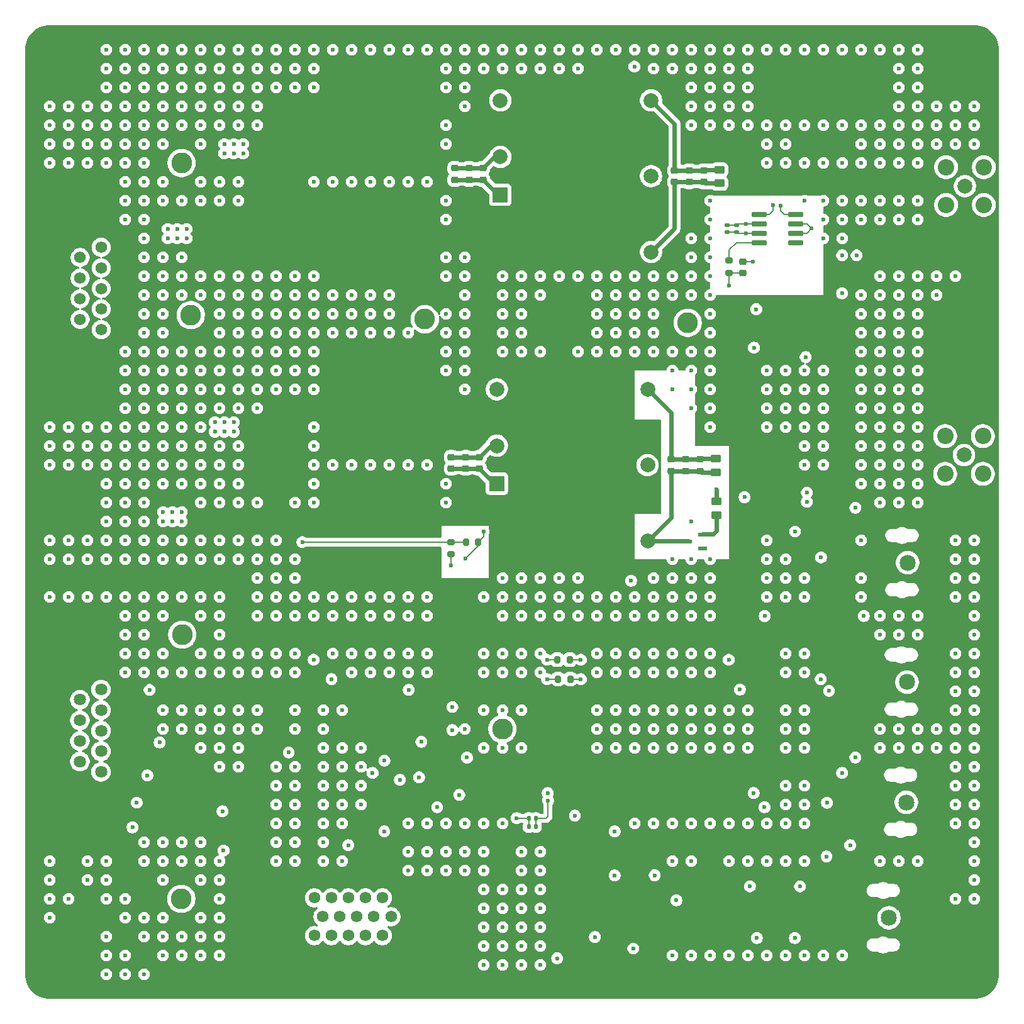
<source format=gbr>
%TF.GenerationSoftware,KiCad,Pcbnew,9.0.3*%
%TF.CreationDate,2025-09-16T11:45:41-04:00*%
%TF.ProjectId,5_COLD_TPC_Charge_Pre_Amp,355f434f-4c44-45f5-9450-435f43686172,rev?*%
%TF.SameCoordinates,Original*%
%TF.FileFunction,Copper,L10,Bot*%
%TF.FilePolarity,Positive*%
%FSLAX46Y46*%
G04 Gerber Fmt 4.6, Leading zero omitted, Abs format (unit mm)*
G04 Created by KiCad (PCBNEW 9.0.3) date 2025-09-16 11:45:41*
%MOMM*%
%LPD*%
G01*
G04 APERTURE LIST*
G04 Aperture macros list*
%AMRoundRect*
0 Rectangle with rounded corners*
0 $1 Rounding radius*
0 $2 $3 $4 $5 $6 $7 $8 $9 X,Y pos of 4 corners*
0 Add a 4 corners polygon primitive as box body*
4,1,4,$2,$3,$4,$5,$6,$7,$8,$9,$2,$3,0*
0 Add four circle primitives for the rounded corners*
1,1,$1+$1,$2,$3*
1,1,$1+$1,$4,$5*
1,1,$1+$1,$6,$7*
1,1,$1+$1,$8,$9*
0 Add four rect primitives between the rounded corners*
20,1,$1+$1,$2,$3,$4,$5,0*
20,1,$1+$1,$4,$5,$6,$7,0*
20,1,$1+$1,$6,$7,$8,$9,0*
20,1,$1+$1,$8,$9,$2,$3,0*%
G04 Aperture macros list end*
%TA.AperFunction,ComponentPad*%
%ADD10R,2.000000X2.000000*%
%TD*%
%TA.AperFunction,ComponentPad*%
%ADD11C,2.000000*%
%TD*%
%TA.AperFunction,ComponentPad*%
%ADD12C,2.800000*%
%TD*%
%TA.AperFunction,ComponentPad*%
%ADD13C,1.560000*%
%TD*%
%TA.AperFunction,ComponentPad*%
%ADD14C,4.216000*%
%TD*%
%TA.AperFunction,ComponentPad*%
%ADD15C,2.006600*%
%TD*%
%TA.AperFunction,ComponentPad*%
%ADD16C,2.209800*%
%TD*%
%TA.AperFunction,ComponentPad*%
%ADD17C,6.400000*%
%TD*%
%TA.AperFunction,ComponentPad*%
%ADD18C,1.575000*%
%TD*%
%TA.AperFunction,ComponentPad*%
%ADD19C,2.159000*%
%TD*%
%TA.AperFunction,ComponentPad*%
%ADD20C,1.635000*%
%TD*%
%TA.AperFunction,SMDPad,CuDef*%
%ADD21RoundRect,0.140000X-0.140000X-0.170000X0.140000X-0.170000X0.140000X0.170000X-0.140000X0.170000X0*%
%TD*%
%TA.AperFunction,SMDPad,CuDef*%
%ADD22RoundRect,0.200000X0.200000X0.275000X-0.200000X0.275000X-0.200000X-0.275000X0.200000X-0.275000X0*%
%TD*%
%TA.AperFunction,SMDPad,CuDef*%
%ADD23RoundRect,0.140000X0.170000X-0.140000X0.170000X0.140000X-0.170000X0.140000X-0.170000X-0.140000X0*%
%TD*%
%TA.AperFunction,SMDPad,CuDef*%
%ADD24RoundRect,0.250000X-0.450000X0.262500X-0.450000X-0.262500X0.450000X-0.262500X0.450000X0.262500X0*%
%TD*%
%TA.AperFunction,SMDPad,CuDef*%
%ADD25RoundRect,0.225000X0.250000X-0.225000X0.250000X0.225000X-0.250000X0.225000X-0.250000X-0.225000X0*%
%TD*%
%TA.AperFunction,SMDPad,CuDef*%
%ADD26RoundRect,0.073750X0.556250X0.221250X-0.556250X0.221250X-0.556250X-0.221250X0.556250X-0.221250X0*%
%TD*%
%TA.AperFunction,SMDPad,CuDef*%
%ADD27RoundRect,0.200000X-0.275000X0.200000X-0.275000X-0.200000X0.275000X-0.200000X0.275000X0.200000X0*%
%TD*%
%TA.AperFunction,SMDPad,CuDef*%
%ADD28RoundRect,0.075000X0.910000X0.225000X-0.910000X0.225000X-0.910000X-0.225000X0.910000X-0.225000X0*%
%TD*%
%TA.AperFunction,SMDPad,CuDef*%
%ADD29RoundRect,0.250000X0.450000X-0.262500X0.450000X0.262500X-0.450000X0.262500X-0.450000X-0.262500X0*%
%TD*%
%TA.AperFunction,SMDPad,CuDef*%
%ADD30RoundRect,0.225000X-0.250000X0.225000X-0.250000X-0.225000X0.250000X-0.225000X0.250000X0.225000X0*%
%TD*%
%TA.AperFunction,SMDPad,CuDef*%
%ADD31RoundRect,0.200000X-0.200000X-0.275000X0.200000X-0.275000X0.200000X0.275000X-0.200000X0.275000X0*%
%TD*%
%TA.AperFunction,ViaPad*%
%ADD32C,0.600000*%
%TD*%
%TA.AperFunction,ViaPad*%
%ADD33C,1.500000*%
%TD*%
%TA.AperFunction,Conductor*%
%ADD34C,0.600000*%
%TD*%
%TA.AperFunction,Conductor*%
%ADD35C,0.200000*%
%TD*%
G04 APERTURE END LIST*
D10*
%TO.P,U4,1,+VIN*%
%TO.N,/Main_Converter/V_POS*%
X271000000Y-111750000D03*
D11*
%TO.P,U4,2,-VIN*%
%TO.N,/Main_Converter/V_RTN*%
X271000000Y-106650000D03*
%TO.P,U4,3,+VOUT*%
%TO.N,/PM_5V_RTN*%
X291300000Y-119450000D03*
%TO.P,U4,4,TRIM*%
%TO.N,unconnected-(U4-TRIM-Pad4)*%
X291300000Y-109250000D03*
%TO.P,U4,5,-VOUT*%
%TO.N,/M5V*%
X291300000Y-99050000D03*
%TO.P,U4,6,REMOTE*%
%TO.N,/Enable_CKT/Enable*%
X271000000Y-99050000D03*
%TD*%
D12*
%TO.P,Telem_RTN1,1,1*%
%TO.N,/PM_5V_TELEM_RTN*%
X271750000Y-144770000D03*
%TD*%
D13*
%TO.P,J1,1*%
%TO.N,/V_SEC_RTN*%
X217755000Y-79935000D03*
%TO.P,J1,2*%
X217755000Y-82705000D03*
%TO.P,J1,3*%
%TO.N,unconnected-(J1-Pad3)*%
X217755000Y-85475000D03*
%TO.P,J1,4*%
%TO.N,/V_SEC_RTN*%
X217755000Y-88245000D03*
%TO.P,J1,5*%
X217755000Y-91015000D03*
%TO.P,J1,6*%
%TO.N,/V_SEC_IN*%
X214915000Y-81320000D03*
%TO.P,J1,7*%
X214915000Y-84090000D03*
%TO.P,J1,8*%
X214915000Y-86860000D03*
%TO.P,J1,9*%
X214915000Y-89630000D03*
D14*
%TO.P,J1,S1*%
%TO.N,GNDPWR*%
X216335000Y-72975000D03*
%TO.P,J1,S2*%
X216335000Y-97975000D03*
%TD*%
D12*
%TO.P,-5V1,1,1*%
%TO.N,/M5_TELEM*%
X228660000Y-132080000D03*
%TD*%
D15*
%TO.P,J4,1,SIGNAL*%
%TO.N,/M5V_OUT*%
X333883000Y-107895000D03*
D16*
%TO.P,J4,2,GND*%
%TO.N,/PM_5V_RTN*%
X336423000Y-105355000D03*
%TO.P,J4,3,GND*%
X331343000Y-105355000D03*
%TO.P,J4,4,GND*%
X331343000Y-110435000D03*
%TO.P,J4,5,GND*%
X336423000Y-110435000D03*
%TD*%
D17*
%TO.P,H3,1,1*%
%TO.N,GNDPWR*%
X333000000Y-90000000D03*
%TD*%
D12*
%TO.P,+5V1,1,1*%
%TO.N,/P5_TELEM*%
X228540000Y-167640000D03*
%TD*%
D17*
%TO.P,H1,1,1*%
%TO.N,GNDPWR*%
X214000000Y-56000000D03*
%TD*%
%TO.P,H2,1,1*%
%TO.N,GNDPWR*%
X333000000Y-56000000D03*
%TD*%
D18*
%TO.P,J3,1*%
%TO.N,/TEMP_MON*%
X255606000Y-167510000D03*
%TO.P,J3,2*%
%TO.N,/M5V_V_MON*%
X253316000Y-167510000D03*
%TO.P,J3,3*%
%TO.N,/P5V_V_MON*%
X251026000Y-167510000D03*
%TO.P,J3,4*%
%TO.N,/M5V_I_MON*%
X248736000Y-167510000D03*
%TO.P,J3,5*%
%TO.N,/P5V_I_MON*%
X246446000Y-167510000D03*
%TO.P,J3,6*%
%TO.N,/PM_5V_TELEM_RTN*%
X256751000Y-170050000D03*
%TO.P,J3,7*%
X254461000Y-170050000D03*
%TO.P,J3,8*%
X252171000Y-170050000D03*
%TO.P,J3,9*%
X249881000Y-170050000D03*
%TO.P,J3,10*%
X247591000Y-170050000D03*
%TO.P,J3,11*%
%TO.N,unconnected-(J3-Pad11)*%
X255606000Y-172590000D03*
%TO.P,J3,12*%
%TO.N,unconnected-(J3-Pad12)*%
X253316000Y-172590000D03*
%TO.P,J3,13*%
%TO.N,unconnected-(J3-Pad13)*%
X251026000Y-172590000D03*
%TO.P,J3,14*%
%TO.N,/Enable+*%
X248736000Y-172590000D03*
%TO.P,J3,15*%
%TO.N,/Enable-*%
X246446000Y-172590000D03*
D14*
%TO.P,J3,S1*%
%TO.N,GNDPWR*%
X238785000Y-170050000D03*
%TO.P,J3,S2*%
X263775000Y-170050000D03*
%TD*%
D15*
%TO.P,J5,1,SIGNAL*%
%TO.N,/P5V_OUT*%
X334010000Y-71705000D03*
D16*
%TO.P,J5,2,GND*%
%TO.N,/PM_5V_RTN*%
X336550000Y-69165000D03*
%TO.P,J5,3,GND*%
X331470000Y-69165000D03*
%TO.P,J5,4,GND*%
X331470000Y-74245000D03*
%TO.P,J5,5,GND*%
X336550000Y-74245000D03*
%TD*%
D12*
%TO.P,V_{EN}1,1,1*%
%TO.N,/Enable_CKT/Enable*%
X261320000Y-89620000D03*
%TD*%
D17*
%TO.P,H8,1,1*%
%TO.N,GNDPWR*%
X280000000Y-90000000D03*
%TD*%
D19*
%TO.P,P1,1,1*%
%TO.N,Net-(M4-Pad3)*%
X326300000Y-122390000D03*
%TD*%
%TO.P,P2,1,1*%
%TO.N,Net-(P2-Pad1)*%
X326220000Y-138470201D03*
%TD*%
D20*
%TO.P,J2,1*%
%TO.N,/PM_5V_TELEM_RTN*%
X217720000Y-150540000D03*
%TO.P,J2,2*%
X217720000Y-147770000D03*
%TO.P,J2,3*%
%TO.N,unconnected-(J2-Pad3)*%
X217720000Y-145000000D03*
%TO.P,J2,4*%
%TO.N,/PM_5V_TELEM_RTN*%
X217720000Y-142230000D03*
%TO.P,J2,5*%
X217720000Y-139460000D03*
%TO.P,J2,6*%
%TO.N,/P5_TELEM*%
X214880000Y-149155000D03*
%TO.P,J2,7*%
X214880000Y-146385000D03*
%TO.P,J2,8*%
%TO.N,/M5_TELEM*%
X214880000Y-143615000D03*
%TO.P,J2,9*%
X214880000Y-140845000D03*
D14*
%TO.P,J2,S1*%
%TO.N,GNDPWR*%
X216300000Y-132500000D03*
%TO.P,J2,S2*%
X216300000Y-157500000D03*
%TD*%
D12*
%TO.P,+12V1,1,1*%
%TO.N,/V_SEC_IN*%
X228570000Y-68590000D03*
%TD*%
D17*
%TO.P,H5,1,1*%
%TO.N,GNDPWR*%
X280000000Y-144000000D03*
%TD*%
D19*
%TO.P,P3,1,1*%
%TO.N,Net-(P3-Pad1)*%
X326120000Y-154650000D03*
%TD*%
D10*
%TO.P,U1,1,+VIN*%
%TO.N,/Main_Converter1/V_POS*%
X271470000Y-72865000D03*
D11*
%TO.P,U1,2,-VIN*%
%TO.N,/Main_Converter1/V_RTN*%
X271470000Y-67765000D03*
%TO.P,U1,3,+VOUT*%
%TO.N,/P5V*%
X291770000Y-80565000D03*
%TO.P,U1,4,TRIM*%
%TO.N,unconnected-(U1-TRIM-Pad4)*%
X291770000Y-70365000D03*
%TO.P,U1,5,-VOUT*%
%TO.N,/PM_5V_RTN*%
X291770000Y-60165000D03*
%TO.P,U1,6,REMOTE*%
%TO.N,/Enable_CKT/Enable*%
X271470000Y-60165000D03*
%TD*%
D12*
%TO.P,+12V_RTN1,1,1*%
%TO.N,/V_SEC_RTN*%
X229810000Y-89060000D03*
%TD*%
%TO.P,+/-5V_{RTN}1,1,1*%
%TO.N,/PM_5V_RTN*%
X296700000Y-90100000D03*
%TD*%
D19*
%TO.P,P4,1,1*%
%TO.N,Net-(M3-Pad3)*%
X323780000Y-170190201D03*
%TD*%
D17*
%TO.P,H7,1,1*%
%TO.N,GNDPWR*%
X333000000Y-174000000D03*
%TD*%
%TO.P,H4,1,1*%
%TO.N,GNDPWR*%
X214000000Y-114000000D03*
%TD*%
%TO.P,H9,1,1*%
%TO.N,GNDPWR*%
X214000000Y-174000000D03*
%TD*%
D21*
%TO.P,C36,1*%
%TO.N,/Telemetry_CKT/V3p3*%
X275300000Y-157940000D03*
%TO.P,C36,2*%
%TO.N,/PM_5V_TELEM_RTN*%
X276260000Y-157940000D03*
%TD*%
D22*
%TO.P,R19,1*%
%TO.N,Net-(C32-Pad2)*%
X280815000Y-135460000D03*
%TO.P,R19,2*%
%TO.N,/P5V_I_MON*%
X279165000Y-135460000D03*
%TD*%
D23*
%TO.P,C29,1*%
%TO.N,/Telemetry_CKT/V3p3*%
X301965000Y-77905000D03*
%TO.P,C29,2*%
%TO.N,/PM_5V_TELEM_RTN*%
X301965000Y-76945000D03*
%TD*%
D24*
%TO.P,R3,1*%
%TO.N,/M5V*%
X300560000Y-114137500D03*
%TO.P,R3,2*%
%TO.N,Net-(D1-Pad1)*%
X300560000Y-115962500D03*
%TD*%
D25*
%TO.P,C7,1*%
%TO.N,/Main_Converter1/V_POS*%
X269125000Y-70840000D03*
%TO.P,C7,2*%
%TO.N,/Main_Converter1/V_RTN*%
X269125000Y-69290000D03*
%TD*%
D26*
%TO.P,D1,1,1*%
%TO.N,Net-(D1-Pad1)*%
X298660000Y-118580000D03*
%TO.P,D1,2,2*%
%TO.N,unconnected-(D1-Pad2)*%
X298660000Y-120480000D03*
%TO.P,D1,3,3*%
%TO.N,/PM_5V_RTN*%
X296700000Y-119530000D03*
%TD*%
D25*
%TO.P,C21,1*%
%TO.N,/PM_5V_RTN*%
X294455000Y-110035000D03*
%TO.P,C21,2*%
%TO.N,/M5V*%
X294455000Y-108485000D03*
%TD*%
%TO.P,C22,1*%
%TO.N,/PM_5V_RTN*%
X296425000Y-110035000D03*
%TO.P,C22,2*%
%TO.N,/M5V*%
X296425000Y-108485000D03*
%TD*%
%TO.P,C19,1*%
%TO.N,/Main_Converter/V_POS*%
X266805000Y-109725000D03*
%TO.P,C19,2*%
%TO.N,/Main_Converter/V_RTN*%
X266805000Y-108175000D03*
%TD*%
D27*
%TO.P,R18,1*%
%TO.N,Net-(U6-OUT)*%
X302270000Y-81745000D03*
%TO.P,R18,2*%
%TO.N,Net-(C32-Pad2)*%
X302270000Y-83395000D03*
%TD*%
%TO.P,R10,1*%
%TO.N,/V_SEC_IN*%
X264860000Y-119635000D03*
%TO.P,R10,2*%
%TO.N,Net-(M2-Pad1)*%
X264860000Y-121285000D03*
%TD*%
D28*
%TO.P,U6,1,-IN*%
%TO.N,/P5V_OUT*%
X311235000Y-75505000D03*
%TO.P,U6,2,GND*%
%TO.N,/PM_5V_TELEM_RTN*%
X311235000Y-76775000D03*
%TO.P,U6,3,REF2*%
X311235000Y-78045000D03*
%TO.P,U6,4,4*%
%TO.N,unconnected-(U6-Pad4)*%
X311235000Y-79315000D03*
%TO.P,U6,5,OUT*%
%TO.N,Net-(U6-OUT)*%
X306295000Y-79315000D03*
%TO.P,U6,6,V+*%
%TO.N,/Telemetry_CKT/V3p3*%
X306295000Y-78045000D03*
%TO.P,U6,7,REF1*%
%TO.N,/PM_5V_TELEM_RTN*%
X306295000Y-76775000D03*
%TO.P,U6,8,+IN*%
%TO.N,/P5V*%
X306295000Y-75505000D03*
%TD*%
D29*
%TO.P,R15,1*%
%TO.N,/PM_5V_RTN*%
X300515000Y-110212500D03*
%TO.P,R15,2*%
%TO.N,/M5V*%
X300515000Y-108387500D03*
%TD*%
D25*
%TO.P,C6,1*%
%TO.N,/Main_Converter1/V_POS*%
X267275000Y-70840000D03*
%TO.P,C6,2*%
%TO.N,/Main_Converter1/V_RTN*%
X267275000Y-69290000D03*
%TD*%
%TO.P,C9,1*%
%TO.N,/P5V*%
X296895000Y-71150000D03*
%TO.P,C9,2*%
%TO.N,/PM_5V_RTN*%
X296895000Y-69600000D03*
%TD*%
%TO.P,C8,1*%
%TO.N,/P5V*%
X294925000Y-71150000D03*
%TO.P,C8,2*%
%TO.N,/PM_5V_RTN*%
X294925000Y-69600000D03*
%TD*%
%TO.P,C10,1*%
%TO.N,/P5V*%
X298865000Y-71150000D03*
%TO.P,C10,2*%
%TO.N,/PM_5V_RTN*%
X298865000Y-69600000D03*
%TD*%
D30*
%TO.P,C32,1*%
%TO.N,/PM_5V_TELEM_RTN*%
X304125000Y-81840000D03*
%TO.P,C32,2*%
%TO.N,Net-(C32-Pad2)*%
X304125000Y-83390000D03*
%TD*%
D29*
%TO.P,R5,1*%
%TO.N,/P5V*%
X300985000Y-71327500D03*
%TO.P,R5,2*%
%TO.N,/PM_5V_RTN*%
X300985000Y-69502500D03*
%TD*%
D25*
%TO.P,C20,1*%
%TO.N,/Main_Converter/V_POS*%
X268655000Y-109725000D03*
%TO.P,C20,2*%
%TO.N,/Main_Converter/V_RTN*%
X268655000Y-108175000D03*
%TD*%
D31*
%TO.P,R12,1*%
%TO.N,/V_SEC_IN*%
X266825000Y-119640000D03*
%TO.P,R12,2*%
%TO.N,/Enable_CKT/Enable*%
X268475000Y-119640000D03*
%TD*%
D23*
%TO.P,C28,1*%
%TO.N,/Telemetry_CKT/V3p3*%
X303305000Y-77905000D03*
%TO.P,C28,2*%
%TO.N,/PM_5V_TELEM_RTN*%
X303305000Y-76945000D03*
%TD*%
D25*
%TO.P,C5,1*%
%TO.N,/Main_Converter1/V_POS*%
X265335000Y-70840000D03*
%TO.P,C5,2*%
%TO.N,/Main_Converter1/V_RTN*%
X265335000Y-69290000D03*
%TD*%
%TO.P,C23,1*%
%TO.N,/PM_5V_RTN*%
X298395000Y-110035000D03*
%TO.P,C23,2*%
%TO.N,/M5V*%
X298395000Y-108485000D03*
%TD*%
D22*
%TO.P,R35,1*%
%TO.N,Net-(C31-Pad2)*%
X280895000Y-138060000D03*
%TO.P,R35,2*%
%TO.N,/M5V_I_MON*%
X279245000Y-138060000D03*
%TD*%
D21*
%TO.P,C37,1*%
%TO.N,/Telemetry_CKT/V3p3*%
X275300000Y-156810000D03*
%TO.P,C37,2*%
%TO.N,/PM_5V_TELEM_RTN*%
X276260000Y-156810000D03*
%TD*%
D25*
%TO.P,C18,1*%
%TO.N,/Main_Converter/V_POS*%
X264865000Y-109725000D03*
%TO.P,C18,2*%
%TO.N,/Main_Converter/V_RTN*%
X264865000Y-108175000D03*
%TD*%
D32*
%TO.N,/PM_5V_RTN*%
X289520000Y-55620000D03*
X289080000Y-124820000D03*
X319440000Y-81020000D03*
D33*
%TO.N,GNDPWR*%
X284480000Y-74930000D03*
X279400000Y-111760000D03*
X287020000Y-111760000D03*
X276860000Y-116840000D03*
X284480000Y-111760000D03*
X279400000Y-104140000D03*
X279400000Y-72390000D03*
X281940000Y-111760000D03*
X284480000Y-119380000D03*
X279400000Y-62230000D03*
X274320000Y-114300000D03*
X281940000Y-101600000D03*
X279400000Y-77470000D03*
X274320000Y-106680000D03*
X274320000Y-80010000D03*
X284480000Y-106680000D03*
X276860000Y-106680000D03*
X276860000Y-64770000D03*
X276860000Y-77470000D03*
X281940000Y-59690000D03*
X287020000Y-114300000D03*
X284480000Y-116840000D03*
X284480000Y-109220000D03*
X279400000Y-69850000D03*
X281940000Y-104140000D03*
X284480000Y-77470000D03*
X276860000Y-104140000D03*
X276860000Y-114300000D03*
X276860000Y-59690000D03*
X287020000Y-74930000D03*
X284480000Y-69850000D03*
X276860000Y-101600000D03*
X279400000Y-114300000D03*
X281940000Y-80010000D03*
X284480000Y-80010000D03*
X276860000Y-69850000D03*
X274320000Y-77470000D03*
X287020000Y-104140000D03*
X276860000Y-62230000D03*
X274320000Y-116840000D03*
X274320000Y-109220000D03*
X281940000Y-64770000D03*
X287020000Y-106680000D03*
X287020000Y-80010000D03*
X284480000Y-99060000D03*
X279400000Y-101600000D03*
X279400000Y-106680000D03*
X287020000Y-69850000D03*
X287020000Y-119380000D03*
X284480000Y-101600000D03*
X281940000Y-114300000D03*
X281940000Y-116840000D03*
X279400000Y-59690000D03*
X279400000Y-80010000D03*
X284480000Y-62230000D03*
X276860000Y-72390000D03*
X287020000Y-116840000D03*
X276860000Y-80010000D03*
X274320000Y-104140000D03*
X287020000Y-99060000D03*
X274320000Y-99060000D03*
X281940000Y-109220000D03*
X287020000Y-64770000D03*
X281940000Y-62230000D03*
X274320000Y-101600000D03*
X279400000Y-99060000D03*
X279400000Y-116840000D03*
D32*
X284010000Y-124810000D03*
D33*
X290195000Y-113665000D03*
X287020000Y-62230000D03*
X279400000Y-67310000D03*
X271780000Y-119380000D03*
X281940000Y-67310000D03*
X287020000Y-67310000D03*
X287020000Y-109220000D03*
X284480000Y-59690000D03*
X281940000Y-119380000D03*
X281940000Y-74930000D03*
X276860000Y-74930000D03*
D32*
X284810000Y-55620000D03*
D33*
X279400000Y-109220000D03*
X281940000Y-77470000D03*
X279400000Y-64770000D03*
X281940000Y-69850000D03*
X284480000Y-64770000D03*
X281940000Y-99060000D03*
X281940000Y-72390000D03*
X271780000Y-116840000D03*
X287020000Y-72390000D03*
X284480000Y-72390000D03*
X276860000Y-67310000D03*
X276860000Y-99060000D03*
X276860000Y-119380000D03*
X271780000Y-80010000D03*
X284480000Y-114300000D03*
X281940000Y-106680000D03*
X274320000Y-119380000D03*
X279400000Y-74930000D03*
X279400000Y-119380000D03*
X284480000Y-67310000D03*
X287020000Y-101600000D03*
X287020000Y-77470000D03*
X284480000Y-104140000D03*
X276860000Y-109220000D03*
X276860000Y-111760000D03*
X271780000Y-77470000D03*
X274320000Y-111760000D03*
X287020000Y-59690000D03*
D32*
%TO.N,/V_SEC_RTN*%
X276860000Y-93980000D03*
X320040000Y-63500000D03*
X299720000Y-81280000D03*
X269240000Y-127000000D03*
X297180000Y-53340000D03*
X233680000Y-60960000D03*
X236220000Y-60960000D03*
X220980000Y-93980000D03*
X246380000Y-86360000D03*
X236220000Y-119380000D03*
X223520000Y-60960000D03*
X226060000Y-119380000D03*
X302260000Y-53340000D03*
X284480000Y-83820000D03*
X238760000Y-127000000D03*
X327660000Y-55880000D03*
X238760000Y-91440000D03*
X233045000Y-103505000D03*
X233680000Y-53340000D03*
X236220000Y-101600000D03*
X314960000Y-53340000D03*
X213360000Y-121920000D03*
X325120000Y-111760000D03*
X235585000Y-67310000D03*
X231140000Y-93980000D03*
X325120000Y-101600000D03*
X213360000Y-104140000D03*
X261620000Y-127000000D03*
X317500000Y-63500000D03*
X241300000Y-53340000D03*
X287020000Y-53340000D03*
X281940000Y-129540000D03*
X218440000Y-104140000D03*
X307340000Y-121920000D03*
X215900000Y-63500000D03*
X325120000Y-88900000D03*
X215900000Y-109220000D03*
X248920000Y-53340000D03*
X226060000Y-55880000D03*
X226060000Y-60960000D03*
X309880000Y-101600000D03*
X236220000Y-86360000D03*
X264160000Y-91440000D03*
X332740000Y-60960000D03*
X314960000Y-109220000D03*
X223520000Y-83820000D03*
X241300000Y-99060000D03*
X299720000Y-93980000D03*
X220980000Y-68580000D03*
X325120000Y-93980000D03*
X320040000Y-106680000D03*
X220980000Y-111760000D03*
X327660000Y-99060000D03*
X233680000Y-83820000D03*
X228600000Y-60960000D03*
X297180000Y-60960000D03*
X243840000Y-53340000D03*
X297180000Y-101600000D03*
X241300000Y-127000000D03*
X210820000Y-60960000D03*
X271780000Y-55880000D03*
X289560000Y-127000000D03*
X309880000Y-121920000D03*
X210820000Y-66040000D03*
X294640000Y-83820000D03*
X284480000Y-129540000D03*
X223520000Y-104140000D03*
X327660000Y-111760000D03*
X236220000Y-109220000D03*
X256540000Y-53340000D03*
X325120000Y-99060000D03*
X312420000Y-68580000D03*
X238760000Y-60960000D03*
X226060000Y-83820000D03*
X299720000Y-86360000D03*
X220980000Y-71120000D03*
X294640000Y-55880000D03*
X231140000Y-71120000D03*
X309880000Y-127000000D03*
X325120000Y-109220000D03*
X220980000Y-66040000D03*
X299720000Y-76200000D03*
X320040000Y-101600000D03*
X213360000Y-119380000D03*
X231140000Y-86360000D03*
X236220000Y-63500000D03*
X294640000Y-127000000D03*
X325120000Y-63500000D03*
X231140000Y-104140000D03*
X266700000Y-60960000D03*
X231140000Y-119380000D03*
X231140000Y-101600000D03*
X223520000Y-73660000D03*
X223520000Y-93980000D03*
X320040000Y-99060000D03*
X236220000Y-88900000D03*
X289560000Y-83820000D03*
X226060000Y-109220000D03*
X309880000Y-53340000D03*
X274320000Y-83820000D03*
X234315000Y-103505000D03*
X327660000Y-104140000D03*
X279400000Y-127000000D03*
X241300000Y-55880000D03*
X292100000Y-88900000D03*
X281940000Y-124460000D03*
X223520000Y-109220000D03*
X228600000Y-86360000D03*
X264160000Y-96520000D03*
X241300000Y-88900000D03*
X236220000Y-73660000D03*
X312420000Y-63500000D03*
X256540000Y-129540000D03*
X231140000Y-53340000D03*
X325120000Y-86360000D03*
X292100000Y-55880000D03*
X223520000Y-63500000D03*
X231140000Y-58420000D03*
X271780000Y-83820000D03*
X325120000Y-55880000D03*
X235585000Y-66040000D03*
X281940000Y-127000000D03*
X322580000Y-111760000D03*
X226060000Y-86360000D03*
X264160000Y-111760000D03*
X327660000Y-109220000D03*
X215900000Y-121920000D03*
X274320000Y-127000000D03*
X220980000Y-101600000D03*
X231140000Y-83820000D03*
X259080000Y-109220000D03*
X251460000Y-129540000D03*
X320040000Y-93980000D03*
X215900000Y-106680000D03*
X238760000Y-86360000D03*
X220980000Y-109220000D03*
X271780000Y-129540000D03*
X251460000Y-127000000D03*
X226060000Y-73660000D03*
X228600000Y-55880000D03*
X320040000Y-68580000D03*
X299720000Y-124460000D03*
X228600000Y-96520000D03*
X309880000Y-96520000D03*
X297180000Y-116840000D03*
X218440000Y-109220000D03*
X220980000Y-116840000D03*
X213360000Y-66040000D03*
X220980000Y-119380000D03*
X307340000Y-104140000D03*
X248920000Y-88900000D03*
X220980000Y-73660000D03*
X292100000Y-93980000D03*
X236220000Y-58420000D03*
X309880000Y-104140000D03*
X276860000Y-86360000D03*
X228600000Y-99060000D03*
X299720000Y-53340000D03*
X304800000Y-53340000D03*
X228600000Y-106680000D03*
X284480000Y-91440000D03*
X238760000Y-129540000D03*
X233680000Y-109220000D03*
X223520000Y-53340000D03*
X294640000Y-124460000D03*
X297180000Y-96520000D03*
X322580000Y-63500000D03*
X243840000Y-96520000D03*
X312420000Y-127000000D03*
X297180000Y-127000000D03*
X223520000Y-88900000D03*
X314960000Y-104140000D03*
X264160000Y-58420000D03*
X233680000Y-96520000D03*
X243840000Y-83820000D03*
X292100000Y-124460000D03*
X223520000Y-81280000D03*
X320040000Y-76200000D03*
X226060000Y-91440000D03*
X238760000Y-58420000D03*
X210820000Y-106680000D03*
X287020000Y-91440000D03*
X236220000Y-71120000D03*
X279400000Y-129540000D03*
X241300000Y-121920000D03*
X274320000Y-93980000D03*
X327660000Y-93980000D03*
X226060000Y-99060000D03*
X238760000Y-99060000D03*
X299720000Y-127000000D03*
X246380000Y-96520000D03*
X307340000Y-101600000D03*
X289560000Y-129540000D03*
X269240000Y-53340000D03*
X233680000Y-101600000D03*
X312420000Y-101600000D03*
X322580000Y-104140000D03*
X292100000Y-127000000D03*
X236220000Y-99060000D03*
X246380000Y-58420000D03*
X215900000Y-60960000D03*
X246380000Y-111760000D03*
X292100000Y-83820000D03*
X248920000Y-109220000D03*
X231140000Y-99060000D03*
X243840000Y-58420000D03*
X223520000Y-58420000D03*
X228600000Y-119380000D03*
X332740000Y-63500000D03*
X213360000Y-109220000D03*
X243840000Y-127000000D03*
X264160000Y-55880000D03*
X246380000Y-127000000D03*
X231140000Y-114300000D03*
X228600000Y-53340000D03*
X325120000Y-68580000D03*
X231140000Y-73660000D03*
X325120000Y-53340000D03*
X218440000Y-53340000D03*
X307340000Y-124460000D03*
X327660000Y-66040000D03*
X294640000Y-93980000D03*
X299720000Y-121920000D03*
X210820000Y-119380000D03*
X281940000Y-83820000D03*
X236220000Y-96520000D03*
X322580000Y-99060000D03*
X241300000Y-129540000D03*
X236220000Y-53340000D03*
X302260000Y-55880000D03*
X304800000Y-63500000D03*
X243840000Y-55880000D03*
X279400000Y-55880000D03*
X274320000Y-53340000D03*
X256540000Y-86360000D03*
X246380000Y-71120000D03*
X238760000Y-53340000D03*
X238760000Y-83820000D03*
X261620000Y-53340000D03*
X264160000Y-53340000D03*
X218440000Y-111760000D03*
X287020000Y-88900000D03*
X294640000Y-96520000D03*
X220980000Y-60960000D03*
X266700000Y-88900000D03*
X281940000Y-55880000D03*
X259080000Y-129540000D03*
X276860000Y-127000000D03*
X264160000Y-114300000D03*
X251460000Y-109220000D03*
X330200000Y-63500000D03*
X264160000Y-66040000D03*
X220980000Y-114300000D03*
X284480000Y-93980000D03*
X246380000Y-109220000D03*
X335280000Y-60960000D03*
X317500000Y-78740000D03*
X220980000Y-121920000D03*
X325120000Y-73660000D03*
X307340000Y-63500000D03*
X276860000Y-124460000D03*
X297180000Y-124460000D03*
X233680000Y-71120000D03*
X256540000Y-109220000D03*
X226060000Y-96520000D03*
X248920000Y-127000000D03*
X243840000Y-86360000D03*
X261620000Y-109220000D03*
X320040000Y-111760000D03*
X327660000Y-88900000D03*
X254000000Y-71120000D03*
X254000000Y-53340000D03*
X218440000Y-121920000D03*
X309880000Y-63500000D03*
X309880000Y-68580000D03*
X274320000Y-129540000D03*
X254000000Y-91440000D03*
X332740000Y-66040000D03*
X218440000Y-58420000D03*
X226060000Y-101600000D03*
X235585000Y-103505000D03*
X325120000Y-83820000D03*
X266700000Y-99060000D03*
X312420000Y-106680000D03*
X314960000Y-78740000D03*
X266700000Y-86360000D03*
X307340000Y-96520000D03*
X246380000Y-99060000D03*
X271780000Y-127000000D03*
X320040000Y-104140000D03*
X215900000Y-68580000D03*
X314960000Y-68580000D03*
X307340000Y-119380000D03*
X223520000Y-66040000D03*
X210820000Y-63500000D03*
X312420000Y-99060000D03*
X231140000Y-66040000D03*
X243840000Y-91440000D03*
X264160000Y-93980000D03*
X243840000Y-124460000D03*
X246380000Y-104140000D03*
X236855000Y-66040000D03*
X223520000Y-71120000D03*
X297180000Y-83820000D03*
X223520000Y-111760000D03*
X322580000Y-68580000D03*
X220980000Y-106680000D03*
X236220000Y-106680000D03*
X292100000Y-91440000D03*
X287020000Y-129540000D03*
X322580000Y-88900000D03*
X325120000Y-96520000D03*
X215900000Y-66040000D03*
X243840000Y-129540000D03*
X234315000Y-104775000D03*
X317500000Y-73660000D03*
X332740000Y-83820000D03*
X228600000Y-93980000D03*
X233680000Y-111760000D03*
X266700000Y-91440000D03*
X226060000Y-58420000D03*
X231140000Y-96520000D03*
X254000000Y-129540000D03*
X271780000Y-86360000D03*
X246380000Y-129540000D03*
X251460000Y-71120000D03*
X259080000Y-71120000D03*
X294640000Y-129540000D03*
X299720000Y-96520000D03*
X246380000Y-53340000D03*
X223520000Y-55880000D03*
X307340000Y-127000000D03*
X254000000Y-109220000D03*
X256540000Y-71120000D03*
X241300000Y-119380000D03*
X231140000Y-109220000D03*
X264160000Y-76200000D03*
X327660000Y-86360000D03*
X241300000Y-83820000D03*
X228600000Y-104140000D03*
X233680000Y-88900000D03*
X246380000Y-83820000D03*
X314960000Y-63500000D03*
X226060000Y-121920000D03*
X220980000Y-55880000D03*
X322580000Y-73660000D03*
X218440000Y-106680000D03*
X243840000Y-99060000D03*
X266700000Y-58420000D03*
X241300000Y-96520000D03*
X231140000Y-106680000D03*
X274320000Y-91440000D03*
X320040000Y-66040000D03*
X327660000Y-83820000D03*
X246380000Y-93980000D03*
X228600000Y-111760000D03*
X220980000Y-99060000D03*
X264160000Y-88900000D03*
X299720000Y-101600000D03*
X233680000Y-106680000D03*
X256540000Y-127000000D03*
X312420000Y-104140000D03*
X299720000Y-91440000D03*
X228600000Y-58420000D03*
X327660000Y-96520000D03*
X238760000Y-124460000D03*
X304800000Y-58420000D03*
X314960000Y-106680000D03*
X233680000Y-121920000D03*
X322580000Y-66040000D03*
X264160000Y-81280000D03*
X233680000Y-58420000D03*
X271780000Y-91440000D03*
X213360000Y-60960000D03*
X314960000Y-99060000D03*
X238760000Y-93980000D03*
X312420000Y-109220000D03*
X231140000Y-63500000D03*
X236220000Y-121920000D03*
X254000000Y-127000000D03*
X236220000Y-93980000D03*
X220980000Y-96520000D03*
X220980000Y-104140000D03*
X276860000Y-53340000D03*
X327660000Y-106680000D03*
X236220000Y-114300000D03*
X299720000Y-55880000D03*
X279400000Y-53340000D03*
X317500000Y-68580000D03*
X322580000Y-96520000D03*
X243840000Y-114300000D03*
X246380000Y-114300000D03*
X320040000Y-86360000D03*
X314960000Y-96520000D03*
X330200000Y-60960000D03*
X259080000Y-127000000D03*
X297180000Y-63500000D03*
X299720000Y-83820000D03*
X297180000Y-93980000D03*
X223520000Y-119380000D03*
X220980000Y-63500000D03*
X228600000Y-121920000D03*
X226060000Y-66040000D03*
X264160000Y-73660000D03*
X294640000Y-86360000D03*
X327660000Y-76200000D03*
X210820000Y-104140000D03*
X327660000Y-58420000D03*
X307340000Y-99060000D03*
X327660000Y-73660000D03*
X335280000Y-63500000D03*
X223520000Y-101600000D03*
X251460000Y-86360000D03*
X228600000Y-81280000D03*
X238760000Y-88900000D03*
X223520000Y-68580000D03*
X276860000Y-83820000D03*
X251460000Y-53340000D03*
X314960000Y-76200000D03*
X327660000Y-114300000D03*
X233680000Y-91440000D03*
X279400000Y-124460000D03*
X322580000Y-106680000D03*
X294640000Y-121920000D03*
X233680000Y-63500000D03*
X243840000Y-88900000D03*
X241300000Y-124460000D03*
X233680000Y-73660000D03*
X309880000Y-99060000D03*
X226060000Y-81280000D03*
X287020000Y-86360000D03*
X266700000Y-83820000D03*
X287020000Y-83820000D03*
X325120000Y-91440000D03*
X299720000Y-63500000D03*
X236220000Y-91440000D03*
X223520000Y-76200000D03*
X299720000Y-129540000D03*
X292100000Y-129540000D03*
X327660000Y-63500000D03*
X322580000Y-86360000D03*
X231140000Y-55880000D03*
X231140000Y-60960000D03*
X223520000Y-86360000D03*
X327660000Y-53340000D03*
X276860000Y-129540000D03*
X307340000Y-68580000D03*
X284480000Y-127000000D03*
X243840000Y-121920000D03*
X322580000Y-91440000D03*
X327660000Y-60960000D03*
X299720000Y-104140000D03*
X307340000Y-66040000D03*
X274320000Y-86360000D03*
X213360000Y-106680000D03*
X251460000Y-91440000D03*
X254000000Y-86360000D03*
X238760000Y-114300000D03*
X223520000Y-121920000D03*
X302260000Y-58420000D03*
X233045000Y-104775000D03*
X233680000Y-86360000D03*
X325120000Y-66040000D03*
X322580000Y-53340000D03*
X233680000Y-93980000D03*
X218440000Y-116840000D03*
X320040000Y-96520000D03*
X327660000Y-91440000D03*
X309880000Y-124460000D03*
X299720000Y-58420000D03*
X218440000Y-60960000D03*
X218440000Y-114300000D03*
X302260000Y-63500000D03*
X289560000Y-53340000D03*
X330200000Y-66040000D03*
X228600000Y-63500000D03*
X226060000Y-111760000D03*
X223520000Y-78740000D03*
X246380000Y-91440000D03*
X215900000Y-104140000D03*
X325120000Y-60960000D03*
X246380000Y-55880000D03*
X226060000Y-53340000D03*
X299720000Y-60960000D03*
X233680000Y-114300000D03*
X226060000Y-104140000D03*
X304800000Y-60960000D03*
X231140000Y-121920000D03*
X236220000Y-55880000D03*
X238760000Y-55880000D03*
X325120000Y-106680000D03*
X299720000Y-73660000D03*
X223520000Y-91440000D03*
X320040000Y-109220000D03*
X238760000Y-96520000D03*
X248920000Y-91440000D03*
X241300000Y-93980000D03*
X297180000Y-55880000D03*
X312420000Y-53340000D03*
X236220000Y-111760000D03*
X210820000Y-109220000D03*
X228600000Y-73660000D03*
X312420000Y-124460000D03*
X314960000Y-73660000D03*
X330200000Y-83820000D03*
X210820000Y-121920000D03*
X302260000Y-60960000D03*
X289560000Y-93980000D03*
X238760000Y-119380000D03*
X243840000Y-93980000D03*
X259080000Y-91440000D03*
X220980000Y-53340000D03*
X325120000Y-114300000D03*
X220980000Y-58420000D03*
X228600000Y-83820000D03*
X223520000Y-114300000D03*
X312420000Y-73660000D03*
X322580000Y-109220000D03*
X297180000Y-78740000D03*
X218440000Y-68580000D03*
X266700000Y-81280000D03*
X327660000Y-68580000D03*
X284480000Y-53340000D03*
X304800000Y-55880000D03*
X228600000Y-101600000D03*
X256540000Y-91440000D03*
X317500000Y-53340000D03*
X220980000Y-76200000D03*
X236220000Y-83820000D03*
X241300000Y-91440000D03*
X234315000Y-67310000D03*
X238760000Y-63500000D03*
X226060000Y-93980000D03*
X287020000Y-93980000D03*
X256540000Y-88900000D03*
X254000000Y-88900000D03*
X325120000Y-76200000D03*
X246380000Y-88900000D03*
X226060000Y-88900000D03*
X299720000Y-88900000D03*
X226060000Y-106680000D03*
X320040000Y-53340000D03*
X226060000Y-71120000D03*
X322580000Y-101600000D03*
X223520000Y-106680000D03*
X281940000Y-53340000D03*
X322580000Y-76200000D03*
X248920000Y-86360000D03*
X320040000Y-88900000D03*
X266700000Y-96520000D03*
X307340000Y-53340000D03*
X231140000Y-111760000D03*
X322580000Y-83820000D03*
X269240000Y-55880000D03*
X320040000Y-91440000D03*
X228600000Y-109220000D03*
X299720000Y-78740000D03*
X218440000Y-66040000D03*
X325120000Y-58420000D03*
X261620000Y-71120000D03*
X294640000Y-53340000D03*
X223520000Y-116840000D03*
X238760000Y-101600000D03*
X246380000Y-106680000D03*
X309880000Y-66040000D03*
X292100000Y-53340000D03*
X294640000Y-99060000D03*
X335280000Y-66040000D03*
X297180000Y-81280000D03*
X226060000Y-63500000D03*
X261620000Y-129540000D03*
X264160000Y-63500000D03*
X320040000Y-73660000D03*
X271780000Y-124460000D03*
X236855000Y-67310000D03*
X274320000Y-55880000D03*
X289560000Y-88900000D03*
X218440000Y-63500000D03*
X264160000Y-83820000D03*
X271780000Y-93980000D03*
X223520000Y-99060000D03*
X276860000Y-55880000D03*
X251460000Y-88900000D03*
X259080000Y-53340000D03*
X234315000Y-66040000D03*
X266700000Y-93980000D03*
X287020000Y-127000000D03*
X274320000Y-88900000D03*
X248920000Y-129540000D03*
X233680000Y-99060000D03*
X330200000Y-86360000D03*
X210820000Y-68580000D03*
X218440000Y-119380000D03*
X279400000Y-83820000D03*
X266700000Y-53340000D03*
X297180000Y-86360000D03*
X289560000Y-91440000D03*
X289560000Y-86360000D03*
X213360000Y-63500000D03*
X241300000Y-58420000D03*
X238760000Y-121920000D03*
X299720000Y-99060000D03*
X314960000Y-101600000D03*
X325120000Y-104140000D03*
X274320000Y-124460000D03*
X297180000Y-121920000D03*
X218440000Y-55880000D03*
X213360000Y-68580000D03*
X317500000Y-76200000D03*
X284480000Y-88900000D03*
X233680000Y-119380000D03*
X297180000Y-58420000D03*
X266700000Y-55880000D03*
X312420000Y-96520000D03*
X327660000Y-101600000D03*
X322580000Y-93980000D03*
X284480000Y-86360000D03*
X241300000Y-86360000D03*
X235585000Y-104775000D03*
X215900000Y-119380000D03*
X292100000Y-86360000D03*
X223520000Y-96520000D03*
X271780000Y-88900000D03*
X322580000Y-114300000D03*
X271780000Y-53340000D03*
X297180000Y-129540000D03*
X281940000Y-93980000D03*
X233680000Y-55880000D03*
X297180000Y-99060000D03*
X248920000Y-71120000D03*
%TO.N,/P5V*%
X308175000Y-74295000D03*
%TO.N,/P5_TELEM*%
X259150000Y-139510000D03*
X305997500Y-172920000D03*
X315430000Y-154700000D03*
X223970000Y-151017500D03*
X305936200Y-88275000D03*
X224270000Y-139530000D03*
X315720000Y-139630000D03*
X303720000Y-139470000D03*
%TO.N,/M5V*%
X300560000Y-112540000D03*
%TO.N,/PM_5V_TELEM_RTN*%
X269240000Y-168910000D03*
X264160000Y-163830000D03*
X220980000Y-129540000D03*
X247650000Y-157480000D03*
X299720000Y-142240000D03*
X261620000Y-163830000D03*
X233680000Y-175260000D03*
X231140000Y-170180000D03*
X297180000Y-157480000D03*
X330200000Y-147320000D03*
X312420000Y-162560000D03*
X297180000Y-162560000D03*
X314960000Y-175260000D03*
X265940000Y-153650000D03*
X247650000Y-152400000D03*
X274320000Y-161290000D03*
X332740000Y-149860000D03*
X233680000Y-134620000D03*
X231140000Y-134620000D03*
X297180000Y-144780000D03*
X276860000Y-137160000D03*
X231140000Y-147320000D03*
X274320000Y-147320000D03*
X223520000Y-177800000D03*
X228600000Y-172720000D03*
X299720000Y-147320000D03*
X247650000Y-142240000D03*
X252730000Y-152400000D03*
X335280000Y-129540000D03*
X307340000Y-175260000D03*
X335280000Y-162560000D03*
X297180000Y-147320000D03*
X335280000Y-119380000D03*
X213360000Y-127000000D03*
X233680000Y-142240000D03*
X304800000Y-162560000D03*
X238760000Y-134620000D03*
X215900000Y-162560000D03*
X322580000Y-132080000D03*
X250190000Y-162560000D03*
X271780000Y-137160000D03*
X250190000Y-142240000D03*
X302260000Y-144780000D03*
X274320000Y-166370000D03*
X231140000Y-175260000D03*
X335280000Y-157480000D03*
X320040000Y-127000000D03*
X309880000Y-152400000D03*
X327660000Y-144780000D03*
X304800000Y-175260000D03*
X247650000Y-147320000D03*
X302260000Y-147320000D03*
X279110000Y-175649800D03*
X269240000Y-176530000D03*
X335280000Y-165100000D03*
X252730000Y-154940000D03*
X309880000Y-157480000D03*
X271780000Y-171450000D03*
X220980000Y-134620000D03*
X284480000Y-147320000D03*
X312420000Y-134620000D03*
X236220000Y-149860000D03*
X332740000Y-121920000D03*
X236220000Y-134620000D03*
X325120000Y-144780000D03*
X299720000Y-137160000D03*
X302260000Y-157480000D03*
X312420000Y-137160000D03*
X218440000Y-172720000D03*
X231140000Y-142240000D03*
X261620000Y-157480000D03*
X271780000Y-166370000D03*
X269240000Y-147320000D03*
X236220000Y-144780000D03*
X332740000Y-119380000D03*
X238760000Y-144780000D03*
X294640000Y-157480000D03*
X231140000Y-137160000D03*
X269240000Y-157480000D03*
X277890000Y-154410000D03*
X228600000Y-127000000D03*
X226060000Y-175260000D03*
X236220000Y-147320000D03*
X332740000Y-139700000D03*
X264160000Y-157480000D03*
X221970000Y-158010000D03*
X266700000Y-161290000D03*
X269240000Y-161290000D03*
X315380000Y-161940000D03*
X335280000Y-142240000D03*
X335280000Y-127000000D03*
X241300000Y-162560000D03*
X247650000Y-144780000D03*
X299720000Y-134620000D03*
X228600000Y-160020000D03*
X269240000Y-137160000D03*
X226060000Y-144780000D03*
X257960000Y-151610000D03*
X261620000Y-134620000D03*
X335280000Y-149860000D03*
X335280000Y-124460000D03*
X218440000Y-127000000D03*
X312420000Y-157480000D03*
X281510000Y-156450000D03*
X256540000Y-134620000D03*
X243840000Y-142240000D03*
X226060000Y-165100000D03*
X247650000Y-162560000D03*
X276860000Y-166370000D03*
X312420000Y-147320000D03*
X274320000Y-173990000D03*
X287020000Y-147320000D03*
X332740000Y-167640000D03*
X294640000Y-142240000D03*
X332740000Y-137160000D03*
X241300000Y-137160000D03*
X243840000Y-152400000D03*
X327660000Y-132080000D03*
X297180000Y-137160000D03*
X274320000Y-142240000D03*
X256540000Y-137160000D03*
X266700000Y-144780000D03*
X233680000Y-172720000D03*
X251460000Y-134620000D03*
X231140000Y-160020000D03*
X304800000Y-142240000D03*
X327660000Y-147320000D03*
X218440000Y-162560000D03*
X309880000Y-175260000D03*
X271780000Y-134620000D03*
X305445000Y-81840000D03*
X320390000Y-129570000D03*
X325120000Y-132080000D03*
X215900000Y-127000000D03*
X327660000Y-129540000D03*
X332740000Y-134620000D03*
X250190000Y-154940000D03*
X233680000Y-132080000D03*
X289560000Y-144780000D03*
X274320000Y-137160000D03*
X234070000Y-155860000D03*
X302260000Y-175260000D03*
X250190000Y-152400000D03*
X289560000Y-137160000D03*
X271780000Y-147320000D03*
X274320000Y-176530000D03*
X294640000Y-144780000D03*
X289560000Y-147320000D03*
X322580000Y-162560000D03*
X234220000Y-161135000D03*
X322580000Y-144780000D03*
X220980000Y-132080000D03*
X231140000Y-127000000D03*
X250190000Y-147320000D03*
X297180000Y-142240000D03*
X271780000Y-176530000D03*
X243840000Y-134620000D03*
X220980000Y-167640000D03*
X292257500Y-164469800D03*
X311127500Y-172920000D03*
X223520000Y-129540000D03*
X243840000Y-137160000D03*
X332740000Y-127000000D03*
X312420000Y-144780000D03*
X276860000Y-163830000D03*
X335280000Y-134620000D03*
X335280000Y-167640000D03*
X311817500Y-165960000D03*
X233680000Y-144780000D03*
X292100000Y-157480000D03*
X254000000Y-134620000D03*
X269240000Y-173990000D03*
X335280000Y-147320000D03*
X335280000Y-152400000D03*
X266700000Y-157480000D03*
X312745000Y-112955000D03*
X220980000Y-177800000D03*
X287020000Y-142240000D03*
X241300000Y-154940000D03*
X320040000Y-119380000D03*
X226060000Y-129540000D03*
X327660000Y-162560000D03*
X261620000Y-161290000D03*
X289560000Y-157480000D03*
X269240000Y-166370000D03*
X250190000Y-157480000D03*
X220980000Y-175260000D03*
X241300000Y-149860000D03*
X236220000Y-137160000D03*
X233680000Y-167640000D03*
X241300000Y-134620000D03*
X332740000Y-154940000D03*
X287020000Y-137160000D03*
X223520000Y-170180000D03*
X289377500Y-174329800D03*
X223520000Y-162560000D03*
X294640000Y-162560000D03*
X312420000Y-142240000D03*
X276860000Y-134620000D03*
X243840000Y-160020000D03*
X226060000Y-172720000D03*
X332740000Y-144780000D03*
X261620000Y-137160000D03*
X228600000Y-175260000D03*
X247650000Y-149860000D03*
X210820000Y-167640000D03*
X287020000Y-144780000D03*
X325120000Y-129540000D03*
X218440000Y-167640000D03*
X236220000Y-142240000D03*
X233680000Y-127000000D03*
X322580000Y-147320000D03*
X233680000Y-170180000D03*
X254000000Y-137160000D03*
X332740000Y-157480000D03*
X294640000Y-134620000D03*
X238760000Y-137160000D03*
X241300000Y-157480000D03*
X250190000Y-149860000D03*
X247650000Y-154940000D03*
X243840000Y-162560000D03*
X274320000Y-163830000D03*
X226060000Y-170180000D03*
X220980000Y-137160000D03*
X276860000Y-173990000D03*
X292100000Y-142240000D03*
X215900000Y-165100000D03*
X220980000Y-170180000D03*
X297180000Y-134620000D03*
X223520000Y-127000000D03*
X287020000Y-134620000D03*
X284480000Y-134620000D03*
X265010000Y-141820000D03*
X276860000Y-168910000D03*
X292100000Y-134620000D03*
X225610000Y-146590000D03*
X332740000Y-152400000D03*
X289560000Y-142240000D03*
X297180000Y-175260000D03*
X243840000Y-149860000D03*
X210820000Y-127000000D03*
X312420000Y-152400000D03*
X335280000Y-139700000D03*
X289560000Y-134620000D03*
X332740000Y-124460000D03*
X325120000Y-162560000D03*
X309880000Y-147320000D03*
X313365000Y-77415000D03*
X269240000Y-171450000D03*
X252730000Y-147320000D03*
X223520000Y-160020000D03*
X259080000Y-161290000D03*
X292100000Y-147320000D03*
X210820000Y-170180000D03*
X231140000Y-144780000D03*
X292100000Y-144780000D03*
X213360000Y-167640000D03*
X332740000Y-147320000D03*
X243840000Y-154940000D03*
X233680000Y-137160000D03*
X242990000Y-147930000D03*
X243840000Y-144780000D03*
X241300000Y-152400000D03*
X312420000Y-154940000D03*
X218440000Y-165100000D03*
X330200000Y-144780000D03*
X309880000Y-162560000D03*
X284480000Y-144780000D03*
X271780000Y-173990000D03*
X271780000Y-168910000D03*
X335280000Y-121920000D03*
X233680000Y-147320000D03*
X210820000Y-165100000D03*
X259080000Y-134620000D03*
X222530000Y-154690000D03*
X264160000Y-161290000D03*
X320040000Y-124460000D03*
X294640000Y-137160000D03*
X292100000Y-137160000D03*
X325120000Y-147320000D03*
X302260000Y-162560000D03*
X335280000Y-137160000D03*
X304350000Y-113580000D03*
X269240000Y-163830000D03*
X274320000Y-134620000D03*
X231140000Y-129540000D03*
X228600000Y-162560000D03*
X251460000Y-137160000D03*
X243840000Y-157480000D03*
X220980000Y-127000000D03*
X335280000Y-160020000D03*
X307340000Y-162560000D03*
X228600000Y-142240000D03*
X226060000Y-160020000D03*
X304800000Y-147320000D03*
X294640000Y-147320000D03*
X223520000Y-137160000D03*
X259080000Y-137160000D03*
X276860000Y-161290000D03*
X322580000Y-129540000D03*
X228600000Y-137160000D03*
X223520000Y-132080000D03*
X231140000Y-172720000D03*
X259080000Y-163830000D03*
X248920000Y-134620000D03*
X309880000Y-154940000D03*
X226060000Y-137160000D03*
X302260000Y-142240000D03*
X218440000Y-177800000D03*
X332740000Y-142240000D03*
X284480000Y-137160000D03*
X335280000Y-144780000D03*
X226060000Y-127000000D03*
X274320000Y-168910000D03*
X271780000Y-142240000D03*
X269240000Y-142240000D03*
X304535000Y-76775000D03*
X299720000Y-175260000D03*
X304800000Y-157480000D03*
X284480000Y-142240000D03*
X294640000Y-175260000D03*
X238760000Y-142240000D03*
X335280000Y-154940000D03*
X312420000Y-175260000D03*
X276860000Y-176530000D03*
X218440000Y-175260000D03*
X259080000Y-157480000D03*
X233680000Y-165100000D03*
X226060000Y-142240000D03*
X233680000Y-129540000D03*
X276860000Y-171450000D03*
X299720000Y-157480000D03*
X210820000Y-162560000D03*
X309880000Y-142240000D03*
X266700000Y-163830000D03*
X312576200Y-94715000D03*
X226060000Y-134620000D03*
X311145000Y-118195000D03*
X335280000Y-132080000D03*
X252730000Y-149860000D03*
X271780000Y-157480000D03*
X309880000Y-137160000D03*
X299720000Y-144780000D03*
X309880000Y-144780000D03*
X233680000Y-149860000D03*
X241300000Y-160020000D03*
X223520000Y-134620000D03*
X307340000Y-157480000D03*
X231140000Y-165100000D03*
X226060000Y-162560000D03*
X295177500Y-167840000D03*
X223520000Y-172720000D03*
X274320000Y-171450000D03*
X231140000Y-162560000D03*
X317500000Y-175260000D03*
X269240000Y-134620000D03*
X309880000Y-134620000D03*
X228600000Y-144780000D03*
X247650000Y-160020000D03*
X304800000Y-144780000D03*
X233680000Y-162560000D03*
%TO.N,/M5_TELEM*%
X284210000Y-172779800D03*
%TO.N,/Telemetry_CKT/V3p3*%
X265020000Y-144920000D03*
X305067500Y-165957500D03*
X304535000Y-78045000D03*
X312735000Y-114215000D03*
X273680000Y-156780000D03*
%TO.N,Net-(C31-Pad2)*%
X314645000Y-121675000D03*
X282310000Y-138080000D03*
X314610000Y-138080000D03*
%TO.N,Net-(C32-Pad2)*%
X282310000Y-135460000D03*
X302220000Y-135460000D03*
X302255000Y-85075000D03*
%TO.N,/Telemetry_CKT/nV3p3*%
X286860000Y-158570000D03*
X255870000Y-149050000D03*
X255860000Y-158570000D03*
X286860000Y-164479800D03*
%TO.N,/V_SEC_IN*%
X226060000Y-115570000D03*
X227965000Y-77470000D03*
X227330000Y-115570000D03*
X227965000Y-78740000D03*
X228600000Y-116840000D03*
X229235000Y-77470000D03*
X227330000Y-116840000D03*
X226060000Y-116840000D03*
X244820000Y-119630000D03*
X226695000Y-77470000D03*
X226695000Y-78740000D03*
X229235000Y-78740000D03*
X228600000Y-115570000D03*
%TO.N,/M5V_V_MON*%
X307050000Y-129580000D03*
X262970000Y-155300000D03*
X307040000Y-155300000D03*
%TO.N,/M5V_I_MON*%
X277760000Y-138080000D03*
X248750000Y-138080000D03*
%TO.N,/P5V_I_MON*%
X246350000Y-135460000D03*
X277760000Y-135460000D03*
%TO.N,/P5V_V_MON*%
X251000000Y-160420000D03*
X318560000Y-160420000D03*
%TO.N,/P5V_OUT*%
X309235000Y-74305000D03*
X317490000Y-81010000D03*
%TO.N,Net-(M2-Pad1)*%
X264860000Y-122740000D03*
%TO.N,/Enable_CKT/Enable*%
X266760000Y-121840000D03*
X269210000Y-118230000D03*
%TO.N,/Telemetry_CKT/V_TEMP*%
X305570000Y-153400000D03*
X277840000Y-153400000D03*
X305605000Y-93455000D03*
%TO.N,Net-(U11A-+INA)*%
X317480000Y-150690000D03*
X254290000Y-150690000D03*
X317480000Y-86140000D03*
%TO.N,Net-(U11B--INB)*%
X319270000Y-115010000D03*
X319270000Y-148610000D03*
X266990000Y-148630000D03*
%TO.N,Net-(U11B-B_OUT)*%
X260850000Y-146510000D03*
X260530000Y-151290000D03*
%TD*%
D34*
%TO.N,/PM_5V_RTN*%
X298865000Y-69600000D02*
X298962500Y-69502500D01*
X294925000Y-63320000D02*
X291770000Y-60165000D01*
X294925000Y-69600000D02*
X294925000Y-63320000D01*
X291300000Y-119450000D02*
X294690000Y-119450000D01*
X294455000Y-110035000D02*
X298395000Y-110035000D01*
X294455000Y-110035000D02*
X294455000Y-116295000D01*
X298395000Y-110035000D02*
X298572500Y-110212500D01*
X298962500Y-69502500D02*
X300985000Y-69502500D01*
X298572500Y-110212500D02*
X300515000Y-110212500D01*
X294925000Y-69600000D02*
X298865000Y-69600000D01*
X294455000Y-116295000D02*
X291300000Y-119450000D01*
X294750000Y-119510000D02*
X296712500Y-119510000D01*
X294690000Y-119450000D02*
X294750000Y-119510000D01*
%TO.N,/Main_Converter1/V_POS*%
X271470000Y-72865000D02*
X271150000Y-72865000D01*
X269125000Y-70840000D02*
X265335000Y-70840000D01*
X271150000Y-72865000D02*
X269125000Y-70840000D01*
%TO.N,/Main_Converter1/V_RTN*%
X271470000Y-67765000D02*
X270650000Y-67765000D01*
X270650000Y-67765000D02*
X269125000Y-69290000D01*
X269125000Y-69290000D02*
X265335000Y-69290000D01*
D35*
%TO.N,/P5V*%
X307675000Y-75505000D02*
X308025000Y-75155000D01*
D34*
X298865000Y-71150000D02*
X299042500Y-71327500D01*
D35*
X306295000Y-75505000D02*
X307675000Y-75505000D01*
D34*
X299042500Y-71327500D02*
X300985000Y-71327500D01*
X294925000Y-71150000D02*
X294925000Y-77410000D01*
X294925000Y-77410000D02*
X291770000Y-80565000D01*
D35*
X308025000Y-75155000D02*
X308175000Y-75005000D01*
X308175000Y-75005000D02*
X308175000Y-74295000D01*
D34*
X294925000Y-71150000D02*
X298865000Y-71150000D01*
%TO.N,/Main_Converter/V_POS*%
X268655000Y-109725000D02*
X264865000Y-109725000D01*
X270680000Y-111750000D02*
X268655000Y-109725000D01*
X271000000Y-111750000D02*
X270680000Y-111750000D01*
%TO.N,/Main_Converter/V_RTN*%
X270180000Y-106650000D02*
X268655000Y-108175000D01*
X271000000Y-106650000D02*
X270180000Y-106650000D01*
X268655000Y-108175000D02*
X264865000Y-108175000D01*
%TO.N,/M5V*%
X298395000Y-108485000D02*
X298492500Y-108387500D01*
X300560000Y-114137500D02*
X300560000Y-112540000D01*
X294455000Y-108485000D02*
X294455000Y-102205000D01*
X294455000Y-102205000D02*
X291300000Y-99050000D01*
X298492500Y-108387500D02*
X300515000Y-108387500D01*
X294455000Y-108485000D02*
X298395000Y-108485000D01*
D35*
%TO.N,/PM_5V_TELEM_RTN*%
X276260000Y-157940000D02*
X276260000Y-156810000D01*
X304535000Y-76775000D02*
X303475000Y-76775000D01*
X312735000Y-78045000D02*
X313365000Y-77415000D01*
X311235000Y-76775000D02*
X312725000Y-76775000D01*
X303305000Y-76945000D02*
X301965000Y-76945000D01*
X311235000Y-78045000D02*
X312735000Y-78045000D01*
X276260000Y-156810000D02*
X277630000Y-156810000D01*
X306295000Y-76775000D02*
X304535000Y-76775000D01*
X277890000Y-156550000D02*
X277890000Y-154410000D01*
X303475000Y-76775000D02*
X303305000Y-76945000D01*
X304125000Y-81840000D02*
X305445000Y-81840000D01*
X312725000Y-76775000D02*
X313365000Y-77415000D01*
X277630000Y-156810000D02*
X277890000Y-156550000D01*
%TO.N,/Telemetry_CKT/V3p3*%
X303305000Y-77905000D02*
X301965000Y-77905000D01*
X306295000Y-78045000D02*
X304535000Y-78045000D01*
X275300000Y-157940000D02*
X275300000Y-156810000D01*
X303445000Y-78045000D02*
X303305000Y-77905000D01*
X275300000Y-156810000D02*
X273710000Y-156810000D01*
X304535000Y-78045000D02*
X303445000Y-78045000D01*
X273710000Y-156810000D02*
X273680000Y-156780000D01*
%TO.N,Net-(C31-Pad2)*%
X280675000Y-138080000D02*
X282310000Y-138080000D01*
%TO.N,Net-(C32-Pad2)*%
X280665000Y-135450000D02*
X282300000Y-135450000D01*
X302275000Y-83400000D02*
X302275000Y-85055000D01*
X302275000Y-83400000D02*
X304115000Y-83400000D01*
X282300000Y-135450000D02*
X282310000Y-135460000D01*
X304115000Y-83400000D02*
X304125000Y-83390000D01*
X302275000Y-85055000D02*
X302255000Y-85075000D01*
D34*
%TO.N,Net-(D1-Pad1)*%
X298672500Y-118560000D02*
X300120000Y-118560000D01*
X300120000Y-118560000D02*
X300560000Y-118120000D01*
X300560000Y-118120000D02*
X300560000Y-115962500D01*
D35*
%TO.N,/V_SEC_IN*%
X266820000Y-119635000D02*
X266825000Y-119640000D01*
X264860000Y-119635000D02*
X244820000Y-119630000D01*
X244820000Y-119630000D02*
X244815000Y-119635000D01*
X264860000Y-119635000D02*
X266820000Y-119635000D01*
X244815000Y-119635000D02*
X244810000Y-119640000D01*
%TO.N,/M5V_I_MON*%
X279125000Y-138080000D02*
X277760000Y-138080000D01*
%TO.N,/P5V_I_MON*%
X279115000Y-135450000D02*
X277770000Y-135450000D01*
X277770000Y-135450000D02*
X277760000Y-135460000D01*
%TO.N,/P5V_OUT*%
X309235000Y-75015000D02*
X309235000Y-74305000D01*
X309725000Y-75505000D02*
X309235000Y-75015000D01*
X311235000Y-75505000D02*
X309725000Y-75505000D01*
%TO.N,Net-(M2-Pad1)*%
X264860000Y-121285000D02*
X264860000Y-122740000D01*
%TO.N,/Enable_CKT/Enable*%
X268475000Y-119640000D02*
X268475000Y-120125000D01*
X269190000Y-118920000D02*
X269210000Y-118900000D01*
X268475000Y-119635000D02*
X269190000Y-118920000D01*
X268475000Y-119640000D02*
X268475000Y-119635000D01*
X268475000Y-120125000D02*
X266760000Y-121840000D01*
X269210000Y-118900000D02*
X269210000Y-118230000D01*
%TO.N,Net-(U6-OUT)*%
X303255000Y-79315000D02*
X306295000Y-79315000D01*
X302275000Y-81850000D02*
X302275000Y-80295000D01*
X302275000Y-80295000D02*
X303255000Y-79315000D01*
%TD*%
%TA.AperFunction,Conductor*%
%TO.N,GNDPWR*%
G36*
X289560000Y-111760000D02*
G01*
X292100000Y-111760000D01*
X292100000Y-115570000D01*
X288925000Y-115570000D01*
X288925000Y-121285000D01*
X270510000Y-121285000D01*
X270510000Y-114300000D01*
X273050000Y-114300000D01*
X273050000Y-97155000D01*
X289560000Y-97155000D01*
X289560000Y-111760000D01*
G37*
%TD.AperFunction*%
%TD*%
%TA.AperFunction,Conductor*%
%TO.N,GNDPWR*%
G36*
X289560000Y-82550000D02*
G01*
X270510000Y-82550000D01*
X270510000Y-74930000D01*
X274320000Y-74930000D01*
X274320000Y-58420000D01*
X289560000Y-58420000D01*
X289560000Y-82550000D01*
G37*
%TD.AperFunction*%
%TD*%
%TA.AperFunction,Conductor*%
%TO.N,GNDPWR*%
G36*
X335283243Y-50030669D02*
G01*
X335619450Y-50048290D01*
X335632358Y-50049647D01*
X335961677Y-50101806D01*
X335974342Y-50104497D01*
X336296422Y-50190798D01*
X336308749Y-50194803D01*
X336620038Y-50314296D01*
X336631873Y-50319565D01*
X336928976Y-50470947D01*
X336940191Y-50477423D01*
X337219832Y-50659023D01*
X337230313Y-50666638D01*
X337489441Y-50876475D01*
X337499086Y-50885160D01*
X337734839Y-51120913D01*
X337743524Y-51130558D01*
X337953359Y-51389683D01*
X337960978Y-51400171D01*
X338142573Y-51679802D01*
X338149059Y-51691035D01*
X338300429Y-51988115D01*
X338305708Y-51999972D01*
X338425193Y-52311241D01*
X338429204Y-52323586D01*
X338515498Y-52645642D01*
X338518196Y-52658337D01*
X338570352Y-52987641D01*
X338571709Y-53000549D01*
X338589330Y-53336756D01*
X338589500Y-53343246D01*
X338589500Y-177796753D01*
X338589330Y-177803243D01*
X338571709Y-178139450D01*
X338570352Y-178152358D01*
X338518196Y-178481662D01*
X338515498Y-178494357D01*
X338429204Y-178816413D01*
X338425193Y-178828758D01*
X338305708Y-179140027D01*
X338300429Y-179151884D01*
X338149059Y-179448964D01*
X338142569Y-179460204D01*
X337960983Y-179739822D01*
X337953354Y-179750323D01*
X337743524Y-180009441D01*
X337734839Y-180019086D01*
X337499086Y-180254839D01*
X337489441Y-180263524D01*
X337230323Y-180473354D01*
X337219822Y-180480983D01*
X336940204Y-180662569D01*
X336928964Y-180669059D01*
X336631884Y-180820429D01*
X336620027Y-180825708D01*
X336308758Y-180945193D01*
X336296413Y-180949204D01*
X335974357Y-181035498D01*
X335961662Y-181038196D01*
X335632358Y-181090352D01*
X335619450Y-181091709D01*
X335283244Y-181109330D01*
X335276754Y-181109500D01*
X210823246Y-181109500D01*
X210816756Y-181109330D01*
X210480549Y-181091709D01*
X210467641Y-181090352D01*
X210138337Y-181038196D01*
X210125642Y-181035498D01*
X209803586Y-180949204D01*
X209791241Y-180945193D01*
X209479972Y-180825708D01*
X209468115Y-180820429D01*
X209171029Y-180669055D01*
X209159802Y-180662573D01*
X208880171Y-180480978D01*
X208869683Y-180473359D01*
X208610558Y-180263524D01*
X208600913Y-180254839D01*
X208365160Y-180019086D01*
X208356475Y-180009441D01*
X208267648Y-179899749D01*
X208146638Y-179750313D01*
X208139023Y-179739832D01*
X207957423Y-179460191D01*
X207950947Y-179448976D01*
X207799565Y-179151873D01*
X207794296Y-179140038D01*
X207674803Y-178828749D01*
X207670798Y-178816422D01*
X207584497Y-178494342D01*
X207581806Y-178481677D01*
X207529647Y-178152358D01*
X207528290Y-178139450D01*
X207510670Y-177803243D01*
X207510500Y-177796753D01*
X207510500Y-177721153D01*
X217639500Y-177721153D01*
X217639500Y-177878846D01*
X217670261Y-178033489D01*
X217670264Y-178033501D01*
X217730602Y-178179172D01*
X217730609Y-178179185D01*
X217818210Y-178310288D01*
X217818213Y-178310292D01*
X217929707Y-178421786D01*
X217929711Y-178421789D01*
X218060814Y-178509390D01*
X218060827Y-178509397D01*
X218206498Y-178569735D01*
X218206503Y-178569737D01*
X218361153Y-178600499D01*
X218361156Y-178600500D01*
X218361158Y-178600500D01*
X218518844Y-178600500D01*
X218518845Y-178600499D01*
X218673497Y-178569737D01*
X218819179Y-178509394D01*
X218950289Y-178421789D01*
X219061789Y-178310289D01*
X219149394Y-178179179D01*
X219209737Y-178033497D01*
X219240500Y-177878842D01*
X219240500Y-177721158D01*
X219240500Y-177721155D01*
X219240499Y-177721153D01*
X220179500Y-177721153D01*
X220179500Y-177878846D01*
X220210261Y-178033489D01*
X220210264Y-178033501D01*
X220270602Y-178179172D01*
X220270609Y-178179185D01*
X220358210Y-178310288D01*
X220358213Y-178310292D01*
X220469707Y-178421786D01*
X220469711Y-178421789D01*
X220600814Y-178509390D01*
X220600827Y-178509397D01*
X220746498Y-178569735D01*
X220746503Y-178569737D01*
X220901153Y-178600499D01*
X220901156Y-178600500D01*
X220901158Y-178600500D01*
X221058844Y-178600500D01*
X221058845Y-178600499D01*
X221213497Y-178569737D01*
X221359179Y-178509394D01*
X221490289Y-178421789D01*
X221601789Y-178310289D01*
X221689394Y-178179179D01*
X221749737Y-178033497D01*
X221780500Y-177878842D01*
X221780500Y-177721158D01*
X221780500Y-177721155D01*
X221780499Y-177721153D01*
X222719500Y-177721153D01*
X222719500Y-177878846D01*
X222750261Y-178033489D01*
X222750264Y-178033501D01*
X222810602Y-178179172D01*
X222810609Y-178179185D01*
X222898210Y-178310288D01*
X222898213Y-178310292D01*
X223009707Y-178421786D01*
X223009711Y-178421789D01*
X223140814Y-178509390D01*
X223140827Y-178509397D01*
X223286498Y-178569735D01*
X223286503Y-178569737D01*
X223441153Y-178600499D01*
X223441156Y-178600500D01*
X223441158Y-178600500D01*
X223598844Y-178600500D01*
X223598845Y-178600499D01*
X223753497Y-178569737D01*
X223899179Y-178509394D01*
X224030289Y-178421789D01*
X224141789Y-178310289D01*
X224229394Y-178179179D01*
X224289737Y-178033497D01*
X224320500Y-177878842D01*
X224320500Y-177721158D01*
X224320500Y-177721155D01*
X224320499Y-177721153D01*
X224289738Y-177566510D01*
X224289737Y-177566503D01*
X224289735Y-177566498D01*
X224229397Y-177420827D01*
X224229390Y-177420814D01*
X224141789Y-177289711D01*
X224141786Y-177289707D01*
X224030292Y-177178213D01*
X224030288Y-177178210D01*
X223899185Y-177090609D01*
X223899172Y-177090602D01*
X223753501Y-177030264D01*
X223753489Y-177030261D01*
X223598845Y-176999500D01*
X223598842Y-176999500D01*
X223441158Y-176999500D01*
X223441155Y-176999500D01*
X223286510Y-177030261D01*
X223286498Y-177030264D01*
X223140827Y-177090602D01*
X223140814Y-177090609D01*
X223009711Y-177178210D01*
X223009707Y-177178213D01*
X222898213Y-177289707D01*
X222898210Y-177289711D01*
X222810609Y-177420814D01*
X222810602Y-177420827D01*
X222750264Y-177566498D01*
X222750261Y-177566510D01*
X222719500Y-177721153D01*
X221780499Y-177721153D01*
X221749738Y-177566510D01*
X221749737Y-177566503D01*
X221749735Y-177566498D01*
X221689397Y-177420827D01*
X221689390Y-177420814D01*
X221601789Y-177289711D01*
X221601786Y-177289707D01*
X221490292Y-177178213D01*
X221490288Y-177178210D01*
X221359185Y-177090609D01*
X221359172Y-177090602D01*
X221213501Y-177030264D01*
X221213489Y-177030261D01*
X221058845Y-176999500D01*
X221058842Y-176999500D01*
X220901158Y-176999500D01*
X220901155Y-176999500D01*
X220746510Y-177030261D01*
X220746498Y-177030264D01*
X220600827Y-177090602D01*
X220600814Y-177090609D01*
X220469711Y-177178210D01*
X220469707Y-177178213D01*
X220358213Y-177289707D01*
X220358210Y-177289711D01*
X220270609Y-177420814D01*
X220270602Y-177420827D01*
X220210264Y-177566498D01*
X220210261Y-177566510D01*
X220179500Y-177721153D01*
X219240499Y-177721153D01*
X219209738Y-177566510D01*
X219209737Y-177566503D01*
X219209735Y-177566498D01*
X219149397Y-177420827D01*
X219149390Y-177420814D01*
X219061789Y-177289711D01*
X219061786Y-177289707D01*
X218950292Y-177178213D01*
X218950288Y-177178210D01*
X218819185Y-177090609D01*
X218819172Y-177090602D01*
X218673501Y-177030264D01*
X218673489Y-177030261D01*
X218518845Y-176999500D01*
X218518842Y-176999500D01*
X218361158Y-176999500D01*
X218361155Y-176999500D01*
X218206510Y-177030261D01*
X218206498Y-177030264D01*
X218060827Y-177090602D01*
X218060814Y-177090609D01*
X217929711Y-177178210D01*
X217929707Y-177178213D01*
X217818213Y-177289707D01*
X217818210Y-177289711D01*
X217730609Y-177420814D01*
X217730602Y-177420827D01*
X217670264Y-177566498D01*
X217670261Y-177566510D01*
X217639500Y-177721153D01*
X207510500Y-177721153D01*
X207510500Y-176451153D01*
X268439500Y-176451153D01*
X268439500Y-176608846D01*
X268470261Y-176763489D01*
X268470264Y-176763501D01*
X268530602Y-176909172D01*
X268530609Y-176909185D01*
X268618210Y-177040288D01*
X268618213Y-177040292D01*
X268729707Y-177151786D01*
X268729711Y-177151789D01*
X268860814Y-177239390D01*
X268860827Y-177239397D01*
X268982288Y-177289707D01*
X269006503Y-177299737D01*
X269161153Y-177330499D01*
X269161156Y-177330500D01*
X269161158Y-177330500D01*
X269318844Y-177330500D01*
X269318845Y-177330499D01*
X269473497Y-177299737D01*
X269619179Y-177239394D01*
X269750289Y-177151789D01*
X269861789Y-177040289D01*
X269949394Y-176909179D01*
X270009737Y-176763497D01*
X270040500Y-176608842D01*
X270040500Y-176451158D01*
X270040500Y-176451155D01*
X270040499Y-176451153D01*
X270979500Y-176451153D01*
X270979500Y-176608846D01*
X271010261Y-176763489D01*
X271010264Y-176763501D01*
X271070602Y-176909172D01*
X271070609Y-176909185D01*
X271158210Y-177040288D01*
X271158213Y-177040292D01*
X271269707Y-177151786D01*
X271269711Y-177151789D01*
X271400814Y-177239390D01*
X271400827Y-177239397D01*
X271522288Y-177289707D01*
X271546503Y-177299737D01*
X271701153Y-177330499D01*
X271701156Y-177330500D01*
X271701158Y-177330500D01*
X271858844Y-177330500D01*
X271858845Y-177330499D01*
X272013497Y-177299737D01*
X272159179Y-177239394D01*
X272290289Y-177151789D01*
X272401789Y-177040289D01*
X272489394Y-176909179D01*
X272549737Y-176763497D01*
X272580500Y-176608842D01*
X272580500Y-176451158D01*
X272580500Y-176451155D01*
X272580499Y-176451153D01*
X273519500Y-176451153D01*
X273519500Y-176608846D01*
X273550261Y-176763489D01*
X273550264Y-176763501D01*
X273610602Y-176909172D01*
X273610609Y-176909185D01*
X273698210Y-177040288D01*
X273698213Y-177040292D01*
X273809707Y-177151786D01*
X273809711Y-177151789D01*
X273940814Y-177239390D01*
X273940827Y-177239397D01*
X274062288Y-177289707D01*
X274086503Y-177299737D01*
X274241153Y-177330499D01*
X274241156Y-177330500D01*
X274241158Y-177330500D01*
X274398844Y-177330500D01*
X274398845Y-177330499D01*
X274553497Y-177299737D01*
X274699179Y-177239394D01*
X274830289Y-177151789D01*
X274941789Y-177040289D01*
X275029394Y-176909179D01*
X275089737Y-176763497D01*
X275120500Y-176608842D01*
X275120500Y-176451158D01*
X275120500Y-176451155D01*
X275120499Y-176451153D01*
X276059500Y-176451153D01*
X276059500Y-176608846D01*
X276090261Y-176763489D01*
X276090264Y-176763501D01*
X276150602Y-176909172D01*
X276150609Y-176909185D01*
X276238210Y-177040288D01*
X276238213Y-177040292D01*
X276349707Y-177151786D01*
X276349711Y-177151789D01*
X276480814Y-177239390D01*
X276480827Y-177239397D01*
X276602288Y-177289707D01*
X276626503Y-177299737D01*
X276781153Y-177330499D01*
X276781156Y-177330500D01*
X276781158Y-177330500D01*
X276938844Y-177330500D01*
X276938845Y-177330499D01*
X277093497Y-177299737D01*
X277239179Y-177239394D01*
X277370289Y-177151789D01*
X277481789Y-177040289D01*
X277569394Y-176909179D01*
X277629737Y-176763497D01*
X277660500Y-176608842D01*
X277660500Y-176451158D01*
X277660500Y-176451155D01*
X277660499Y-176451153D01*
X277654210Y-176419535D01*
X277629737Y-176296503D01*
X277629735Y-176296498D01*
X277569397Y-176150827D01*
X277569390Y-176150814D01*
X277481789Y-176019711D01*
X277481786Y-176019707D01*
X277370292Y-175908213D01*
X277370288Y-175908210D01*
X277239185Y-175820609D01*
X277239172Y-175820602D01*
X277093501Y-175760264D01*
X277093489Y-175760261D01*
X276938845Y-175729500D01*
X276938842Y-175729500D01*
X276781158Y-175729500D01*
X276781155Y-175729500D01*
X276626510Y-175760261D01*
X276626498Y-175760264D01*
X276480827Y-175820602D01*
X276480814Y-175820609D01*
X276349711Y-175908210D01*
X276349707Y-175908213D01*
X276238213Y-176019707D01*
X276238210Y-176019711D01*
X276150609Y-176150814D01*
X276150602Y-176150827D01*
X276090264Y-176296498D01*
X276090261Y-176296510D01*
X276059500Y-176451153D01*
X275120499Y-176451153D01*
X275114210Y-176419535D01*
X275089737Y-176296503D01*
X275089735Y-176296498D01*
X275029397Y-176150827D01*
X275029390Y-176150814D01*
X274941789Y-176019711D01*
X274941786Y-176019707D01*
X274830292Y-175908213D01*
X274830288Y-175908210D01*
X274699185Y-175820609D01*
X274699172Y-175820602D01*
X274553501Y-175760264D01*
X274553489Y-175760261D01*
X274398845Y-175729500D01*
X274398842Y-175729500D01*
X274241158Y-175729500D01*
X274241155Y-175729500D01*
X274086510Y-175760261D01*
X274086498Y-175760264D01*
X273940827Y-175820602D01*
X273940814Y-175820609D01*
X273809711Y-175908210D01*
X273809707Y-175908213D01*
X273698213Y-176019707D01*
X273698210Y-176019711D01*
X273610609Y-176150814D01*
X273610602Y-176150827D01*
X273550264Y-176296498D01*
X273550261Y-176296510D01*
X273519500Y-176451153D01*
X272580499Y-176451153D01*
X272574210Y-176419535D01*
X272549737Y-176296503D01*
X272549735Y-176296498D01*
X272489397Y-176150827D01*
X272489390Y-176150814D01*
X272401789Y-176019711D01*
X272401786Y-176019707D01*
X272290292Y-175908213D01*
X272290288Y-175908210D01*
X272159185Y-175820609D01*
X272159172Y-175820602D01*
X272013501Y-175760264D01*
X272013489Y-175760261D01*
X271858845Y-175729500D01*
X271858842Y-175729500D01*
X271701158Y-175729500D01*
X271701155Y-175729500D01*
X271546510Y-175760261D01*
X271546498Y-175760264D01*
X271400827Y-175820602D01*
X271400814Y-175820609D01*
X271269711Y-175908210D01*
X271269707Y-175908213D01*
X271158213Y-176019707D01*
X271158210Y-176019711D01*
X271070609Y-176150814D01*
X271070602Y-176150827D01*
X271010264Y-176296498D01*
X271010261Y-176296510D01*
X270979500Y-176451153D01*
X270040499Y-176451153D01*
X270034210Y-176419535D01*
X270009737Y-176296503D01*
X270009735Y-176296498D01*
X269949397Y-176150827D01*
X269949390Y-176150814D01*
X269861789Y-176019711D01*
X269861786Y-176019707D01*
X269750292Y-175908213D01*
X269750288Y-175908210D01*
X269619185Y-175820609D01*
X269619172Y-175820602D01*
X269473501Y-175760264D01*
X269473489Y-175760261D01*
X269318845Y-175729500D01*
X269318842Y-175729500D01*
X269161158Y-175729500D01*
X269161155Y-175729500D01*
X269006510Y-175760261D01*
X269006498Y-175760264D01*
X268860827Y-175820602D01*
X268860814Y-175820609D01*
X268729711Y-175908210D01*
X268729707Y-175908213D01*
X268618213Y-176019707D01*
X268618210Y-176019711D01*
X268530609Y-176150814D01*
X268530602Y-176150827D01*
X268470264Y-176296498D01*
X268470261Y-176296510D01*
X268439500Y-176451153D01*
X207510500Y-176451153D01*
X207510500Y-175181153D01*
X217639500Y-175181153D01*
X217639500Y-175338846D01*
X217670261Y-175493489D01*
X217670264Y-175493501D01*
X217730602Y-175639172D01*
X217730609Y-175639185D01*
X217818210Y-175770288D01*
X217818213Y-175770292D01*
X217929707Y-175881786D01*
X217929711Y-175881789D01*
X218060814Y-175969390D01*
X218060827Y-175969397D01*
X218182288Y-176019707D01*
X218206503Y-176029737D01*
X218361153Y-176060499D01*
X218361156Y-176060500D01*
X218361158Y-176060500D01*
X218518844Y-176060500D01*
X218518845Y-176060499D01*
X218673497Y-176029737D01*
X218819179Y-175969394D01*
X218950289Y-175881789D01*
X219061789Y-175770289D01*
X219149394Y-175639179D01*
X219209737Y-175493497D01*
X219240500Y-175338842D01*
X219240500Y-175181158D01*
X219240500Y-175181155D01*
X219240499Y-175181153D01*
X220179500Y-175181153D01*
X220179500Y-175338846D01*
X220210261Y-175493489D01*
X220210264Y-175493501D01*
X220270602Y-175639172D01*
X220270609Y-175639185D01*
X220358210Y-175770288D01*
X220358213Y-175770292D01*
X220469707Y-175881786D01*
X220469711Y-175881789D01*
X220600814Y-175969390D01*
X220600827Y-175969397D01*
X220722288Y-176019707D01*
X220746503Y-176029737D01*
X220901153Y-176060499D01*
X220901156Y-176060500D01*
X220901158Y-176060500D01*
X221058844Y-176060500D01*
X221058845Y-176060499D01*
X221213497Y-176029737D01*
X221359179Y-175969394D01*
X221490289Y-175881789D01*
X221601789Y-175770289D01*
X221689394Y-175639179D01*
X221749737Y-175493497D01*
X221780500Y-175338842D01*
X221780500Y-175181158D01*
X221780500Y-175181155D01*
X221780499Y-175181153D01*
X225259500Y-175181153D01*
X225259500Y-175338846D01*
X225290261Y-175493489D01*
X225290264Y-175493501D01*
X225350602Y-175639172D01*
X225350609Y-175639185D01*
X225438210Y-175770288D01*
X225438213Y-175770292D01*
X225549707Y-175881786D01*
X225549711Y-175881789D01*
X225680814Y-175969390D01*
X225680827Y-175969397D01*
X225802288Y-176019707D01*
X225826503Y-176029737D01*
X225981153Y-176060499D01*
X225981156Y-176060500D01*
X225981158Y-176060500D01*
X226138844Y-176060500D01*
X226138845Y-176060499D01*
X226293497Y-176029737D01*
X226439179Y-175969394D01*
X226570289Y-175881789D01*
X226681789Y-175770289D01*
X226769394Y-175639179D01*
X226829737Y-175493497D01*
X226860500Y-175338842D01*
X226860500Y-175181158D01*
X226860500Y-175181155D01*
X226860499Y-175181153D01*
X227799500Y-175181153D01*
X227799500Y-175338846D01*
X227830261Y-175493489D01*
X227830264Y-175493501D01*
X227890602Y-175639172D01*
X227890609Y-175639185D01*
X227978210Y-175770288D01*
X227978213Y-175770292D01*
X228089707Y-175881786D01*
X228089711Y-175881789D01*
X228220814Y-175969390D01*
X228220827Y-175969397D01*
X228342288Y-176019707D01*
X228366503Y-176029737D01*
X228521153Y-176060499D01*
X228521156Y-176060500D01*
X228521158Y-176060500D01*
X228678844Y-176060500D01*
X228678845Y-176060499D01*
X228833497Y-176029737D01*
X228979179Y-175969394D01*
X229110289Y-175881789D01*
X229221789Y-175770289D01*
X229309394Y-175639179D01*
X229369737Y-175493497D01*
X229400500Y-175338842D01*
X229400500Y-175181158D01*
X229400500Y-175181155D01*
X229400499Y-175181153D01*
X230339500Y-175181153D01*
X230339500Y-175338846D01*
X230370261Y-175493489D01*
X230370264Y-175493501D01*
X230430602Y-175639172D01*
X230430609Y-175639185D01*
X230518210Y-175770288D01*
X230518213Y-175770292D01*
X230629707Y-175881786D01*
X230629711Y-175881789D01*
X230760814Y-175969390D01*
X230760827Y-175969397D01*
X230882288Y-176019707D01*
X230906503Y-176029737D01*
X231061153Y-176060499D01*
X231061156Y-176060500D01*
X231061158Y-176060500D01*
X231218844Y-176060500D01*
X231218845Y-176060499D01*
X231373497Y-176029737D01*
X231519179Y-175969394D01*
X231650289Y-175881789D01*
X231761789Y-175770289D01*
X231849394Y-175639179D01*
X231909737Y-175493497D01*
X231940500Y-175338842D01*
X231940500Y-175181158D01*
X231940500Y-175181155D01*
X231940499Y-175181153D01*
X232879500Y-175181153D01*
X232879500Y-175338846D01*
X232910261Y-175493489D01*
X232910264Y-175493501D01*
X232970602Y-175639172D01*
X232970609Y-175639185D01*
X233058210Y-175770288D01*
X233058213Y-175770292D01*
X233169707Y-175881786D01*
X233169711Y-175881789D01*
X233300814Y-175969390D01*
X233300827Y-175969397D01*
X233422288Y-176019707D01*
X233446503Y-176029737D01*
X233601153Y-176060499D01*
X233601156Y-176060500D01*
X233601158Y-176060500D01*
X233758844Y-176060500D01*
X233758845Y-176060499D01*
X233913497Y-176029737D01*
X234059179Y-175969394D01*
X234190289Y-175881789D01*
X234301789Y-175770289D01*
X234389394Y-175639179D01*
X234417654Y-175570953D01*
X278309500Y-175570953D01*
X278309500Y-175728646D01*
X278340261Y-175883289D01*
X278340264Y-175883301D01*
X278400602Y-176028972D01*
X278400609Y-176028985D01*
X278488210Y-176160088D01*
X278488213Y-176160092D01*
X278599707Y-176271586D01*
X278599711Y-176271589D01*
X278730814Y-176359190D01*
X278730827Y-176359197D01*
X278876498Y-176419535D01*
X278876503Y-176419537D01*
X279031153Y-176450299D01*
X279031156Y-176450300D01*
X279031158Y-176450300D01*
X279188844Y-176450300D01*
X279188845Y-176450299D01*
X279343497Y-176419537D01*
X279489179Y-176359194D01*
X279620289Y-176271589D01*
X279731789Y-176160089D01*
X279819394Y-176028979D01*
X279879737Y-175883297D01*
X279910500Y-175728642D01*
X279910500Y-175570958D01*
X279910500Y-175570955D01*
X279910499Y-175570953D01*
X279899850Y-175517419D01*
X279879737Y-175416303D01*
X279847652Y-175338842D01*
X279819397Y-175270627D01*
X279819390Y-175270614D01*
X279759614Y-175181153D01*
X293839500Y-175181153D01*
X293839500Y-175338846D01*
X293870261Y-175493489D01*
X293870264Y-175493501D01*
X293930602Y-175639172D01*
X293930609Y-175639185D01*
X294018210Y-175770288D01*
X294018213Y-175770292D01*
X294129707Y-175881786D01*
X294129711Y-175881789D01*
X294260814Y-175969390D01*
X294260827Y-175969397D01*
X294382288Y-176019707D01*
X294406503Y-176029737D01*
X294561153Y-176060499D01*
X294561156Y-176060500D01*
X294561158Y-176060500D01*
X294718844Y-176060500D01*
X294718845Y-176060499D01*
X294873497Y-176029737D01*
X295019179Y-175969394D01*
X295150289Y-175881789D01*
X295261789Y-175770289D01*
X295349394Y-175639179D01*
X295409737Y-175493497D01*
X295440500Y-175338842D01*
X295440500Y-175181158D01*
X295440500Y-175181155D01*
X295440499Y-175181153D01*
X296379500Y-175181153D01*
X296379500Y-175338846D01*
X296410261Y-175493489D01*
X296410264Y-175493501D01*
X296470602Y-175639172D01*
X296470609Y-175639185D01*
X296558210Y-175770288D01*
X296558213Y-175770292D01*
X296669707Y-175881786D01*
X296669711Y-175881789D01*
X296800814Y-175969390D01*
X296800827Y-175969397D01*
X296922288Y-176019707D01*
X296946503Y-176029737D01*
X297101153Y-176060499D01*
X297101156Y-176060500D01*
X297101158Y-176060500D01*
X297258844Y-176060500D01*
X297258845Y-176060499D01*
X297413497Y-176029737D01*
X297559179Y-175969394D01*
X297690289Y-175881789D01*
X297801789Y-175770289D01*
X297889394Y-175639179D01*
X297949737Y-175493497D01*
X297980500Y-175338842D01*
X297980500Y-175181158D01*
X297980500Y-175181155D01*
X297980499Y-175181153D01*
X298919500Y-175181153D01*
X298919500Y-175338846D01*
X298950261Y-175493489D01*
X298950264Y-175493501D01*
X299010602Y-175639172D01*
X299010609Y-175639185D01*
X299098210Y-175770288D01*
X299098213Y-175770292D01*
X299209707Y-175881786D01*
X299209711Y-175881789D01*
X299340814Y-175969390D01*
X299340827Y-175969397D01*
X299462288Y-176019707D01*
X299486503Y-176029737D01*
X299641153Y-176060499D01*
X299641156Y-176060500D01*
X299641158Y-176060500D01*
X299798844Y-176060500D01*
X299798845Y-176060499D01*
X299953497Y-176029737D01*
X300099179Y-175969394D01*
X300230289Y-175881789D01*
X300341789Y-175770289D01*
X300429394Y-175639179D01*
X300489737Y-175493497D01*
X300520500Y-175338842D01*
X300520500Y-175181158D01*
X300520500Y-175181155D01*
X300520499Y-175181153D01*
X301459500Y-175181153D01*
X301459500Y-175338846D01*
X301490261Y-175493489D01*
X301490264Y-175493501D01*
X301550602Y-175639172D01*
X301550609Y-175639185D01*
X301638210Y-175770288D01*
X301638213Y-175770292D01*
X301749707Y-175881786D01*
X301749711Y-175881789D01*
X301880814Y-175969390D01*
X301880827Y-175969397D01*
X302002288Y-176019707D01*
X302026503Y-176029737D01*
X302181153Y-176060499D01*
X302181156Y-176060500D01*
X302181158Y-176060500D01*
X302338844Y-176060500D01*
X302338845Y-176060499D01*
X302493497Y-176029737D01*
X302639179Y-175969394D01*
X302770289Y-175881789D01*
X302881789Y-175770289D01*
X302969394Y-175639179D01*
X303029737Y-175493497D01*
X303060500Y-175338842D01*
X303060500Y-175181158D01*
X303060500Y-175181155D01*
X303060499Y-175181153D01*
X303999500Y-175181153D01*
X303999500Y-175338846D01*
X304030261Y-175493489D01*
X304030264Y-175493501D01*
X304090602Y-175639172D01*
X304090609Y-175639185D01*
X304178210Y-175770288D01*
X304178213Y-175770292D01*
X304289707Y-175881786D01*
X304289711Y-175881789D01*
X304420814Y-175969390D01*
X304420827Y-175969397D01*
X304542288Y-176019707D01*
X304566503Y-176029737D01*
X304721153Y-176060499D01*
X304721156Y-176060500D01*
X304721158Y-176060500D01*
X304878844Y-176060500D01*
X304878845Y-176060499D01*
X305033497Y-176029737D01*
X305179179Y-175969394D01*
X305310289Y-175881789D01*
X305421789Y-175770289D01*
X305509394Y-175639179D01*
X305569737Y-175493497D01*
X305600500Y-175338842D01*
X305600500Y-175181158D01*
X305600500Y-175181155D01*
X305600499Y-175181153D01*
X306539500Y-175181153D01*
X306539500Y-175338846D01*
X306570261Y-175493489D01*
X306570264Y-175493501D01*
X306630602Y-175639172D01*
X306630609Y-175639185D01*
X306718210Y-175770288D01*
X306718213Y-175770292D01*
X306829707Y-175881786D01*
X306829711Y-175881789D01*
X306960814Y-175969390D01*
X306960827Y-175969397D01*
X307082288Y-176019707D01*
X307106503Y-176029737D01*
X307261153Y-176060499D01*
X307261156Y-176060500D01*
X307261158Y-176060500D01*
X307418844Y-176060500D01*
X307418845Y-176060499D01*
X307573497Y-176029737D01*
X307719179Y-175969394D01*
X307850289Y-175881789D01*
X307961789Y-175770289D01*
X308049394Y-175639179D01*
X308109737Y-175493497D01*
X308140500Y-175338842D01*
X308140500Y-175181158D01*
X308140500Y-175181155D01*
X308140499Y-175181153D01*
X309079500Y-175181153D01*
X309079500Y-175338846D01*
X309110261Y-175493489D01*
X309110264Y-175493501D01*
X309170602Y-175639172D01*
X309170609Y-175639185D01*
X309258210Y-175770288D01*
X309258213Y-175770292D01*
X309369707Y-175881786D01*
X309369711Y-175881789D01*
X309500814Y-175969390D01*
X309500827Y-175969397D01*
X309622288Y-176019707D01*
X309646503Y-176029737D01*
X309801153Y-176060499D01*
X309801156Y-176060500D01*
X309801158Y-176060500D01*
X309958844Y-176060500D01*
X309958845Y-176060499D01*
X310113497Y-176029737D01*
X310259179Y-175969394D01*
X310390289Y-175881789D01*
X310501789Y-175770289D01*
X310589394Y-175639179D01*
X310649737Y-175493497D01*
X310680500Y-175338842D01*
X310680500Y-175181158D01*
X310680500Y-175181155D01*
X310680499Y-175181153D01*
X311619500Y-175181153D01*
X311619500Y-175338846D01*
X311650261Y-175493489D01*
X311650264Y-175493501D01*
X311710602Y-175639172D01*
X311710609Y-175639185D01*
X311798210Y-175770288D01*
X311798213Y-175770292D01*
X311909707Y-175881786D01*
X311909711Y-175881789D01*
X312040814Y-175969390D01*
X312040827Y-175969397D01*
X312162288Y-176019707D01*
X312186503Y-176029737D01*
X312341153Y-176060499D01*
X312341156Y-176060500D01*
X312341158Y-176060500D01*
X312498844Y-176060500D01*
X312498845Y-176060499D01*
X312653497Y-176029737D01*
X312799179Y-175969394D01*
X312930289Y-175881789D01*
X313041789Y-175770289D01*
X313129394Y-175639179D01*
X313189737Y-175493497D01*
X313220500Y-175338842D01*
X313220500Y-175181158D01*
X313220500Y-175181155D01*
X313220499Y-175181153D01*
X314159500Y-175181153D01*
X314159500Y-175338846D01*
X314190261Y-175493489D01*
X314190264Y-175493501D01*
X314250602Y-175639172D01*
X314250609Y-175639185D01*
X314338210Y-175770288D01*
X314338213Y-175770292D01*
X314449707Y-175881786D01*
X314449711Y-175881789D01*
X314580814Y-175969390D01*
X314580827Y-175969397D01*
X314702288Y-176019707D01*
X314726503Y-176029737D01*
X314881153Y-176060499D01*
X314881156Y-176060500D01*
X314881158Y-176060500D01*
X315038844Y-176060500D01*
X315038845Y-176060499D01*
X315193497Y-176029737D01*
X315339179Y-175969394D01*
X315470289Y-175881789D01*
X315581789Y-175770289D01*
X315669394Y-175639179D01*
X315729737Y-175493497D01*
X315760500Y-175338842D01*
X315760500Y-175181158D01*
X315760500Y-175181155D01*
X315760499Y-175181153D01*
X316699500Y-175181153D01*
X316699500Y-175338846D01*
X316730261Y-175493489D01*
X316730264Y-175493501D01*
X316790602Y-175639172D01*
X316790609Y-175639185D01*
X316878210Y-175770288D01*
X316878213Y-175770292D01*
X316989707Y-175881786D01*
X316989711Y-175881789D01*
X317120814Y-175969390D01*
X317120827Y-175969397D01*
X317242288Y-176019707D01*
X317266503Y-176029737D01*
X317421153Y-176060499D01*
X317421156Y-176060500D01*
X317421158Y-176060500D01*
X317578844Y-176060500D01*
X317578845Y-176060499D01*
X317733497Y-176029737D01*
X317879179Y-175969394D01*
X318010289Y-175881789D01*
X318121789Y-175770289D01*
X318209394Y-175639179D01*
X318269737Y-175493497D01*
X318300500Y-175338842D01*
X318300500Y-175181158D01*
X318300500Y-175181155D01*
X318300499Y-175181153D01*
X318290383Y-175130299D01*
X318269737Y-175026503D01*
X318219110Y-174904277D01*
X318209397Y-174880827D01*
X318209390Y-174880814D01*
X318121789Y-174749711D01*
X318121786Y-174749707D01*
X318010292Y-174638213D01*
X318010288Y-174638210D01*
X317879185Y-174550609D01*
X317879172Y-174550602D01*
X317733501Y-174490264D01*
X317733489Y-174490261D01*
X317578845Y-174459500D01*
X317578842Y-174459500D01*
X317421158Y-174459500D01*
X317421155Y-174459500D01*
X317266510Y-174490261D01*
X317266498Y-174490264D01*
X317120827Y-174550602D01*
X317120814Y-174550609D01*
X316989711Y-174638210D01*
X316989707Y-174638213D01*
X316878213Y-174749707D01*
X316878210Y-174749711D01*
X316790609Y-174880814D01*
X316790602Y-174880827D01*
X316730264Y-175026498D01*
X316730261Y-175026510D01*
X316699500Y-175181153D01*
X315760499Y-175181153D01*
X315750383Y-175130299D01*
X315729737Y-175026503D01*
X315679110Y-174904277D01*
X315669397Y-174880827D01*
X315669390Y-174880814D01*
X315581789Y-174749711D01*
X315581786Y-174749707D01*
X315470292Y-174638213D01*
X315470288Y-174638210D01*
X315339185Y-174550609D01*
X315339172Y-174550602D01*
X315193501Y-174490264D01*
X315193489Y-174490261D01*
X315038845Y-174459500D01*
X315038842Y-174459500D01*
X314881158Y-174459500D01*
X314881155Y-174459500D01*
X314726510Y-174490261D01*
X314726498Y-174490264D01*
X314580827Y-174550602D01*
X314580814Y-174550609D01*
X314449711Y-174638210D01*
X314449707Y-174638213D01*
X314338213Y-174749707D01*
X314338210Y-174749711D01*
X314250609Y-174880814D01*
X314250602Y-174880827D01*
X314190264Y-175026498D01*
X314190261Y-175026510D01*
X314159500Y-175181153D01*
X313220499Y-175181153D01*
X313210383Y-175130299D01*
X313189737Y-175026503D01*
X313139110Y-174904277D01*
X313129397Y-174880827D01*
X313129390Y-174880814D01*
X313041789Y-174749711D01*
X313041786Y-174749707D01*
X312930292Y-174638213D01*
X312930288Y-174638210D01*
X312799185Y-174550609D01*
X312799172Y-174550602D01*
X312653501Y-174490264D01*
X312653489Y-174490261D01*
X312498845Y-174459500D01*
X312498842Y-174459500D01*
X312341158Y-174459500D01*
X312341155Y-174459500D01*
X312186510Y-174490261D01*
X312186498Y-174490264D01*
X312040827Y-174550602D01*
X312040814Y-174550609D01*
X311909711Y-174638210D01*
X311909707Y-174638213D01*
X311798213Y-174749707D01*
X311798210Y-174749711D01*
X311710609Y-174880814D01*
X311710602Y-174880827D01*
X311650264Y-175026498D01*
X311650261Y-175026510D01*
X311619500Y-175181153D01*
X310680499Y-175181153D01*
X310670383Y-175130299D01*
X310649737Y-175026503D01*
X310599110Y-174904277D01*
X310589397Y-174880827D01*
X310589390Y-174880814D01*
X310501789Y-174749711D01*
X310501786Y-174749707D01*
X310390292Y-174638213D01*
X310390288Y-174638210D01*
X310259185Y-174550609D01*
X310259172Y-174550602D01*
X310113501Y-174490264D01*
X310113489Y-174490261D01*
X309958845Y-174459500D01*
X309958842Y-174459500D01*
X309801158Y-174459500D01*
X309801155Y-174459500D01*
X309646510Y-174490261D01*
X309646498Y-174490264D01*
X309500827Y-174550602D01*
X309500814Y-174550609D01*
X309369711Y-174638210D01*
X309369707Y-174638213D01*
X309258213Y-174749707D01*
X309258210Y-174749711D01*
X309170609Y-174880814D01*
X309170602Y-174880827D01*
X309110264Y-175026498D01*
X309110261Y-175026510D01*
X309079500Y-175181153D01*
X308140499Y-175181153D01*
X308130383Y-175130299D01*
X308109737Y-175026503D01*
X308059110Y-174904277D01*
X308049397Y-174880827D01*
X308049390Y-174880814D01*
X307961789Y-174749711D01*
X307961786Y-174749707D01*
X307850292Y-174638213D01*
X307850288Y-174638210D01*
X307719185Y-174550609D01*
X307719172Y-174550602D01*
X307573501Y-174490264D01*
X307573489Y-174490261D01*
X307418845Y-174459500D01*
X307418842Y-174459500D01*
X307261158Y-174459500D01*
X307261155Y-174459500D01*
X307106510Y-174490261D01*
X307106498Y-174490264D01*
X306960827Y-174550602D01*
X306960814Y-174550609D01*
X306829711Y-174638210D01*
X306829707Y-174638213D01*
X306718213Y-174749707D01*
X306718210Y-174749711D01*
X306630609Y-174880814D01*
X306630602Y-174880827D01*
X306570264Y-175026498D01*
X306570261Y-175026510D01*
X306539500Y-175181153D01*
X305600499Y-175181153D01*
X305590383Y-175130299D01*
X305569737Y-175026503D01*
X305519110Y-174904277D01*
X305509397Y-174880827D01*
X305509390Y-174880814D01*
X305421789Y-174749711D01*
X305421786Y-174749707D01*
X305310292Y-174638213D01*
X305310288Y-174638210D01*
X305179185Y-174550609D01*
X305179172Y-174550602D01*
X305033501Y-174490264D01*
X305033489Y-174490261D01*
X304878845Y-174459500D01*
X304878842Y-174459500D01*
X304721158Y-174459500D01*
X304721155Y-174459500D01*
X304566510Y-174490261D01*
X304566498Y-174490264D01*
X304420827Y-174550602D01*
X304420814Y-174550609D01*
X304289711Y-174638210D01*
X304289707Y-174638213D01*
X304178213Y-174749707D01*
X304178210Y-174749711D01*
X304090609Y-174880814D01*
X304090602Y-174880827D01*
X304030264Y-175026498D01*
X304030261Y-175026510D01*
X303999500Y-175181153D01*
X303060499Y-175181153D01*
X303050383Y-175130299D01*
X303029737Y-175026503D01*
X302979110Y-174904277D01*
X302969397Y-174880827D01*
X302969390Y-174880814D01*
X302881789Y-174749711D01*
X302881786Y-174749707D01*
X302770292Y-174638213D01*
X302770288Y-174638210D01*
X302639185Y-174550609D01*
X302639172Y-174550602D01*
X302493501Y-174490264D01*
X302493489Y-174490261D01*
X302338845Y-174459500D01*
X302338842Y-174459500D01*
X302181158Y-174459500D01*
X302181155Y-174459500D01*
X302026510Y-174490261D01*
X302026498Y-174490264D01*
X301880827Y-174550602D01*
X301880814Y-174550609D01*
X301749711Y-174638210D01*
X301749707Y-174638213D01*
X301638213Y-174749707D01*
X301638210Y-174749711D01*
X301550609Y-174880814D01*
X301550602Y-174880827D01*
X301490264Y-175026498D01*
X301490261Y-175026510D01*
X301459500Y-175181153D01*
X300520499Y-175181153D01*
X300510383Y-175130299D01*
X300489737Y-175026503D01*
X300439110Y-174904277D01*
X300429397Y-174880827D01*
X300429390Y-174880814D01*
X300341789Y-174749711D01*
X300341786Y-174749707D01*
X300230292Y-174638213D01*
X300230288Y-174638210D01*
X300099185Y-174550609D01*
X300099172Y-174550602D01*
X299953501Y-174490264D01*
X299953489Y-174490261D01*
X299798845Y-174459500D01*
X299798842Y-174459500D01*
X299641158Y-174459500D01*
X299641155Y-174459500D01*
X299486510Y-174490261D01*
X299486498Y-174490264D01*
X299340827Y-174550602D01*
X299340814Y-174550609D01*
X299209711Y-174638210D01*
X299209707Y-174638213D01*
X299098213Y-174749707D01*
X299098210Y-174749711D01*
X299010609Y-174880814D01*
X299010602Y-174880827D01*
X298950264Y-175026498D01*
X298950261Y-175026510D01*
X298919500Y-175181153D01*
X297980499Y-175181153D01*
X297970383Y-175130299D01*
X297949737Y-175026503D01*
X297899110Y-174904277D01*
X297889397Y-174880827D01*
X297889390Y-174880814D01*
X297801789Y-174749711D01*
X297801786Y-174749707D01*
X297690292Y-174638213D01*
X297690288Y-174638210D01*
X297559185Y-174550609D01*
X297559172Y-174550602D01*
X297413501Y-174490264D01*
X297413489Y-174490261D01*
X297258845Y-174459500D01*
X297258842Y-174459500D01*
X297101158Y-174459500D01*
X297101155Y-174459500D01*
X296946510Y-174490261D01*
X296946498Y-174490264D01*
X296800827Y-174550602D01*
X296800814Y-174550609D01*
X296669711Y-174638210D01*
X296669707Y-174638213D01*
X296558213Y-174749707D01*
X296558210Y-174749711D01*
X296470609Y-174880814D01*
X296470602Y-174880827D01*
X296410264Y-175026498D01*
X296410261Y-175026510D01*
X296379500Y-175181153D01*
X295440499Y-175181153D01*
X295430383Y-175130299D01*
X295409737Y-175026503D01*
X295359110Y-174904277D01*
X295349397Y-174880827D01*
X295349390Y-174880814D01*
X295261789Y-174749711D01*
X295261786Y-174749707D01*
X295150292Y-174638213D01*
X295150288Y-174638210D01*
X295019185Y-174550609D01*
X295019172Y-174550602D01*
X294873501Y-174490264D01*
X294873489Y-174490261D01*
X294718845Y-174459500D01*
X294718842Y-174459500D01*
X294561158Y-174459500D01*
X294561155Y-174459500D01*
X294406510Y-174490261D01*
X294406498Y-174490264D01*
X294260827Y-174550602D01*
X294260814Y-174550609D01*
X294129711Y-174638210D01*
X294129707Y-174638213D01*
X294018213Y-174749707D01*
X294018210Y-174749711D01*
X293930609Y-174880814D01*
X293930602Y-174880827D01*
X293870264Y-175026498D01*
X293870261Y-175026510D01*
X293839500Y-175181153D01*
X279759614Y-175181153D01*
X279731789Y-175139511D01*
X279731786Y-175139507D01*
X279620292Y-175028013D01*
X279620288Y-175028010D01*
X279489185Y-174940409D01*
X279489172Y-174940402D01*
X279343501Y-174880064D01*
X279343489Y-174880061D01*
X279188845Y-174849300D01*
X279188842Y-174849300D01*
X279031158Y-174849300D01*
X279031155Y-174849300D01*
X278876510Y-174880061D01*
X278876498Y-174880064D01*
X278730827Y-174940402D01*
X278730814Y-174940409D01*
X278599711Y-175028010D01*
X278599707Y-175028013D01*
X278488213Y-175139507D01*
X278488210Y-175139511D01*
X278400609Y-175270614D01*
X278400602Y-175270627D01*
X278340264Y-175416298D01*
X278340261Y-175416310D01*
X278309500Y-175570953D01*
X234417654Y-175570953D01*
X234449737Y-175493497D01*
X234480500Y-175338842D01*
X234480500Y-175181158D01*
X234480500Y-175181155D01*
X234480499Y-175181153D01*
X234470383Y-175130299D01*
X234449737Y-175026503D01*
X234399110Y-174904277D01*
X234389397Y-174880827D01*
X234389390Y-174880814D01*
X234301789Y-174749711D01*
X234301786Y-174749707D01*
X234190292Y-174638213D01*
X234190288Y-174638210D01*
X234059185Y-174550609D01*
X234059172Y-174550602D01*
X233913501Y-174490264D01*
X233913489Y-174490261D01*
X233758845Y-174459500D01*
X233758842Y-174459500D01*
X233601158Y-174459500D01*
X233601155Y-174459500D01*
X233446510Y-174490261D01*
X233446498Y-174490264D01*
X233300827Y-174550602D01*
X233300814Y-174550609D01*
X233169711Y-174638210D01*
X233169707Y-174638213D01*
X233058213Y-174749707D01*
X233058210Y-174749711D01*
X232970609Y-174880814D01*
X232970602Y-174880827D01*
X232910264Y-175026498D01*
X232910261Y-175026510D01*
X232879500Y-175181153D01*
X231940499Y-175181153D01*
X231930383Y-175130299D01*
X231909737Y-175026503D01*
X231859110Y-174904277D01*
X231849397Y-174880827D01*
X231849390Y-174880814D01*
X231761789Y-174749711D01*
X231761786Y-174749707D01*
X231650292Y-174638213D01*
X231650288Y-174638210D01*
X231519185Y-174550609D01*
X231519172Y-174550602D01*
X231373501Y-174490264D01*
X231373489Y-174490261D01*
X231218845Y-174459500D01*
X231218842Y-174459500D01*
X231061158Y-174459500D01*
X231061155Y-174459500D01*
X230906510Y-174490261D01*
X230906498Y-174490264D01*
X230760827Y-174550602D01*
X230760814Y-174550609D01*
X230629711Y-174638210D01*
X230629707Y-174638213D01*
X230518213Y-174749707D01*
X230518210Y-174749711D01*
X230430609Y-174880814D01*
X230430602Y-174880827D01*
X230370264Y-175026498D01*
X230370261Y-175026510D01*
X230339500Y-175181153D01*
X229400499Y-175181153D01*
X229390383Y-175130299D01*
X229369737Y-175026503D01*
X229319110Y-174904277D01*
X229309397Y-174880827D01*
X229309390Y-174880814D01*
X229221789Y-174749711D01*
X229221786Y-174749707D01*
X229110292Y-174638213D01*
X229110288Y-174638210D01*
X228979185Y-174550609D01*
X228979172Y-174550602D01*
X228833501Y-174490264D01*
X228833489Y-174490261D01*
X228678845Y-174459500D01*
X228678842Y-174459500D01*
X228521158Y-174459500D01*
X228521155Y-174459500D01*
X228366510Y-174490261D01*
X228366498Y-174490264D01*
X228220827Y-174550602D01*
X228220814Y-174550609D01*
X228089711Y-174638210D01*
X228089707Y-174638213D01*
X227978213Y-174749707D01*
X227978210Y-174749711D01*
X227890609Y-174880814D01*
X227890602Y-174880827D01*
X227830264Y-175026498D01*
X227830261Y-175026510D01*
X227799500Y-175181153D01*
X226860499Y-175181153D01*
X226850383Y-175130299D01*
X226829737Y-175026503D01*
X226779110Y-174904277D01*
X226769397Y-174880827D01*
X226769390Y-174880814D01*
X226681789Y-174749711D01*
X226681786Y-174749707D01*
X226570292Y-174638213D01*
X226570288Y-174638210D01*
X226439185Y-174550609D01*
X226439172Y-174550602D01*
X226293501Y-174490264D01*
X226293489Y-174490261D01*
X226138845Y-174459500D01*
X226138842Y-174459500D01*
X225981158Y-174459500D01*
X225981155Y-174459500D01*
X225826510Y-174490261D01*
X225826498Y-174490264D01*
X225680827Y-174550602D01*
X225680814Y-174550609D01*
X225549711Y-174638210D01*
X225549707Y-174638213D01*
X225438213Y-174749707D01*
X225438210Y-174749711D01*
X225350609Y-174880814D01*
X225350602Y-174880827D01*
X225290264Y-175026498D01*
X225290261Y-175026510D01*
X225259500Y-175181153D01*
X221780499Y-175181153D01*
X221770383Y-175130299D01*
X221749737Y-175026503D01*
X221699110Y-174904277D01*
X221689397Y-174880827D01*
X221689390Y-174880814D01*
X221601789Y-174749711D01*
X221601786Y-174749707D01*
X221490292Y-174638213D01*
X221490288Y-174638210D01*
X221359185Y-174550609D01*
X221359172Y-174550602D01*
X221213501Y-174490264D01*
X221213489Y-174490261D01*
X221058845Y-174459500D01*
X221058842Y-174459500D01*
X220901158Y-174459500D01*
X220901155Y-174459500D01*
X220746510Y-174490261D01*
X220746498Y-174490264D01*
X220600827Y-174550602D01*
X220600814Y-174550609D01*
X220469711Y-174638210D01*
X220469707Y-174638213D01*
X220358213Y-174749707D01*
X220358210Y-174749711D01*
X220270609Y-174880814D01*
X220270602Y-174880827D01*
X220210264Y-175026498D01*
X220210261Y-175026510D01*
X220179500Y-175181153D01*
X219240499Y-175181153D01*
X219230383Y-175130299D01*
X219209737Y-175026503D01*
X219159110Y-174904277D01*
X219149397Y-174880827D01*
X219149390Y-174880814D01*
X219061789Y-174749711D01*
X219061786Y-174749707D01*
X218950292Y-174638213D01*
X218950288Y-174638210D01*
X218819185Y-174550609D01*
X218819172Y-174550602D01*
X218673501Y-174490264D01*
X218673489Y-174490261D01*
X218518845Y-174459500D01*
X218518842Y-174459500D01*
X218361158Y-174459500D01*
X218361155Y-174459500D01*
X218206510Y-174490261D01*
X218206498Y-174490264D01*
X218060827Y-174550602D01*
X218060814Y-174550609D01*
X217929711Y-174638210D01*
X217929707Y-174638213D01*
X217818213Y-174749707D01*
X217818210Y-174749711D01*
X217730609Y-174880814D01*
X217730602Y-174880827D01*
X217670264Y-175026498D01*
X217670261Y-175026510D01*
X217639500Y-175181153D01*
X207510500Y-175181153D01*
X207510500Y-173911153D01*
X268439500Y-173911153D01*
X268439500Y-174068846D01*
X268470261Y-174223489D01*
X268470264Y-174223501D01*
X268530602Y-174369172D01*
X268530609Y-174369185D01*
X268618210Y-174500288D01*
X268618213Y-174500292D01*
X268729707Y-174611786D01*
X268729711Y-174611789D01*
X268860814Y-174699390D01*
X268860827Y-174699397D01*
X268982288Y-174749707D01*
X269006503Y-174759737D01*
X269161153Y-174790499D01*
X269161156Y-174790500D01*
X269161158Y-174790500D01*
X269318844Y-174790500D01*
X269318845Y-174790499D01*
X269473497Y-174759737D01*
X269596039Y-174708979D01*
X269619172Y-174699397D01*
X269619172Y-174699396D01*
X269619179Y-174699394D01*
X269750289Y-174611789D01*
X269861789Y-174500289D01*
X269949394Y-174369179D01*
X270009737Y-174223497D01*
X270040500Y-174068842D01*
X270040500Y-173911158D01*
X270040500Y-173911155D01*
X270040499Y-173911153D01*
X270979500Y-173911153D01*
X270979500Y-174068846D01*
X271010261Y-174223489D01*
X271010264Y-174223501D01*
X271070602Y-174369172D01*
X271070609Y-174369185D01*
X271158210Y-174500288D01*
X271158213Y-174500292D01*
X271269707Y-174611786D01*
X271269711Y-174611789D01*
X271400814Y-174699390D01*
X271400827Y-174699397D01*
X271522288Y-174749707D01*
X271546503Y-174759737D01*
X271701153Y-174790499D01*
X271701156Y-174790500D01*
X271701158Y-174790500D01*
X271858844Y-174790500D01*
X271858845Y-174790499D01*
X272013497Y-174759737D01*
X272136039Y-174708979D01*
X272159172Y-174699397D01*
X272159172Y-174699396D01*
X272159179Y-174699394D01*
X272290289Y-174611789D01*
X272401789Y-174500289D01*
X272489394Y-174369179D01*
X272549737Y-174223497D01*
X272580500Y-174068842D01*
X272580500Y-173911158D01*
X272580500Y-173911155D01*
X272580499Y-173911153D01*
X273519500Y-173911153D01*
X273519500Y-174068846D01*
X273550261Y-174223489D01*
X273550264Y-174223501D01*
X273610602Y-174369172D01*
X273610609Y-174369185D01*
X273698210Y-174500288D01*
X273698213Y-174500292D01*
X273809707Y-174611786D01*
X273809711Y-174611789D01*
X273940814Y-174699390D01*
X273940827Y-174699397D01*
X274062288Y-174749707D01*
X274086503Y-174759737D01*
X274241153Y-174790499D01*
X274241156Y-174790500D01*
X274241158Y-174790500D01*
X274398844Y-174790500D01*
X274398845Y-174790499D01*
X274553497Y-174759737D01*
X274676039Y-174708979D01*
X274699172Y-174699397D01*
X274699172Y-174699396D01*
X274699179Y-174699394D01*
X274830289Y-174611789D01*
X274941789Y-174500289D01*
X275029394Y-174369179D01*
X275089737Y-174223497D01*
X275120500Y-174068842D01*
X275120500Y-173911158D01*
X275120500Y-173911155D01*
X275120499Y-173911153D01*
X276059500Y-173911153D01*
X276059500Y-174068846D01*
X276090261Y-174223489D01*
X276090264Y-174223501D01*
X276150602Y-174369172D01*
X276150609Y-174369185D01*
X276238210Y-174500288D01*
X276238213Y-174500292D01*
X276349707Y-174611786D01*
X276349711Y-174611789D01*
X276480814Y-174699390D01*
X276480827Y-174699397D01*
X276602288Y-174749707D01*
X276626503Y-174759737D01*
X276781153Y-174790499D01*
X276781156Y-174790500D01*
X276781158Y-174790500D01*
X276938844Y-174790500D01*
X276938845Y-174790499D01*
X277093497Y-174759737D01*
X277216039Y-174708979D01*
X277239172Y-174699397D01*
X277239172Y-174699396D01*
X277239179Y-174699394D01*
X277370289Y-174611789D01*
X277481789Y-174500289D01*
X277569394Y-174369179D01*
X277618364Y-174250953D01*
X288577000Y-174250953D01*
X288577000Y-174408646D01*
X288607761Y-174563289D01*
X288607764Y-174563301D01*
X288668102Y-174708972D01*
X288668109Y-174708985D01*
X288755710Y-174840088D01*
X288755713Y-174840092D01*
X288867207Y-174951586D01*
X288867211Y-174951589D01*
X288998314Y-175039190D01*
X288998327Y-175039197D01*
X289143998Y-175099535D01*
X289144003Y-175099537D01*
X289298653Y-175130299D01*
X289298656Y-175130300D01*
X289298658Y-175130300D01*
X289456344Y-175130300D01*
X289456345Y-175130299D01*
X289610997Y-175099537D01*
X289662155Y-175078346D01*
X289705230Y-175060505D01*
X289756672Y-175039197D01*
X289756672Y-175039196D01*
X289756679Y-175039194D01*
X289887789Y-174951589D01*
X289999289Y-174840089D01*
X290086894Y-174708979D01*
X290147237Y-174563297D01*
X290178000Y-174408642D01*
X290178000Y-174250958D01*
X290178000Y-174250955D01*
X290177999Y-174250953D01*
X290171976Y-174220673D01*
X290147237Y-174096303D01*
X290135863Y-174068844D01*
X290086897Y-173950627D01*
X290086890Y-173950614D01*
X289999289Y-173819511D01*
X289999286Y-173819507D01*
X289931510Y-173751731D01*
X320769500Y-173751731D01*
X320769500Y-173928670D01*
X320804015Y-174102188D01*
X320804018Y-174102200D01*
X320871722Y-174265653D01*
X320871723Y-174265655D01*
X320970022Y-174412769D01*
X320970025Y-174412773D01*
X321095127Y-174537875D01*
X321095131Y-174537878D01*
X321242243Y-174636176D01*
X321242244Y-174636176D01*
X321242245Y-174636177D01*
X321242247Y-174636178D01*
X321394855Y-174699390D01*
X321405705Y-174703884D01*
X321579230Y-174738400D01*
X321579234Y-174738401D01*
X321579235Y-174738401D01*
X322262542Y-174738401D01*
X322329581Y-174758086D01*
X322335427Y-174762083D01*
X322404694Y-174812407D01*
X322418212Y-174822229D01*
X322579244Y-174904279D01*
X322751129Y-174960128D01*
X322929635Y-174988401D01*
X322929636Y-174988401D01*
X323110364Y-174988401D01*
X323110365Y-174988401D01*
X323288871Y-174960128D01*
X323460756Y-174904279D01*
X323621788Y-174822229D01*
X323673975Y-174784312D01*
X323704573Y-174762083D01*
X323770379Y-174738603D01*
X323777458Y-174738401D01*
X324460766Y-174738401D01*
X324460767Y-174738400D01*
X324634295Y-174703884D01*
X324797757Y-174636176D01*
X324944869Y-174537878D01*
X325069977Y-174412770D01*
X325168275Y-174265658D01*
X325235983Y-174102196D01*
X325270500Y-173928666D01*
X325270500Y-173751736D01*
X325235983Y-173578206D01*
X325220899Y-173541789D01*
X325168277Y-173414748D01*
X325168276Y-173414746D01*
X325137183Y-173368213D01*
X325069977Y-173267632D01*
X325069974Y-173267628D01*
X324944872Y-173142526D01*
X324944868Y-173142523D01*
X324797754Y-173044224D01*
X324797752Y-173044223D01*
X324634299Y-172976519D01*
X324634287Y-172976516D01*
X324460769Y-172942001D01*
X324460765Y-172942001D01*
X323777458Y-172942001D01*
X323710419Y-172922316D01*
X323704573Y-172918319D01*
X323621791Y-172858175D01*
X323621790Y-172858174D01*
X323621788Y-172858173D01*
X323460756Y-172776123D01*
X323288871Y-172720274D01*
X323288869Y-172720273D01*
X323288867Y-172720273D01*
X323164232Y-172700532D01*
X323110365Y-172692001D01*
X322929635Y-172692001D01*
X322888254Y-172698555D01*
X322751132Y-172720273D01*
X322579241Y-172776124D01*
X322418208Y-172858175D01*
X322335427Y-172918319D01*
X322269621Y-172941799D01*
X322262542Y-172942001D01*
X321579230Y-172942001D01*
X321405712Y-172976516D01*
X321405700Y-172976519D01*
X321242247Y-173044223D01*
X321242245Y-173044224D01*
X321095131Y-173142523D01*
X321095127Y-173142526D01*
X320970025Y-173267628D01*
X320970022Y-173267632D01*
X320871723Y-173414746D01*
X320871722Y-173414748D01*
X320804018Y-173578201D01*
X320804015Y-173578213D01*
X320769500Y-173751731D01*
X289931510Y-173751731D01*
X289887792Y-173708013D01*
X289887788Y-173708010D01*
X289756685Y-173620409D01*
X289756672Y-173620402D01*
X289611001Y-173560064D01*
X289610989Y-173560061D01*
X289456345Y-173529300D01*
X289456342Y-173529300D01*
X289298658Y-173529300D01*
X289298655Y-173529300D01*
X289144010Y-173560061D01*
X289143998Y-173560064D01*
X288998327Y-173620402D01*
X288998314Y-173620409D01*
X288867211Y-173708010D01*
X288867207Y-173708013D01*
X288755713Y-173819507D01*
X288755710Y-173819511D01*
X288668109Y-173950614D01*
X288668102Y-173950627D01*
X288607764Y-174096298D01*
X288607761Y-174096310D01*
X288577000Y-174250953D01*
X277618364Y-174250953D01*
X277629737Y-174223497D01*
X277660500Y-174068842D01*
X277660500Y-173911158D01*
X277660500Y-173911155D01*
X277660499Y-173911153D01*
X277635830Y-173787134D01*
X277629737Y-173756503D01*
X277629735Y-173756498D01*
X277569397Y-173610827D01*
X277569390Y-173610814D01*
X277481789Y-173479711D01*
X277481786Y-173479707D01*
X277370292Y-173368213D01*
X277370288Y-173368210D01*
X277239185Y-173280609D01*
X277239172Y-173280602D01*
X277093501Y-173220264D01*
X277093489Y-173220261D01*
X276938845Y-173189500D01*
X276938842Y-173189500D01*
X276781158Y-173189500D01*
X276781155Y-173189500D01*
X276626510Y-173220261D01*
X276626498Y-173220264D01*
X276480827Y-173280602D01*
X276480814Y-173280609D01*
X276349711Y-173368210D01*
X276349707Y-173368213D01*
X276238213Y-173479707D01*
X276238210Y-173479711D01*
X276150609Y-173610814D01*
X276150602Y-173610827D01*
X276090264Y-173756498D01*
X276090261Y-173756510D01*
X276059500Y-173911153D01*
X275120499Y-173911153D01*
X275095830Y-173787134D01*
X275089737Y-173756503D01*
X275089735Y-173756498D01*
X275029397Y-173610827D01*
X275029390Y-173610814D01*
X274941789Y-173479711D01*
X274941786Y-173479707D01*
X274830292Y-173368213D01*
X274830288Y-173368210D01*
X274699185Y-173280609D01*
X274699172Y-173280602D01*
X274553501Y-173220264D01*
X274553489Y-173220261D01*
X274398845Y-173189500D01*
X274398842Y-173189500D01*
X274241158Y-173189500D01*
X274241155Y-173189500D01*
X274086510Y-173220261D01*
X274086498Y-173220264D01*
X273940827Y-173280602D01*
X273940814Y-173280609D01*
X273809711Y-173368210D01*
X273809707Y-173368213D01*
X273698213Y-173479707D01*
X273698210Y-173479711D01*
X273610609Y-173610814D01*
X273610602Y-173610827D01*
X273550264Y-173756498D01*
X273550261Y-173756510D01*
X273519500Y-173911153D01*
X272580499Y-173911153D01*
X272555830Y-173787134D01*
X272549737Y-173756503D01*
X272549735Y-173756498D01*
X272489397Y-173610827D01*
X272489390Y-173610814D01*
X272401789Y-173479711D01*
X272401786Y-173479707D01*
X272290292Y-173368213D01*
X272290288Y-173368210D01*
X272159185Y-173280609D01*
X272159172Y-173280602D01*
X272013501Y-173220264D01*
X272013489Y-173220261D01*
X271858845Y-173189500D01*
X271858842Y-173189500D01*
X271701158Y-173189500D01*
X271701155Y-173189500D01*
X271546510Y-173220261D01*
X271546498Y-173220264D01*
X271400827Y-173280602D01*
X271400814Y-173280609D01*
X271269711Y-173368210D01*
X271269707Y-173368213D01*
X271158213Y-173479707D01*
X271158210Y-173479711D01*
X271070609Y-173610814D01*
X271070602Y-173610827D01*
X271010264Y-173756498D01*
X271010261Y-173756510D01*
X270979500Y-173911153D01*
X270040499Y-173911153D01*
X270015830Y-173787134D01*
X270009737Y-173756503D01*
X270009735Y-173756498D01*
X269949397Y-173610827D01*
X269949390Y-173610814D01*
X269861789Y-173479711D01*
X269861786Y-173479707D01*
X269750292Y-173368213D01*
X269750288Y-173368210D01*
X269619185Y-173280609D01*
X269619172Y-173280602D01*
X269473501Y-173220264D01*
X269473489Y-173220261D01*
X269318845Y-173189500D01*
X269318842Y-173189500D01*
X269161158Y-173189500D01*
X269161155Y-173189500D01*
X269006510Y-173220261D01*
X269006498Y-173220264D01*
X268860827Y-173280602D01*
X268860814Y-173280609D01*
X268729711Y-173368210D01*
X268729707Y-173368213D01*
X268618213Y-173479707D01*
X268618210Y-173479711D01*
X268530609Y-173610814D01*
X268530602Y-173610827D01*
X268470264Y-173756498D01*
X268470261Y-173756510D01*
X268439500Y-173911153D01*
X207510500Y-173911153D01*
X207510500Y-172641153D01*
X217639500Y-172641153D01*
X217639500Y-172798846D01*
X217670261Y-172953489D01*
X217670264Y-172953501D01*
X217730602Y-173099172D01*
X217730609Y-173099185D01*
X217818210Y-173230288D01*
X217818213Y-173230292D01*
X217929707Y-173341786D01*
X217929711Y-173341789D01*
X218060814Y-173429390D01*
X218060827Y-173429397D01*
X218182288Y-173479707D01*
X218206503Y-173489737D01*
X218361153Y-173520499D01*
X218361156Y-173520500D01*
X218361158Y-173520500D01*
X218518844Y-173520500D01*
X218518845Y-173520499D01*
X218673497Y-173489737D01*
X218819179Y-173429394D01*
X218950289Y-173341789D01*
X219061789Y-173230289D01*
X219149394Y-173099179D01*
X219209737Y-172953497D01*
X219240500Y-172798842D01*
X219240500Y-172641158D01*
X219240500Y-172641155D01*
X219240499Y-172641153D01*
X222719500Y-172641153D01*
X222719500Y-172798846D01*
X222750261Y-172953489D01*
X222750264Y-172953501D01*
X222810602Y-173099172D01*
X222810609Y-173099185D01*
X222898210Y-173230288D01*
X222898213Y-173230292D01*
X223009707Y-173341786D01*
X223009711Y-173341789D01*
X223140814Y-173429390D01*
X223140827Y-173429397D01*
X223262288Y-173479707D01*
X223286503Y-173489737D01*
X223441153Y-173520499D01*
X223441156Y-173520500D01*
X223441158Y-173520500D01*
X223598844Y-173520500D01*
X223598845Y-173520499D01*
X223753497Y-173489737D01*
X223899179Y-173429394D01*
X224030289Y-173341789D01*
X224141789Y-173230289D01*
X224229394Y-173099179D01*
X224289737Y-172953497D01*
X224320500Y-172798842D01*
X224320500Y-172641158D01*
X224320500Y-172641155D01*
X224320499Y-172641153D01*
X225259500Y-172641153D01*
X225259500Y-172798846D01*
X225290261Y-172953489D01*
X225290264Y-172953501D01*
X225350602Y-173099172D01*
X225350609Y-173099185D01*
X225438210Y-173230288D01*
X225438213Y-173230292D01*
X225549707Y-173341786D01*
X225549711Y-173341789D01*
X225680814Y-173429390D01*
X225680827Y-173429397D01*
X225802288Y-173479707D01*
X225826503Y-173489737D01*
X225981153Y-173520499D01*
X225981156Y-173520500D01*
X225981158Y-173520500D01*
X226138844Y-173520500D01*
X226138845Y-173520499D01*
X226293497Y-173489737D01*
X226439179Y-173429394D01*
X226570289Y-173341789D01*
X226681789Y-173230289D01*
X226769394Y-173099179D01*
X226829737Y-172953497D01*
X226860500Y-172798842D01*
X226860500Y-172641158D01*
X226860500Y-172641155D01*
X226860499Y-172641153D01*
X227799500Y-172641153D01*
X227799500Y-172798846D01*
X227830261Y-172953489D01*
X227830264Y-172953501D01*
X227890602Y-173099172D01*
X227890609Y-173099185D01*
X227978210Y-173230288D01*
X227978213Y-173230292D01*
X228089707Y-173341786D01*
X228089711Y-173341789D01*
X228220814Y-173429390D01*
X228220827Y-173429397D01*
X228342288Y-173479707D01*
X228366503Y-173489737D01*
X228521153Y-173520499D01*
X228521156Y-173520500D01*
X228521158Y-173520500D01*
X228678844Y-173520500D01*
X228678845Y-173520499D01*
X228833497Y-173489737D01*
X228979179Y-173429394D01*
X229110289Y-173341789D01*
X229221789Y-173230289D01*
X229309394Y-173099179D01*
X229369737Y-172953497D01*
X229400500Y-172798842D01*
X229400500Y-172641158D01*
X229400500Y-172641155D01*
X229400499Y-172641153D01*
X230339500Y-172641153D01*
X230339500Y-172798846D01*
X230370261Y-172953489D01*
X230370264Y-172953501D01*
X230430602Y-173099172D01*
X230430609Y-173099185D01*
X230518210Y-173230288D01*
X230518213Y-173230292D01*
X230629707Y-173341786D01*
X230629711Y-173341789D01*
X230760814Y-173429390D01*
X230760827Y-173429397D01*
X230882288Y-173479707D01*
X230906503Y-173489737D01*
X231061153Y-173520499D01*
X231061156Y-173520500D01*
X231061158Y-173520500D01*
X231218844Y-173520500D01*
X231218845Y-173520499D01*
X231373497Y-173489737D01*
X231519179Y-173429394D01*
X231650289Y-173341789D01*
X231761789Y-173230289D01*
X231849394Y-173099179D01*
X231909737Y-172953497D01*
X231940500Y-172798842D01*
X231940500Y-172641158D01*
X231940500Y-172641155D01*
X231940499Y-172641153D01*
X232879500Y-172641153D01*
X232879500Y-172798846D01*
X232910261Y-172953489D01*
X232910264Y-172953501D01*
X232970602Y-173099172D01*
X232970609Y-173099185D01*
X233058210Y-173230288D01*
X233058213Y-173230292D01*
X233169707Y-173341786D01*
X233169711Y-173341789D01*
X233300814Y-173429390D01*
X233300827Y-173429397D01*
X233422288Y-173479707D01*
X233446503Y-173489737D01*
X233601153Y-173520499D01*
X233601156Y-173520500D01*
X233601158Y-173520500D01*
X233758844Y-173520500D01*
X233758845Y-173520499D01*
X233913497Y-173489737D01*
X234059179Y-173429394D01*
X234190289Y-173341789D01*
X234301789Y-173230289D01*
X234389394Y-173099179D01*
X234449737Y-172953497D01*
X234480500Y-172798842D01*
X234480500Y-172641158D01*
X234480500Y-172641155D01*
X234480499Y-172641153D01*
X234460543Y-172540827D01*
X234449737Y-172486503D01*
X234417929Y-172409711D01*
X234389397Y-172340827D01*
X234389390Y-172340814D01*
X234301789Y-172209711D01*
X234301786Y-172209707D01*
X234190292Y-172098213D01*
X234190288Y-172098210D01*
X234059185Y-172010609D01*
X234059172Y-172010602D01*
X233913501Y-171950264D01*
X233913489Y-171950261D01*
X233758845Y-171919500D01*
X233758842Y-171919500D01*
X233601158Y-171919500D01*
X233601155Y-171919500D01*
X233446510Y-171950261D01*
X233446498Y-171950264D01*
X233300827Y-172010602D01*
X233300814Y-172010609D01*
X233169711Y-172098210D01*
X233169707Y-172098213D01*
X233058213Y-172209707D01*
X233058210Y-172209711D01*
X232970609Y-172340814D01*
X232970602Y-172340827D01*
X232910264Y-172486498D01*
X232910261Y-172486510D01*
X232879500Y-172641153D01*
X231940499Y-172641153D01*
X231920543Y-172540827D01*
X231909737Y-172486503D01*
X231877929Y-172409711D01*
X231849397Y-172340827D01*
X231849390Y-172340814D01*
X231761789Y-172209711D01*
X231761786Y-172209707D01*
X231650292Y-172098213D01*
X231650288Y-172098210D01*
X231519185Y-172010609D01*
X231519172Y-172010602D01*
X231373501Y-171950264D01*
X231373489Y-171950261D01*
X231218845Y-171919500D01*
X231218842Y-171919500D01*
X231061158Y-171919500D01*
X231061155Y-171919500D01*
X230906510Y-171950261D01*
X230906498Y-171950264D01*
X230760827Y-172010602D01*
X230760814Y-172010609D01*
X230629711Y-172098210D01*
X230629707Y-172098213D01*
X230518213Y-172209707D01*
X230518210Y-172209711D01*
X230430609Y-172340814D01*
X230430602Y-172340827D01*
X230370264Y-172486498D01*
X230370261Y-172486510D01*
X230339500Y-172641153D01*
X229400499Y-172641153D01*
X229380543Y-172540827D01*
X229369737Y-172486503D01*
X229337929Y-172409711D01*
X229309397Y-172340827D01*
X229309390Y-172340814D01*
X229221789Y-172209711D01*
X229221786Y-172209707D01*
X229110292Y-172098213D01*
X229110288Y-172098210D01*
X228979185Y-172010609D01*
X228979172Y-172010602D01*
X228833501Y-171950264D01*
X228833489Y-171950261D01*
X228678845Y-171919500D01*
X228678842Y-171919500D01*
X228521158Y-171919500D01*
X228521155Y-171919500D01*
X228366510Y-171950261D01*
X228366498Y-171950264D01*
X228220827Y-172010602D01*
X228220814Y-172010609D01*
X228089711Y-172098210D01*
X228089707Y-172098213D01*
X227978213Y-172209707D01*
X227978210Y-172209711D01*
X227890609Y-172340814D01*
X227890602Y-172340827D01*
X227830264Y-172486498D01*
X227830261Y-172486510D01*
X227799500Y-172641153D01*
X226860499Y-172641153D01*
X226840543Y-172540827D01*
X226829737Y-172486503D01*
X226797929Y-172409711D01*
X226769397Y-172340827D01*
X226769390Y-172340814D01*
X226681789Y-172209711D01*
X226681786Y-172209707D01*
X226570292Y-172098213D01*
X226570288Y-172098210D01*
X226439185Y-172010609D01*
X226439172Y-172010602D01*
X226293501Y-171950264D01*
X226293489Y-171950261D01*
X226138845Y-171919500D01*
X226138842Y-171919500D01*
X225981158Y-171919500D01*
X225981155Y-171919500D01*
X225826510Y-171950261D01*
X225826498Y-171950264D01*
X225680827Y-172010602D01*
X225680814Y-172010609D01*
X225549711Y-172098210D01*
X225549707Y-172098213D01*
X225438213Y-172209707D01*
X225438210Y-172209711D01*
X225350609Y-172340814D01*
X225350602Y-172340827D01*
X225290264Y-172486498D01*
X225290261Y-172486510D01*
X225259500Y-172641153D01*
X224320499Y-172641153D01*
X224300543Y-172540827D01*
X224289737Y-172486503D01*
X224257929Y-172409711D01*
X224229397Y-172340827D01*
X224229390Y-172340814D01*
X224141789Y-172209711D01*
X224141786Y-172209707D01*
X224030292Y-172098213D01*
X224030288Y-172098210D01*
X223899185Y-172010609D01*
X223899172Y-172010602D01*
X223753501Y-171950264D01*
X223753489Y-171950261D01*
X223598845Y-171919500D01*
X223598842Y-171919500D01*
X223441158Y-171919500D01*
X223441155Y-171919500D01*
X223286510Y-171950261D01*
X223286498Y-171950264D01*
X223140827Y-172010602D01*
X223140814Y-172010609D01*
X223009711Y-172098210D01*
X223009707Y-172098213D01*
X222898213Y-172209707D01*
X222898210Y-172209711D01*
X222810609Y-172340814D01*
X222810602Y-172340827D01*
X222750264Y-172486498D01*
X222750261Y-172486510D01*
X222719500Y-172641153D01*
X219240499Y-172641153D01*
X219220543Y-172540827D01*
X219209737Y-172486503D01*
X219177929Y-172409711D01*
X219149397Y-172340827D01*
X219149390Y-172340814D01*
X219061789Y-172209711D01*
X219061786Y-172209707D01*
X218950292Y-172098213D01*
X218950288Y-172098210D01*
X218819185Y-172010609D01*
X218819172Y-172010602D01*
X218673501Y-171950264D01*
X218673489Y-171950261D01*
X218518845Y-171919500D01*
X218518842Y-171919500D01*
X218361158Y-171919500D01*
X218361155Y-171919500D01*
X218206510Y-171950261D01*
X218206498Y-171950264D01*
X218060827Y-172010602D01*
X218060814Y-172010609D01*
X217929711Y-172098210D01*
X217929707Y-172098213D01*
X217818213Y-172209707D01*
X217818210Y-172209711D01*
X217730609Y-172340814D01*
X217730602Y-172340827D01*
X217670264Y-172486498D01*
X217670261Y-172486510D01*
X217639500Y-172641153D01*
X207510500Y-172641153D01*
X207510500Y-170101153D01*
X210019500Y-170101153D01*
X210019500Y-170258846D01*
X210050261Y-170413489D01*
X210050264Y-170413501D01*
X210110602Y-170559172D01*
X210110609Y-170559185D01*
X210198210Y-170690288D01*
X210198213Y-170690292D01*
X210309707Y-170801786D01*
X210309711Y-170801789D01*
X210440814Y-170889390D01*
X210440827Y-170889397D01*
X210562288Y-170939707D01*
X210586503Y-170949737D01*
X210741153Y-170980499D01*
X210741156Y-170980500D01*
X210741158Y-170980500D01*
X210898844Y-170980500D01*
X210898845Y-170980499D01*
X211053497Y-170949737D01*
X211199179Y-170889394D01*
X211330289Y-170801789D01*
X211441789Y-170690289D01*
X211529394Y-170559179D01*
X211589737Y-170413497D01*
X211620500Y-170258842D01*
X211620500Y-170101158D01*
X211620500Y-170101155D01*
X211620499Y-170101153D01*
X220179500Y-170101153D01*
X220179500Y-170258846D01*
X220210261Y-170413489D01*
X220210264Y-170413501D01*
X220270602Y-170559172D01*
X220270609Y-170559185D01*
X220358210Y-170690288D01*
X220358213Y-170690292D01*
X220469707Y-170801786D01*
X220469711Y-170801789D01*
X220600814Y-170889390D01*
X220600827Y-170889397D01*
X220722288Y-170939707D01*
X220746503Y-170949737D01*
X220901153Y-170980499D01*
X220901156Y-170980500D01*
X220901158Y-170980500D01*
X221058844Y-170980500D01*
X221058845Y-170980499D01*
X221213497Y-170949737D01*
X221359179Y-170889394D01*
X221490289Y-170801789D01*
X221601789Y-170690289D01*
X221689394Y-170559179D01*
X221749737Y-170413497D01*
X221780500Y-170258842D01*
X221780500Y-170101158D01*
X221780500Y-170101155D01*
X221780499Y-170101153D01*
X222719500Y-170101153D01*
X222719500Y-170258846D01*
X222750261Y-170413489D01*
X222750264Y-170413501D01*
X222810602Y-170559172D01*
X222810609Y-170559185D01*
X222898210Y-170690288D01*
X222898213Y-170690292D01*
X223009707Y-170801786D01*
X223009711Y-170801789D01*
X223140814Y-170889390D01*
X223140827Y-170889397D01*
X223262288Y-170939707D01*
X223286503Y-170949737D01*
X223441153Y-170980499D01*
X223441156Y-170980500D01*
X223441158Y-170980500D01*
X223598844Y-170980500D01*
X223598845Y-170980499D01*
X223753497Y-170949737D01*
X223899179Y-170889394D01*
X224030289Y-170801789D01*
X224141789Y-170690289D01*
X224229394Y-170559179D01*
X224289737Y-170413497D01*
X224320500Y-170258842D01*
X224320500Y-170101158D01*
X224320500Y-170101155D01*
X224320499Y-170101153D01*
X225259500Y-170101153D01*
X225259500Y-170258846D01*
X225290261Y-170413489D01*
X225290264Y-170413501D01*
X225350602Y-170559172D01*
X225350609Y-170559185D01*
X225438210Y-170690288D01*
X225438213Y-170690292D01*
X225549707Y-170801786D01*
X225549711Y-170801789D01*
X225680814Y-170889390D01*
X225680827Y-170889397D01*
X225802288Y-170939707D01*
X225826503Y-170949737D01*
X225981153Y-170980499D01*
X225981156Y-170980500D01*
X225981158Y-170980500D01*
X226138844Y-170980500D01*
X226138845Y-170980499D01*
X226293497Y-170949737D01*
X226439179Y-170889394D01*
X226570289Y-170801789D01*
X226681789Y-170690289D01*
X226769394Y-170559179D01*
X226829737Y-170413497D01*
X226860500Y-170258842D01*
X226860500Y-170101158D01*
X226860500Y-170101155D01*
X226860499Y-170101153D01*
X230339500Y-170101153D01*
X230339500Y-170258846D01*
X230370261Y-170413489D01*
X230370264Y-170413501D01*
X230430602Y-170559172D01*
X230430609Y-170559185D01*
X230518210Y-170690288D01*
X230518213Y-170690292D01*
X230629707Y-170801786D01*
X230629711Y-170801789D01*
X230760814Y-170889390D01*
X230760827Y-170889397D01*
X230882288Y-170939707D01*
X230906503Y-170949737D01*
X231061153Y-170980499D01*
X231061156Y-170980500D01*
X231061158Y-170980500D01*
X231218844Y-170980500D01*
X231218845Y-170980499D01*
X231373497Y-170949737D01*
X231519179Y-170889394D01*
X231650289Y-170801789D01*
X231761789Y-170690289D01*
X231849394Y-170559179D01*
X231909737Y-170413497D01*
X231940500Y-170258842D01*
X231940500Y-170101158D01*
X231940500Y-170101155D01*
X231940499Y-170101153D01*
X232879500Y-170101153D01*
X232879500Y-170258846D01*
X232910261Y-170413489D01*
X232910264Y-170413501D01*
X232970602Y-170559172D01*
X232970609Y-170559185D01*
X233058210Y-170690288D01*
X233058213Y-170690292D01*
X233169707Y-170801786D01*
X233169711Y-170801789D01*
X233300814Y-170889390D01*
X233300827Y-170889397D01*
X233422288Y-170939707D01*
X233446503Y-170949737D01*
X233601153Y-170980499D01*
X233601156Y-170980500D01*
X233601158Y-170980500D01*
X233758844Y-170980500D01*
X233758845Y-170980499D01*
X233913497Y-170949737D01*
X234059179Y-170889394D01*
X234190289Y-170801789D01*
X234301789Y-170690289D01*
X234389394Y-170559179D01*
X234449737Y-170413497D01*
X234480500Y-170258842D01*
X234480500Y-170101158D01*
X234480500Y-170101155D01*
X234480499Y-170101153D01*
X234449738Y-169946510D01*
X234449737Y-169946503D01*
X234397428Y-169820217D01*
X234389397Y-169800827D01*
X234389390Y-169800814D01*
X234301789Y-169669711D01*
X234301786Y-169669707D01*
X234190292Y-169558213D01*
X234190288Y-169558210D01*
X234059185Y-169470609D01*
X234059172Y-169470602D01*
X233913501Y-169410264D01*
X233913489Y-169410261D01*
X233758845Y-169379500D01*
X233758842Y-169379500D01*
X233601158Y-169379500D01*
X233601155Y-169379500D01*
X233446510Y-169410261D01*
X233446498Y-169410264D01*
X233300827Y-169470602D01*
X233300814Y-169470609D01*
X233169711Y-169558210D01*
X233169707Y-169558213D01*
X233058213Y-169669707D01*
X233058210Y-169669711D01*
X232970609Y-169800814D01*
X232970602Y-169800827D01*
X232910264Y-169946498D01*
X232910261Y-169946510D01*
X232879500Y-170101153D01*
X231940499Y-170101153D01*
X231909738Y-169946510D01*
X231909737Y-169946503D01*
X231857428Y-169820217D01*
X231849397Y-169800827D01*
X231849390Y-169800814D01*
X231761789Y-169669711D01*
X231761786Y-169669707D01*
X231650292Y-169558213D01*
X231650288Y-169558210D01*
X231519185Y-169470609D01*
X231519172Y-169470602D01*
X231373501Y-169410264D01*
X231373489Y-169410261D01*
X231218845Y-169379500D01*
X231218842Y-169379500D01*
X231061158Y-169379500D01*
X231061155Y-169379500D01*
X230906510Y-169410261D01*
X230906498Y-169410264D01*
X230760827Y-169470602D01*
X230760814Y-169470609D01*
X230629711Y-169558210D01*
X230629707Y-169558213D01*
X230518213Y-169669707D01*
X230518210Y-169669711D01*
X230430609Y-169800814D01*
X230430602Y-169800827D01*
X230370264Y-169946498D01*
X230370261Y-169946510D01*
X230339500Y-170101153D01*
X226860499Y-170101153D01*
X226829738Y-169946510D01*
X226829737Y-169946503D01*
X226777428Y-169820217D01*
X226769397Y-169800827D01*
X226769390Y-169800814D01*
X226681789Y-169669711D01*
X226681786Y-169669707D01*
X226570292Y-169558213D01*
X226570288Y-169558210D01*
X226439185Y-169470609D01*
X226439172Y-169470602D01*
X226293501Y-169410264D01*
X226293489Y-169410261D01*
X226138845Y-169379500D01*
X226138842Y-169379500D01*
X225981158Y-169379500D01*
X225981155Y-169379500D01*
X225826510Y-169410261D01*
X225826498Y-169410264D01*
X225680827Y-169470602D01*
X225680814Y-169470609D01*
X225549711Y-169558210D01*
X225549707Y-169558213D01*
X225438213Y-169669707D01*
X225438210Y-169669711D01*
X225350609Y-169800814D01*
X225350602Y-169800827D01*
X225290264Y-169946498D01*
X225290261Y-169946510D01*
X225259500Y-170101153D01*
X224320499Y-170101153D01*
X224289738Y-169946510D01*
X224289737Y-169946503D01*
X224237428Y-169820217D01*
X224229397Y-169800827D01*
X224229390Y-169800814D01*
X224141789Y-169669711D01*
X224141786Y-169669707D01*
X224030292Y-169558213D01*
X224030288Y-169558210D01*
X223899185Y-169470609D01*
X223899172Y-169470602D01*
X223753501Y-169410264D01*
X223753489Y-169410261D01*
X223598845Y-169379500D01*
X223598842Y-169379500D01*
X223441158Y-169379500D01*
X223441155Y-169379500D01*
X223286510Y-169410261D01*
X223286498Y-169410264D01*
X223140827Y-169470602D01*
X223140814Y-169470609D01*
X223009711Y-169558210D01*
X223009707Y-169558213D01*
X222898213Y-169669707D01*
X222898210Y-169669711D01*
X222810609Y-169800814D01*
X222810602Y-169800827D01*
X222750264Y-169946498D01*
X222750261Y-169946510D01*
X222719500Y-170101153D01*
X221780499Y-170101153D01*
X221749738Y-169946510D01*
X221749737Y-169946503D01*
X221697428Y-169820217D01*
X221689397Y-169800827D01*
X221689390Y-169800814D01*
X221601789Y-169669711D01*
X221601786Y-169669707D01*
X221490292Y-169558213D01*
X221490288Y-169558210D01*
X221359185Y-169470609D01*
X221359172Y-169470602D01*
X221213501Y-169410264D01*
X221213489Y-169410261D01*
X221058845Y-169379500D01*
X221058842Y-169379500D01*
X220901158Y-169379500D01*
X220901155Y-169379500D01*
X220746510Y-169410261D01*
X220746498Y-169410264D01*
X220600827Y-169470602D01*
X220600814Y-169470609D01*
X220469711Y-169558210D01*
X220469707Y-169558213D01*
X220358213Y-169669707D01*
X220358210Y-169669711D01*
X220270609Y-169800814D01*
X220270602Y-169800827D01*
X220210264Y-169946498D01*
X220210261Y-169946510D01*
X220179500Y-170101153D01*
X211620499Y-170101153D01*
X211589738Y-169946510D01*
X211589737Y-169946503D01*
X211537428Y-169820217D01*
X211529397Y-169800827D01*
X211529390Y-169800814D01*
X211441789Y-169669711D01*
X211441786Y-169669707D01*
X211330292Y-169558213D01*
X211330288Y-169558210D01*
X211199185Y-169470609D01*
X211199172Y-169470602D01*
X211053501Y-169410264D01*
X211053489Y-169410261D01*
X210898845Y-169379500D01*
X210898842Y-169379500D01*
X210741158Y-169379500D01*
X210741155Y-169379500D01*
X210586510Y-169410261D01*
X210586498Y-169410264D01*
X210440827Y-169470602D01*
X210440814Y-169470609D01*
X210309711Y-169558210D01*
X210309707Y-169558213D01*
X210198213Y-169669707D01*
X210198210Y-169669711D01*
X210110609Y-169800814D01*
X210110602Y-169800827D01*
X210050264Y-169946498D01*
X210050261Y-169946510D01*
X210019500Y-170101153D01*
X207510500Y-170101153D01*
X207510500Y-167561153D01*
X210019500Y-167561153D01*
X210019500Y-167718846D01*
X210050261Y-167873489D01*
X210050264Y-167873501D01*
X210110602Y-168019172D01*
X210110609Y-168019185D01*
X210198210Y-168150288D01*
X210198213Y-168150292D01*
X210309707Y-168261786D01*
X210309711Y-168261789D01*
X210440814Y-168349390D01*
X210440827Y-168349397D01*
X210562288Y-168399707D01*
X210586503Y-168409737D01*
X210741153Y-168440499D01*
X210741156Y-168440500D01*
X210741158Y-168440500D01*
X210898844Y-168440500D01*
X210898845Y-168440499D01*
X211053497Y-168409737D01*
X211199179Y-168349394D01*
X211330289Y-168261789D01*
X211441789Y-168150289D01*
X211529394Y-168019179D01*
X211532550Y-168011561D01*
X211570954Y-167918844D01*
X211589737Y-167873497D01*
X211620500Y-167718842D01*
X211620500Y-167561158D01*
X211620500Y-167561155D01*
X211620499Y-167561153D01*
X212559500Y-167561153D01*
X212559500Y-167718846D01*
X212590261Y-167873489D01*
X212590264Y-167873501D01*
X212650602Y-168019172D01*
X212650609Y-168019185D01*
X212738210Y-168150288D01*
X212738213Y-168150292D01*
X212849707Y-168261786D01*
X212849711Y-168261789D01*
X212980814Y-168349390D01*
X212980827Y-168349397D01*
X213102288Y-168399707D01*
X213126503Y-168409737D01*
X213281153Y-168440499D01*
X213281156Y-168440500D01*
X213281158Y-168440500D01*
X213438844Y-168440500D01*
X213438845Y-168440499D01*
X213593497Y-168409737D01*
X213739179Y-168349394D01*
X213870289Y-168261789D01*
X213981789Y-168150289D01*
X214069394Y-168019179D01*
X214072550Y-168011561D01*
X214110954Y-167918844D01*
X214129737Y-167873497D01*
X214160500Y-167718842D01*
X214160500Y-167561158D01*
X214160500Y-167561155D01*
X214160499Y-167561153D01*
X217639500Y-167561153D01*
X217639500Y-167718846D01*
X217670261Y-167873489D01*
X217670264Y-167873501D01*
X217730602Y-168019172D01*
X217730609Y-168019185D01*
X217818210Y-168150288D01*
X217818213Y-168150292D01*
X217929707Y-168261786D01*
X217929711Y-168261789D01*
X218060814Y-168349390D01*
X218060827Y-168349397D01*
X218182288Y-168399707D01*
X218206503Y-168409737D01*
X218361153Y-168440499D01*
X218361156Y-168440500D01*
X218361158Y-168440500D01*
X218518844Y-168440500D01*
X218518845Y-168440499D01*
X218673497Y-168409737D01*
X218819179Y-168349394D01*
X218950289Y-168261789D01*
X219061789Y-168150289D01*
X219149394Y-168019179D01*
X219152550Y-168011561D01*
X219190954Y-167918844D01*
X219209737Y-167873497D01*
X219240500Y-167718842D01*
X219240500Y-167561158D01*
X219240500Y-167561155D01*
X219240499Y-167561153D01*
X220179500Y-167561153D01*
X220179500Y-167718846D01*
X220210261Y-167873489D01*
X220210264Y-167873501D01*
X220270602Y-168019172D01*
X220270609Y-168019185D01*
X220358210Y-168150288D01*
X220358213Y-168150292D01*
X220469707Y-168261786D01*
X220469711Y-168261789D01*
X220600814Y-168349390D01*
X220600827Y-168349397D01*
X220722288Y-168399707D01*
X220746503Y-168409737D01*
X220901153Y-168440499D01*
X220901156Y-168440500D01*
X220901158Y-168440500D01*
X221058844Y-168440500D01*
X221058845Y-168440499D01*
X221213497Y-168409737D01*
X221359179Y-168349394D01*
X221490289Y-168261789D01*
X221601789Y-168150289D01*
X221689394Y-168019179D01*
X221692550Y-168011561D01*
X221730954Y-167918844D01*
X221749737Y-167873497D01*
X221780500Y-167718842D01*
X221780500Y-167561158D01*
X221780500Y-167561155D01*
X221775410Y-167535568D01*
X221775410Y-167535567D01*
X221771407Y-167515441D01*
X226639500Y-167515441D01*
X226639500Y-167764558D01*
X226639501Y-167764575D01*
X226672017Y-168011561D01*
X226736498Y-168252207D01*
X226831830Y-168482361D01*
X226831837Y-168482376D01*
X226956400Y-168698126D01*
X227108060Y-168895774D01*
X227108066Y-168895781D01*
X227284218Y-169071933D01*
X227284225Y-169071939D01*
X227481873Y-169223599D01*
X227697623Y-169348162D01*
X227697638Y-169348169D01*
X227796825Y-169389253D01*
X227927793Y-169443502D01*
X228168435Y-169507982D01*
X228415435Y-169540500D01*
X228415442Y-169540500D01*
X228664558Y-169540500D01*
X228664565Y-169540500D01*
X228911565Y-169507982D01*
X229152207Y-169443502D01*
X229382373Y-169348164D01*
X229598127Y-169223599D01*
X229795776Y-169071938D01*
X229971938Y-168895776D01*
X230123599Y-168698127D01*
X230248164Y-168482373D01*
X230343502Y-168252207D01*
X230407982Y-168011565D01*
X230440500Y-167764565D01*
X230440500Y-167561153D01*
X232879500Y-167561153D01*
X232879500Y-167718846D01*
X232910261Y-167873489D01*
X232910264Y-167873501D01*
X232970602Y-168019172D01*
X232970609Y-168019185D01*
X233058210Y-168150288D01*
X233058213Y-168150292D01*
X233169707Y-168261786D01*
X233169711Y-168261789D01*
X233300814Y-168349390D01*
X233300827Y-168349397D01*
X233422288Y-168399707D01*
X233446503Y-168409737D01*
X233601153Y-168440499D01*
X233601156Y-168440500D01*
X233601158Y-168440500D01*
X233758844Y-168440500D01*
X233758845Y-168440499D01*
X233913497Y-168409737D01*
X234059179Y-168349394D01*
X234190289Y-168261789D01*
X234301789Y-168150289D01*
X234389394Y-168019179D01*
X234392550Y-168011561D01*
X234430954Y-167918844D01*
X234449737Y-167873497D01*
X234480500Y-167718842D01*
X234480500Y-167561158D01*
X234480500Y-167561155D01*
X234480499Y-167561153D01*
X234454004Y-167427951D01*
X234450161Y-167408632D01*
X245158000Y-167408632D01*
X245158000Y-167611367D01*
X245189715Y-167811608D01*
X245252361Y-168004417D01*
X245252362Y-168004420D01*
X245305904Y-168109500D01*
X245326688Y-168150292D01*
X245344405Y-168185062D01*
X245463562Y-168349069D01*
X245463566Y-168349074D01*
X245606925Y-168492433D01*
X245606930Y-168492437D01*
X245727194Y-168579813D01*
X245770941Y-168611597D01*
X245844557Y-168649106D01*
X245951579Y-168703637D01*
X245951582Y-168703638D01*
X246047986Y-168734961D01*
X246144393Y-168766285D01*
X246344632Y-168798000D01*
X246344633Y-168798000D01*
X246547367Y-168798000D01*
X246547368Y-168798000D01*
X246747607Y-168766285D01*
X246754723Y-168763973D01*
X246760990Y-168761937D01*
X246830831Y-168759940D01*
X246890665Y-168796020D01*
X246921494Y-168858721D01*
X246913530Y-168928135D01*
X246872195Y-168980185D01*
X246751930Y-169067562D01*
X246751925Y-169067566D01*
X246608566Y-169210925D01*
X246608562Y-169210930D01*
X246489405Y-169374937D01*
X246397362Y-169555579D01*
X246397361Y-169555582D01*
X246334715Y-169748391D01*
X246303000Y-169948632D01*
X246303000Y-170151367D01*
X246334715Y-170351608D01*
X246397361Y-170544417D01*
X246397362Y-170544420D01*
X246450904Y-170649500D01*
X246471688Y-170690292D01*
X246489405Y-170725062D01*
X246608562Y-170889069D01*
X246608566Y-170889074D01*
X246608568Y-170889076D01*
X246751924Y-171032432D01*
X246872196Y-171119814D01*
X246914861Y-171175143D01*
X246920840Y-171244757D01*
X246888235Y-171306552D01*
X246827396Y-171340909D01*
X246760996Y-171338064D01*
X246747610Y-171333715D01*
X246574422Y-171306285D01*
X246547368Y-171302000D01*
X246344632Y-171302000D01*
X246305178Y-171308249D01*
X246144391Y-171333715D01*
X245951582Y-171396361D01*
X245951579Y-171396362D01*
X245770937Y-171488405D01*
X245606930Y-171607562D01*
X245606925Y-171607566D01*
X245463566Y-171750925D01*
X245463562Y-171750930D01*
X245344405Y-171914937D01*
X245252362Y-172095579D01*
X245252361Y-172095582D01*
X245189715Y-172288391D01*
X245170500Y-172409711D01*
X245158000Y-172488632D01*
X245158000Y-172691368D01*
X245159519Y-172700958D01*
X245189715Y-172891608D01*
X245252361Y-173084417D01*
X245252362Y-173084420D01*
X245305904Y-173189500D01*
X245326688Y-173230292D01*
X245344405Y-173265062D01*
X245463562Y-173429069D01*
X245463566Y-173429074D01*
X245606925Y-173572433D01*
X245606930Y-173572437D01*
X245687650Y-173631083D01*
X245770941Y-173691597D01*
X245888961Y-173751731D01*
X245951579Y-173783637D01*
X245951582Y-173783638D01*
X246047986Y-173814961D01*
X246144393Y-173846285D01*
X246344632Y-173878000D01*
X246344633Y-173878000D01*
X246547367Y-173878000D01*
X246547368Y-173878000D01*
X246747607Y-173846285D01*
X246940420Y-173783637D01*
X247121059Y-173691597D01*
X247285076Y-173572432D01*
X247428432Y-173429076D01*
X247438845Y-173414744D01*
X247490682Y-173343397D01*
X247546011Y-173300731D01*
X247615625Y-173294752D01*
X247677420Y-173327357D01*
X247691318Y-173343397D01*
X247753562Y-173429069D01*
X247753566Y-173429074D01*
X247896925Y-173572433D01*
X247896930Y-173572437D01*
X247977650Y-173631083D01*
X248060941Y-173691597D01*
X248178961Y-173751731D01*
X248241579Y-173783637D01*
X248241582Y-173783638D01*
X248337986Y-173814961D01*
X248434393Y-173846285D01*
X248634632Y-173878000D01*
X248634633Y-173878000D01*
X248837367Y-173878000D01*
X248837368Y-173878000D01*
X249037607Y-173846285D01*
X249230420Y-173783637D01*
X249411059Y-173691597D01*
X249575076Y-173572432D01*
X249718432Y-173429076D01*
X249728845Y-173414744D01*
X249780682Y-173343397D01*
X249836011Y-173300731D01*
X249905625Y-173294752D01*
X249967420Y-173327357D01*
X249981318Y-173343397D01*
X250043562Y-173429069D01*
X250043566Y-173429074D01*
X250186925Y-173572433D01*
X250186930Y-173572437D01*
X250267650Y-173631083D01*
X250350941Y-173691597D01*
X250468961Y-173751731D01*
X250531579Y-173783637D01*
X250531582Y-173783638D01*
X250627986Y-173814961D01*
X250724393Y-173846285D01*
X250924632Y-173878000D01*
X250924633Y-173878000D01*
X251127367Y-173878000D01*
X251127368Y-173878000D01*
X251327607Y-173846285D01*
X251520420Y-173783637D01*
X251701059Y-173691597D01*
X251865076Y-173572432D01*
X252008432Y-173429076D01*
X252018845Y-173414744D01*
X252070682Y-173343397D01*
X252126011Y-173300731D01*
X252195625Y-173294752D01*
X252257420Y-173327357D01*
X252271318Y-173343397D01*
X252333562Y-173429069D01*
X252333566Y-173429074D01*
X252476925Y-173572433D01*
X252476930Y-173572437D01*
X252557650Y-173631083D01*
X252640941Y-173691597D01*
X252758961Y-173751731D01*
X252821579Y-173783637D01*
X252821582Y-173783638D01*
X252917986Y-173814961D01*
X253014393Y-173846285D01*
X253214632Y-173878000D01*
X253214633Y-173878000D01*
X253417367Y-173878000D01*
X253417368Y-173878000D01*
X253617607Y-173846285D01*
X253810420Y-173783637D01*
X253991059Y-173691597D01*
X254155076Y-173572432D01*
X254298432Y-173429076D01*
X254308845Y-173414744D01*
X254360682Y-173343397D01*
X254416011Y-173300731D01*
X254485625Y-173294752D01*
X254547420Y-173327357D01*
X254561318Y-173343397D01*
X254623562Y-173429069D01*
X254623566Y-173429074D01*
X254766925Y-173572433D01*
X254766930Y-173572437D01*
X254847650Y-173631083D01*
X254930941Y-173691597D01*
X255048961Y-173751731D01*
X255111579Y-173783637D01*
X255111582Y-173783638D01*
X255207986Y-173814961D01*
X255304393Y-173846285D01*
X255504632Y-173878000D01*
X255504633Y-173878000D01*
X255707367Y-173878000D01*
X255707368Y-173878000D01*
X255907607Y-173846285D01*
X256036168Y-173804513D01*
X256089655Y-173787135D01*
X256089655Y-173787134D01*
X256100420Y-173783637D01*
X256281059Y-173691597D01*
X256445076Y-173572432D01*
X256588432Y-173429076D01*
X256707597Y-173265059D01*
X256799637Y-173084420D01*
X256862285Y-172891607D01*
X256892482Y-172700953D01*
X283409500Y-172700953D01*
X283409500Y-172858646D01*
X283440261Y-173013289D01*
X283440264Y-173013301D01*
X283500602Y-173158972D01*
X283500609Y-173158985D01*
X283588210Y-173290088D01*
X283588213Y-173290092D01*
X283699707Y-173401586D01*
X283699711Y-173401589D01*
X283830814Y-173489190D01*
X283830827Y-173489197D01*
X283976498Y-173549535D01*
X283976503Y-173549537D01*
X284120606Y-173578201D01*
X284131153Y-173580299D01*
X284131156Y-173580300D01*
X284131158Y-173580300D01*
X284288844Y-173580300D01*
X284288845Y-173580299D01*
X284443497Y-173549537D01*
X284589179Y-173489194D01*
X284720289Y-173401589D01*
X284831789Y-173290089D01*
X284919394Y-173158979D01*
X284979737Y-173013297D01*
X285010500Y-172858642D01*
X285010500Y-172841153D01*
X305197000Y-172841153D01*
X305197000Y-172998846D01*
X305227761Y-173153489D01*
X305227764Y-173153501D01*
X305288102Y-173299172D01*
X305288109Y-173299185D01*
X305375710Y-173430288D01*
X305375713Y-173430292D01*
X305487207Y-173541786D01*
X305487211Y-173541789D01*
X305618314Y-173629390D01*
X305618327Y-173629397D01*
X305763998Y-173689735D01*
X305764003Y-173689737D01*
X305918653Y-173720499D01*
X305918656Y-173720500D01*
X305918658Y-173720500D01*
X306076344Y-173720500D01*
X306076345Y-173720499D01*
X306230997Y-173689737D01*
X306343666Y-173643067D01*
X306376672Y-173629397D01*
X306376672Y-173629396D01*
X306376679Y-173629394D01*
X306507789Y-173541789D01*
X306619289Y-173430289D01*
X306706894Y-173299179D01*
X306767237Y-173153497D01*
X306798000Y-172998842D01*
X306798000Y-172841158D01*
X306798000Y-172841155D01*
X306797999Y-172841153D01*
X310327000Y-172841153D01*
X310327000Y-172998846D01*
X310357761Y-173153489D01*
X310357764Y-173153501D01*
X310418102Y-173299172D01*
X310418109Y-173299185D01*
X310505710Y-173430288D01*
X310505713Y-173430292D01*
X310617207Y-173541786D01*
X310617211Y-173541789D01*
X310748314Y-173629390D01*
X310748327Y-173629397D01*
X310893998Y-173689735D01*
X310894003Y-173689737D01*
X311048653Y-173720499D01*
X311048656Y-173720500D01*
X311048658Y-173720500D01*
X311206344Y-173720500D01*
X311206345Y-173720499D01*
X311360997Y-173689737D01*
X311502601Y-173631083D01*
X311502602Y-173631083D01*
X311503770Y-173630598D01*
X311506679Y-173629394D01*
X311637789Y-173541789D01*
X311749289Y-173430289D01*
X311836894Y-173299179D01*
X311897237Y-173153497D01*
X311928000Y-172998842D01*
X311928000Y-172841158D01*
X311928000Y-172841155D01*
X311927999Y-172841153D01*
X311897237Y-172686503D01*
X311878455Y-172641158D01*
X311836897Y-172540827D01*
X311836890Y-172540814D01*
X311749289Y-172409711D01*
X311749286Y-172409707D01*
X311637792Y-172298213D01*
X311637788Y-172298210D01*
X311506685Y-172210609D01*
X311506672Y-172210602D01*
X311361001Y-172150264D01*
X311360989Y-172150261D01*
X311206345Y-172119500D01*
X311206342Y-172119500D01*
X311048658Y-172119500D01*
X311048655Y-172119500D01*
X310894010Y-172150261D01*
X310893998Y-172150264D01*
X310748327Y-172210602D01*
X310748314Y-172210609D01*
X310617211Y-172298210D01*
X310617207Y-172298213D01*
X310505713Y-172409707D01*
X310505710Y-172409711D01*
X310418109Y-172540814D01*
X310418102Y-172540827D01*
X310357764Y-172686498D01*
X310357761Y-172686510D01*
X310327000Y-172841153D01*
X306797999Y-172841153D01*
X306767237Y-172686503D01*
X306748455Y-172641158D01*
X306706897Y-172540827D01*
X306706890Y-172540814D01*
X306619289Y-172409711D01*
X306619286Y-172409707D01*
X306507792Y-172298213D01*
X306507788Y-172298210D01*
X306376685Y-172210609D01*
X306376672Y-172210602D01*
X306231001Y-172150264D01*
X306230989Y-172150261D01*
X306076345Y-172119500D01*
X306076342Y-172119500D01*
X305918658Y-172119500D01*
X305918655Y-172119500D01*
X305764010Y-172150261D01*
X305763998Y-172150264D01*
X305618327Y-172210602D01*
X305618314Y-172210609D01*
X305487211Y-172298210D01*
X305487207Y-172298213D01*
X305375713Y-172409707D01*
X305375710Y-172409711D01*
X305288109Y-172540814D01*
X305288102Y-172540827D01*
X305227764Y-172686498D01*
X305227761Y-172686510D01*
X305197000Y-172841153D01*
X285010500Y-172841153D01*
X285010500Y-172700958D01*
X285010500Y-172700955D01*
X285010499Y-172700953D01*
X284979738Y-172546310D01*
X284979737Y-172546303D01*
X284954965Y-172486498D01*
X284919397Y-172400627D01*
X284919390Y-172400614D01*
X284831789Y-172269511D01*
X284831786Y-172269507D01*
X284720292Y-172158013D01*
X284720288Y-172158010D01*
X284589185Y-172070409D01*
X284589172Y-172070402D01*
X284443501Y-172010064D01*
X284443489Y-172010061D01*
X284288845Y-171979300D01*
X284288842Y-171979300D01*
X284131158Y-171979300D01*
X284131155Y-171979300D01*
X283976510Y-172010061D01*
X283976498Y-172010064D01*
X283830827Y-172070402D01*
X283830814Y-172070409D01*
X283699711Y-172158010D01*
X283699707Y-172158013D01*
X283588213Y-172269507D01*
X283588210Y-172269511D01*
X283500609Y-172400614D01*
X283500602Y-172400627D01*
X283440264Y-172546298D01*
X283440261Y-172546310D01*
X283409500Y-172700953D01*
X256892482Y-172700953D01*
X256894000Y-172691368D01*
X256894000Y-172488632D01*
X256862285Y-172288393D01*
X256820370Y-172159390D01*
X256799638Y-172095582D01*
X256799637Y-172095579D01*
X256756342Y-172010609D01*
X256707597Y-171914941D01*
X256662334Y-171852641D01*
X256588437Y-171750930D01*
X256588433Y-171750925D01*
X256445074Y-171607566D01*
X256445069Y-171607562D01*
X256324804Y-171520185D01*
X256282138Y-171464856D01*
X256276159Y-171395242D01*
X256288869Y-171371153D01*
X268439500Y-171371153D01*
X268439500Y-171528846D01*
X268470261Y-171683489D01*
X268470264Y-171683501D01*
X268530602Y-171829172D01*
X268530609Y-171829185D01*
X268618210Y-171960288D01*
X268618213Y-171960292D01*
X268729707Y-172071786D01*
X268729711Y-172071789D01*
X268860814Y-172159390D01*
X268860827Y-172159397D01*
X268984466Y-172210609D01*
X269006503Y-172219737D01*
X269161153Y-172250499D01*
X269161156Y-172250500D01*
X269161158Y-172250500D01*
X269318844Y-172250500D01*
X269318845Y-172250499D01*
X269473497Y-172219737D01*
X269619179Y-172159394D01*
X269750289Y-172071789D01*
X269861789Y-171960289D01*
X269949394Y-171829179D01*
X270009737Y-171683497D01*
X270040500Y-171528842D01*
X270040500Y-171371158D01*
X270040500Y-171371155D01*
X270040499Y-171371153D01*
X270979500Y-171371153D01*
X270979500Y-171528846D01*
X271010261Y-171683489D01*
X271010264Y-171683501D01*
X271070602Y-171829172D01*
X271070609Y-171829185D01*
X271158210Y-171960288D01*
X271158213Y-171960292D01*
X271269707Y-172071786D01*
X271269711Y-172071789D01*
X271400814Y-172159390D01*
X271400827Y-172159397D01*
X271524466Y-172210609D01*
X271546503Y-172219737D01*
X271701153Y-172250499D01*
X271701156Y-172250500D01*
X271701158Y-172250500D01*
X271858844Y-172250500D01*
X271858845Y-172250499D01*
X272013497Y-172219737D01*
X272159179Y-172159394D01*
X272290289Y-172071789D01*
X272401789Y-171960289D01*
X272489394Y-171829179D01*
X272549737Y-171683497D01*
X272580500Y-171528842D01*
X272580500Y-171371158D01*
X272580500Y-171371155D01*
X272580499Y-171371153D01*
X273519500Y-171371153D01*
X273519500Y-171528846D01*
X273550261Y-171683489D01*
X273550264Y-171683501D01*
X273610602Y-171829172D01*
X273610609Y-171829185D01*
X273698210Y-171960288D01*
X273698213Y-171960292D01*
X273809707Y-172071786D01*
X273809711Y-172071789D01*
X273940814Y-172159390D01*
X273940827Y-172159397D01*
X274064466Y-172210609D01*
X274086503Y-172219737D01*
X274241153Y-172250499D01*
X274241156Y-172250500D01*
X274241158Y-172250500D01*
X274398844Y-172250500D01*
X274398845Y-172250499D01*
X274553497Y-172219737D01*
X274699179Y-172159394D01*
X274830289Y-172071789D01*
X274941789Y-171960289D01*
X275029394Y-171829179D01*
X275089737Y-171683497D01*
X275120500Y-171528842D01*
X275120500Y-171371158D01*
X275120500Y-171371155D01*
X275120499Y-171371153D01*
X276059500Y-171371153D01*
X276059500Y-171528846D01*
X276090261Y-171683489D01*
X276090264Y-171683501D01*
X276150602Y-171829172D01*
X276150609Y-171829185D01*
X276238210Y-171960288D01*
X276238213Y-171960292D01*
X276349707Y-172071786D01*
X276349711Y-172071789D01*
X276480814Y-172159390D01*
X276480827Y-172159397D01*
X276604466Y-172210609D01*
X276626503Y-172219737D01*
X276781153Y-172250499D01*
X276781156Y-172250500D01*
X276781158Y-172250500D01*
X276938844Y-172250500D01*
X276938845Y-172250499D01*
X277093497Y-172219737D01*
X277239179Y-172159394D01*
X277370289Y-172071789D01*
X277481789Y-171960289D01*
X277569394Y-171829179D01*
X277629737Y-171683497D01*
X277660500Y-171528842D01*
X277660500Y-171371158D01*
X277660500Y-171371155D01*
X277660499Y-171371153D01*
X277653904Y-171338000D01*
X277629737Y-171216503D01*
X277611244Y-171171856D01*
X277569397Y-171070827D01*
X277569390Y-171070814D01*
X277481789Y-170939711D01*
X277481786Y-170939707D01*
X277370292Y-170828213D01*
X277370288Y-170828210D01*
X277239185Y-170740609D01*
X277239172Y-170740602D01*
X277093501Y-170680264D01*
X277093489Y-170680261D01*
X276938845Y-170649500D01*
X276938842Y-170649500D01*
X276781158Y-170649500D01*
X276781155Y-170649500D01*
X276626510Y-170680261D01*
X276626498Y-170680264D01*
X276480827Y-170740602D01*
X276480814Y-170740609D01*
X276349711Y-170828210D01*
X276349707Y-170828213D01*
X276238213Y-170939707D01*
X276238210Y-170939711D01*
X276150609Y-171070814D01*
X276150602Y-171070827D01*
X276090264Y-171216498D01*
X276090261Y-171216510D01*
X276059500Y-171371153D01*
X275120499Y-171371153D01*
X275113904Y-171338000D01*
X275089737Y-171216503D01*
X275071244Y-171171856D01*
X275029397Y-171070827D01*
X275029390Y-171070814D01*
X274941789Y-170939711D01*
X274941786Y-170939707D01*
X274830292Y-170828213D01*
X274830288Y-170828210D01*
X274699185Y-170740609D01*
X274699172Y-170740602D01*
X274553501Y-170680264D01*
X274553489Y-170680261D01*
X274398845Y-170649500D01*
X274398842Y-170649500D01*
X274241158Y-170649500D01*
X274241155Y-170649500D01*
X274086510Y-170680261D01*
X274086498Y-170680264D01*
X273940827Y-170740602D01*
X273940814Y-170740609D01*
X273809711Y-170828210D01*
X273809707Y-170828213D01*
X273698213Y-170939707D01*
X273698210Y-170939711D01*
X273610609Y-171070814D01*
X273610602Y-171070827D01*
X273550264Y-171216498D01*
X273550261Y-171216510D01*
X273519500Y-171371153D01*
X272580499Y-171371153D01*
X272573904Y-171338000D01*
X272549737Y-171216503D01*
X272531244Y-171171856D01*
X272489397Y-171070827D01*
X272489390Y-171070814D01*
X272401789Y-170939711D01*
X272401786Y-170939707D01*
X272290292Y-170828213D01*
X272290288Y-170828210D01*
X272159185Y-170740609D01*
X272159172Y-170740602D01*
X272013501Y-170680264D01*
X272013489Y-170680261D01*
X271858845Y-170649500D01*
X271858842Y-170649500D01*
X271701158Y-170649500D01*
X271701155Y-170649500D01*
X271546510Y-170680261D01*
X271546498Y-170680264D01*
X271400827Y-170740602D01*
X271400814Y-170740609D01*
X271269711Y-170828210D01*
X271269707Y-170828213D01*
X271158213Y-170939707D01*
X271158210Y-170939711D01*
X271070609Y-171070814D01*
X271070602Y-171070827D01*
X271010264Y-171216498D01*
X271010261Y-171216510D01*
X270979500Y-171371153D01*
X270040499Y-171371153D01*
X270033904Y-171338000D01*
X270009737Y-171216503D01*
X269991244Y-171171856D01*
X269949397Y-171070827D01*
X269949390Y-171070814D01*
X269861789Y-170939711D01*
X269861786Y-170939707D01*
X269750292Y-170828213D01*
X269750288Y-170828210D01*
X269619185Y-170740609D01*
X269619172Y-170740602D01*
X269473501Y-170680264D01*
X269473489Y-170680261D01*
X269318845Y-170649500D01*
X269318842Y-170649500D01*
X269161158Y-170649500D01*
X269161155Y-170649500D01*
X269006510Y-170680261D01*
X269006498Y-170680264D01*
X268860827Y-170740602D01*
X268860814Y-170740609D01*
X268729711Y-170828210D01*
X268729707Y-170828213D01*
X268618213Y-170939707D01*
X268618210Y-170939711D01*
X268530609Y-171070814D01*
X268530602Y-171070827D01*
X268470264Y-171216498D01*
X268470261Y-171216510D01*
X268439500Y-171371153D01*
X256288869Y-171371153D01*
X256308764Y-171333447D01*
X256369603Y-171299090D01*
X256436007Y-171301936D01*
X256442277Y-171303973D01*
X256449393Y-171306285D01*
X256649632Y-171338000D01*
X256649633Y-171338000D01*
X256852367Y-171338000D01*
X256852368Y-171338000D01*
X257052607Y-171306285D01*
X257181168Y-171264513D01*
X257234655Y-171247135D01*
X257234655Y-171247134D01*
X257245420Y-171243637D01*
X257426059Y-171151597D01*
X257590076Y-171032432D01*
X257733432Y-170889076D01*
X257852597Y-170725059D01*
X257944637Y-170544420D01*
X258007285Y-170351607D01*
X258039000Y-170151368D01*
X258039000Y-170065852D01*
X322200000Y-170065852D01*
X322200000Y-170314550D01*
X322215672Y-170413497D01*
X322238905Y-170560186D01*
X322315754Y-170796708D01*
X322315755Y-170796711D01*
X322362982Y-170889397D01*
X322409401Y-170980499D01*
X322428665Y-171018305D01*
X322574837Y-171219495D01*
X322574841Y-171219500D01*
X322750700Y-171395359D01*
X322750705Y-171395363D01*
X322888653Y-171495587D01*
X322951899Y-171541538D01*
X323096754Y-171615345D01*
X323173489Y-171654445D01*
X323173492Y-171654446D01*
X323262879Y-171683489D01*
X323410016Y-171731296D01*
X323655651Y-171770201D01*
X323655652Y-171770201D01*
X323904348Y-171770201D01*
X323904349Y-171770201D01*
X324149984Y-171731296D01*
X324386510Y-171654445D01*
X324608101Y-171541538D01*
X324809301Y-171395358D01*
X324985157Y-171219502D01*
X325131337Y-171018302D01*
X325244244Y-170796711D01*
X325321095Y-170560185D01*
X325360000Y-170314550D01*
X325360000Y-170065852D01*
X325321095Y-169820217D01*
X325272192Y-169669707D01*
X325244245Y-169583693D01*
X325244244Y-169583690D01*
X325181283Y-169460124D01*
X325131337Y-169362100D01*
X325078352Y-169289172D01*
X324985162Y-169160906D01*
X324985158Y-169160901D01*
X324809299Y-168985042D01*
X324809294Y-168985038D01*
X324608104Y-168838866D01*
X324608103Y-168838865D01*
X324608101Y-168838864D01*
X324533611Y-168800909D01*
X324386510Y-168725956D01*
X324386507Y-168725955D01*
X324149985Y-168649106D01*
X324027166Y-168629653D01*
X323904349Y-168610201D01*
X323655651Y-168610201D01*
X323573772Y-168623169D01*
X323410014Y-168649106D01*
X323173492Y-168725955D01*
X323173489Y-168725956D01*
X322951895Y-168838866D01*
X322750705Y-168985038D01*
X322750700Y-168985042D01*
X322574841Y-169160901D01*
X322574837Y-169160906D01*
X322428665Y-169362096D01*
X322315755Y-169583690D01*
X322315754Y-169583693D01*
X322238905Y-169820215D01*
X322238905Y-169820217D01*
X322200000Y-170065852D01*
X258039000Y-170065852D01*
X258039000Y-169948632D01*
X258007285Y-169748393D01*
X257965370Y-169619390D01*
X257944638Y-169555582D01*
X257944637Y-169555579D01*
X257901342Y-169470609D01*
X257852597Y-169374941D01*
X257807334Y-169312641D01*
X257733437Y-169210930D01*
X257733433Y-169210925D01*
X257590074Y-169067566D01*
X257590069Y-169067562D01*
X257426060Y-168948403D01*
X257400836Y-168935551D01*
X257400835Y-168935551D01*
X257386280Y-168928135D01*
X257370098Y-168919889D01*
X257245420Y-168856362D01*
X257245417Y-168856361D01*
X257167833Y-168831153D01*
X268439500Y-168831153D01*
X268439500Y-168988846D01*
X268470261Y-169143489D01*
X268470264Y-169143501D01*
X268530602Y-169289172D01*
X268530609Y-169289185D01*
X268618210Y-169420288D01*
X268618213Y-169420292D01*
X268729707Y-169531786D01*
X268729711Y-169531789D01*
X268860814Y-169619390D01*
X268860827Y-169619397D01*
X268982288Y-169669707D01*
X269006503Y-169679737D01*
X269161153Y-169710499D01*
X269161156Y-169710500D01*
X269161158Y-169710500D01*
X269318844Y-169710500D01*
X269318845Y-169710499D01*
X269473497Y-169679737D01*
X269619179Y-169619394D01*
X269750289Y-169531789D01*
X269861789Y-169420289D01*
X269949394Y-169289179D01*
X270009737Y-169143497D01*
X270040500Y-168988842D01*
X270040500Y-168831158D01*
X270040500Y-168831155D01*
X270040499Y-168831153D01*
X270979500Y-168831153D01*
X270979500Y-168988846D01*
X271010261Y-169143489D01*
X271010264Y-169143501D01*
X271070602Y-169289172D01*
X271070609Y-169289185D01*
X271158210Y-169420288D01*
X271158213Y-169420292D01*
X271269707Y-169531786D01*
X271269711Y-169531789D01*
X271400814Y-169619390D01*
X271400827Y-169619397D01*
X271522288Y-169669707D01*
X271546503Y-169679737D01*
X271701153Y-169710499D01*
X271701156Y-169710500D01*
X271701158Y-169710500D01*
X271858844Y-169710500D01*
X271858845Y-169710499D01*
X272013497Y-169679737D01*
X272159179Y-169619394D01*
X272290289Y-169531789D01*
X272401789Y-169420289D01*
X272489394Y-169289179D01*
X272549737Y-169143497D01*
X272580500Y-168988842D01*
X272580500Y-168831158D01*
X272580500Y-168831155D01*
X272580499Y-168831153D01*
X273519500Y-168831153D01*
X273519500Y-168988846D01*
X273550261Y-169143489D01*
X273550264Y-169143501D01*
X273610602Y-169289172D01*
X273610609Y-169289185D01*
X273698210Y-169420288D01*
X273698213Y-169420292D01*
X273809707Y-169531786D01*
X273809711Y-169531789D01*
X273940814Y-169619390D01*
X273940827Y-169619397D01*
X274062288Y-169669707D01*
X274086503Y-169679737D01*
X274241153Y-169710499D01*
X274241156Y-169710500D01*
X274241158Y-169710500D01*
X274398844Y-169710500D01*
X274398845Y-169710499D01*
X274553497Y-169679737D01*
X274699179Y-169619394D01*
X274830289Y-169531789D01*
X274941789Y-169420289D01*
X275029394Y-169289179D01*
X275089737Y-169143497D01*
X275120500Y-168988842D01*
X275120500Y-168831158D01*
X275120500Y-168831155D01*
X275120499Y-168831153D01*
X276059500Y-168831153D01*
X276059500Y-168988846D01*
X276090261Y-169143489D01*
X276090264Y-169143501D01*
X276150602Y-169289172D01*
X276150609Y-169289185D01*
X276238210Y-169420288D01*
X276238213Y-169420292D01*
X276349707Y-169531786D01*
X276349711Y-169531789D01*
X276480814Y-169619390D01*
X276480827Y-169619397D01*
X276602288Y-169669707D01*
X276626503Y-169679737D01*
X276781153Y-169710499D01*
X276781156Y-169710500D01*
X276781158Y-169710500D01*
X276938844Y-169710500D01*
X276938845Y-169710499D01*
X277093497Y-169679737D01*
X277239179Y-169619394D01*
X277370289Y-169531789D01*
X277481789Y-169420289D01*
X277569394Y-169289179D01*
X277629737Y-169143497D01*
X277660500Y-168988842D01*
X277660500Y-168831158D01*
X277660500Y-168831155D01*
X277660499Y-168831153D01*
X277653904Y-168798000D01*
X277629737Y-168676503D01*
X277611244Y-168631856D01*
X277569397Y-168530827D01*
X277569390Y-168530814D01*
X277481789Y-168399711D01*
X277481786Y-168399707D01*
X277370292Y-168288213D01*
X277370288Y-168288210D01*
X277239185Y-168200609D01*
X277239172Y-168200602D01*
X277093501Y-168140264D01*
X277093489Y-168140261D01*
X276938845Y-168109500D01*
X276938842Y-168109500D01*
X276781158Y-168109500D01*
X276781155Y-168109500D01*
X276626510Y-168140261D01*
X276626498Y-168140264D01*
X276480827Y-168200602D01*
X276480814Y-168200609D01*
X276349711Y-168288210D01*
X276349707Y-168288213D01*
X276238213Y-168399707D01*
X276238210Y-168399711D01*
X276150609Y-168530814D01*
X276150602Y-168530827D01*
X276090264Y-168676498D01*
X276090261Y-168676510D01*
X276059500Y-168831153D01*
X275120499Y-168831153D01*
X275113904Y-168798000D01*
X275089737Y-168676503D01*
X275071244Y-168631856D01*
X275029397Y-168530827D01*
X275029390Y-168530814D01*
X274941789Y-168399711D01*
X274941786Y-168399707D01*
X274830292Y-168288213D01*
X274830288Y-168288210D01*
X274699185Y-168200609D01*
X274699172Y-168200602D01*
X274553501Y-168140264D01*
X274553489Y-168140261D01*
X274398845Y-168109500D01*
X274398842Y-168109500D01*
X274241158Y-168109500D01*
X274241155Y-168109500D01*
X274086510Y-168140261D01*
X274086498Y-168140264D01*
X273940827Y-168200602D01*
X273940814Y-168200609D01*
X273809711Y-168288210D01*
X273809707Y-168288213D01*
X273698213Y-168399707D01*
X273698210Y-168399711D01*
X273610609Y-168530814D01*
X273610602Y-168530827D01*
X273550264Y-168676498D01*
X273550261Y-168676510D01*
X273519500Y-168831153D01*
X272580499Y-168831153D01*
X272573904Y-168798000D01*
X272549737Y-168676503D01*
X272531244Y-168631856D01*
X272489397Y-168530827D01*
X272489390Y-168530814D01*
X272401789Y-168399711D01*
X272401786Y-168399707D01*
X272290292Y-168288213D01*
X272290288Y-168288210D01*
X272159185Y-168200609D01*
X272159172Y-168200602D01*
X272013501Y-168140264D01*
X272013489Y-168140261D01*
X271858845Y-168109500D01*
X271858842Y-168109500D01*
X271701158Y-168109500D01*
X271701155Y-168109500D01*
X271546510Y-168140261D01*
X271546498Y-168140264D01*
X271400827Y-168200602D01*
X271400814Y-168200609D01*
X271269711Y-168288210D01*
X271269707Y-168288213D01*
X271158213Y-168399707D01*
X271158210Y-168399711D01*
X271070609Y-168530814D01*
X271070602Y-168530827D01*
X271010264Y-168676498D01*
X271010261Y-168676510D01*
X270979500Y-168831153D01*
X270040499Y-168831153D01*
X270033904Y-168798000D01*
X270009737Y-168676503D01*
X269991244Y-168631856D01*
X269949397Y-168530827D01*
X269949390Y-168530814D01*
X269861789Y-168399711D01*
X269861786Y-168399707D01*
X269750292Y-168288213D01*
X269750288Y-168288210D01*
X269619185Y-168200609D01*
X269619172Y-168200602D01*
X269473501Y-168140264D01*
X269473489Y-168140261D01*
X269318845Y-168109500D01*
X269318842Y-168109500D01*
X269161158Y-168109500D01*
X269161155Y-168109500D01*
X269006510Y-168140261D01*
X269006498Y-168140264D01*
X268860827Y-168200602D01*
X268860814Y-168200609D01*
X268729711Y-168288210D01*
X268729707Y-168288213D01*
X268618213Y-168399707D01*
X268618210Y-168399711D01*
X268530609Y-168530814D01*
X268530602Y-168530827D01*
X268470264Y-168676498D01*
X268470261Y-168676510D01*
X268439500Y-168831153D01*
X257167833Y-168831153D01*
X257052608Y-168793715D01*
X256952487Y-168777857D01*
X256852368Y-168762000D01*
X256649632Y-168762000D01*
X256622578Y-168766285D01*
X256449390Y-168793715D01*
X256436001Y-168798065D01*
X256366160Y-168800057D01*
X256306329Y-168763973D01*
X256275504Y-168701270D01*
X256283472Y-168631856D01*
X256324803Y-168579814D01*
X256445076Y-168492432D01*
X256588432Y-168349076D01*
X256707597Y-168185059D01*
X256799637Y-168004420D01*
X256862285Y-167811607D01*
X256870277Y-167761153D01*
X294377000Y-167761153D01*
X294377000Y-167918846D01*
X294407761Y-168073489D01*
X294407764Y-168073501D01*
X294468102Y-168219172D01*
X294468109Y-168219185D01*
X294555710Y-168350288D01*
X294555713Y-168350292D01*
X294667207Y-168461786D01*
X294667211Y-168461789D01*
X294798314Y-168549390D01*
X294798327Y-168549397D01*
X294943998Y-168609735D01*
X294944003Y-168609737D01*
X295071727Y-168635143D01*
X295098653Y-168640499D01*
X295098656Y-168640500D01*
X295098658Y-168640500D01*
X295256344Y-168640500D01*
X295256345Y-168640499D01*
X295410997Y-168609737D01*
X295556679Y-168549394D01*
X295687789Y-168461789D01*
X295799289Y-168350289D01*
X295886894Y-168219179D01*
X295947237Y-168073497D01*
X295978000Y-167918842D01*
X295978000Y-167761158D01*
X295978000Y-167761155D01*
X295977999Y-167761153D01*
X295972930Y-167735668D01*
X295947237Y-167606503D01*
X295928455Y-167561158D01*
X295886897Y-167460827D01*
X295886890Y-167460814D01*
X295799289Y-167329711D01*
X295799286Y-167329707D01*
X295687792Y-167218213D01*
X295687788Y-167218210D01*
X295556685Y-167130609D01*
X295556672Y-167130602D01*
X295411001Y-167070264D01*
X295410989Y-167070261D01*
X295256345Y-167039500D01*
X295256342Y-167039500D01*
X295098658Y-167039500D01*
X295098655Y-167039500D01*
X294944010Y-167070261D01*
X294943998Y-167070264D01*
X294798327Y-167130602D01*
X294798314Y-167130609D01*
X294667211Y-167218210D01*
X294667207Y-167218213D01*
X294555713Y-167329707D01*
X294555710Y-167329711D01*
X294468109Y-167460814D01*
X294468102Y-167460827D01*
X294407764Y-167606498D01*
X294407761Y-167606510D01*
X294377000Y-167761153D01*
X256870277Y-167761153D01*
X256876978Y-167718844D01*
X256894000Y-167611367D01*
X256894000Y-167408632D01*
X256881499Y-167329707D01*
X256862285Y-167208393D01*
X256817405Y-167070264D01*
X256799638Y-167015582D01*
X256799637Y-167015579D01*
X256756342Y-166930609D01*
X256707597Y-166834941D01*
X256651696Y-166757999D01*
X256588437Y-166670930D01*
X256588433Y-166670925D01*
X256445074Y-166527566D01*
X256445069Y-166527562D01*
X256281060Y-166408403D01*
X256255836Y-166395551D01*
X256255835Y-166395551D01*
X256100420Y-166316362D01*
X256100417Y-166316361D01*
X256022833Y-166291153D01*
X268439500Y-166291153D01*
X268439500Y-166448846D01*
X268470261Y-166603489D01*
X268470264Y-166603501D01*
X268530602Y-166749172D01*
X268530609Y-166749185D01*
X268618210Y-166880288D01*
X268618213Y-166880292D01*
X268729707Y-166991786D01*
X268729711Y-166991789D01*
X268860814Y-167079390D01*
X268860827Y-167079397D01*
X268984466Y-167130609D01*
X269006503Y-167139737D01*
X269161153Y-167170499D01*
X269161156Y-167170500D01*
X269161158Y-167170500D01*
X269318844Y-167170500D01*
X269318845Y-167170499D01*
X269473497Y-167139737D01*
X269619179Y-167079394D01*
X269750289Y-166991789D01*
X269861789Y-166880289D01*
X269949394Y-166749179D01*
X270009737Y-166603497D01*
X270040500Y-166448842D01*
X270040500Y-166291158D01*
X270040500Y-166291155D01*
X270040499Y-166291153D01*
X270979500Y-166291153D01*
X270979500Y-166448846D01*
X271010261Y-166603489D01*
X271010264Y-166603501D01*
X271070602Y-166749172D01*
X271070609Y-166749185D01*
X271158210Y-166880288D01*
X271158213Y-166880292D01*
X271269707Y-166991786D01*
X271269711Y-166991789D01*
X271400814Y-167079390D01*
X271400827Y-167079397D01*
X271524466Y-167130609D01*
X271546503Y-167139737D01*
X271701153Y-167170499D01*
X271701156Y-167170500D01*
X271701158Y-167170500D01*
X271858844Y-167170500D01*
X271858845Y-167170499D01*
X272013497Y-167139737D01*
X272159179Y-167079394D01*
X272290289Y-166991789D01*
X272401789Y-166880289D01*
X272489394Y-166749179D01*
X272549737Y-166603497D01*
X272580500Y-166448842D01*
X272580500Y-166291158D01*
X272580500Y-166291155D01*
X272580499Y-166291153D01*
X273519500Y-166291153D01*
X273519500Y-166448846D01*
X273550261Y-166603489D01*
X273550264Y-166603501D01*
X273610602Y-166749172D01*
X273610609Y-166749185D01*
X273698210Y-166880288D01*
X273698213Y-166880292D01*
X273809707Y-166991786D01*
X273809711Y-166991789D01*
X273940814Y-167079390D01*
X273940827Y-167079397D01*
X274064466Y-167130609D01*
X274086503Y-167139737D01*
X274241153Y-167170499D01*
X274241156Y-167170500D01*
X274241158Y-167170500D01*
X274398844Y-167170500D01*
X274398845Y-167170499D01*
X274553497Y-167139737D01*
X274699179Y-167079394D01*
X274830289Y-166991789D01*
X274941789Y-166880289D01*
X275029394Y-166749179D01*
X275089737Y-166603497D01*
X275120500Y-166448842D01*
X275120500Y-166291158D01*
X275120500Y-166291155D01*
X275120499Y-166291153D01*
X276059500Y-166291153D01*
X276059500Y-166448846D01*
X276090261Y-166603489D01*
X276090264Y-166603501D01*
X276150602Y-166749172D01*
X276150609Y-166749185D01*
X276238210Y-166880288D01*
X276238213Y-166880292D01*
X276349707Y-166991786D01*
X276349711Y-166991789D01*
X276480814Y-167079390D01*
X276480827Y-167079397D01*
X276604466Y-167130609D01*
X276626503Y-167139737D01*
X276781153Y-167170499D01*
X276781156Y-167170500D01*
X276781158Y-167170500D01*
X276938844Y-167170500D01*
X276938845Y-167170499D01*
X277093497Y-167139737D01*
X277239179Y-167079394D01*
X277370289Y-166991789D01*
X277481789Y-166880289D01*
X277569394Y-166749179D01*
X277629737Y-166603497D01*
X277660500Y-166448842D01*
X277660500Y-166291158D01*
X277660500Y-166291155D01*
X277660499Y-166291153D01*
X277653052Y-166253715D01*
X277629737Y-166136503D01*
X277596558Y-166056400D01*
X277569397Y-165990827D01*
X277569387Y-165990809D01*
X277536412Y-165941458D01*
X277536411Y-165941457D01*
X277494446Y-165878653D01*
X304267000Y-165878653D01*
X304267000Y-166036346D01*
X304297761Y-166190989D01*
X304297764Y-166191001D01*
X304358102Y-166336672D01*
X304358109Y-166336685D01*
X304445710Y-166467788D01*
X304445713Y-166467792D01*
X304557207Y-166579286D01*
X304557211Y-166579289D01*
X304688314Y-166666890D01*
X304688327Y-166666897D01*
X304833998Y-166727235D01*
X304834003Y-166727237D01*
X304981635Y-166756603D01*
X304988653Y-166757999D01*
X304988656Y-166758000D01*
X304988658Y-166758000D01*
X305146344Y-166758000D01*
X305146345Y-166757999D01*
X305300997Y-166727237D01*
X305440636Y-166669397D01*
X305446672Y-166666897D01*
X305446672Y-166666896D01*
X305446679Y-166666894D01*
X305577789Y-166579289D01*
X305689289Y-166467789D01*
X305776894Y-166336679D01*
X305837237Y-166190997D01*
X305868000Y-166036342D01*
X305868000Y-165881153D01*
X311017000Y-165881153D01*
X311017000Y-166038846D01*
X311047761Y-166193489D01*
X311047764Y-166193501D01*
X311108102Y-166339172D01*
X311108109Y-166339185D01*
X311195710Y-166470288D01*
X311195713Y-166470292D01*
X311307207Y-166581786D01*
X311307211Y-166581789D01*
X311438314Y-166669390D01*
X311438327Y-166669397D01*
X311577967Y-166727237D01*
X311584003Y-166729737D01*
X311719067Y-166756603D01*
X311738653Y-166760499D01*
X311738656Y-166760500D01*
X311738658Y-166760500D01*
X311896344Y-166760500D01*
X311896345Y-166760499D01*
X312050997Y-166729737D01*
X312196679Y-166669394D01*
X312327789Y-166581789D01*
X312439289Y-166470289D01*
X312465053Y-166431731D01*
X320769500Y-166431731D01*
X320769500Y-166608670D01*
X320804015Y-166782188D01*
X320804018Y-166782200D01*
X320871722Y-166945653D01*
X320871723Y-166945655D01*
X320970022Y-167092769D01*
X320970025Y-167092773D01*
X321095127Y-167217875D01*
X321095131Y-167217878D01*
X321242243Y-167316176D01*
X321242244Y-167316176D01*
X321242245Y-167316177D01*
X321242247Y-167316178D01*
X321274919Y-167329711D01*
X321405705Y-167383884D01*
X321530123Y-167408632D01*
X321579230Y-167418400D01*
X321579234Y-167418401D01*
X321579235Y-167418401D01*
X322262542Y-167418401D01*
X322329581Y-167438086D01*
X322335427Y-167442083D01*
X322404694Y-167492407D01*
X322418212Y-167502229D01*
X322579244Y-167584279D01*
X322751129Y-167640128D01*
X322929635Y-167668401D01*
X322929636Y-167668401D01*
X323110364Y-167668401D01*
X323110365Y-167668401D01*
X323288871Y-167640128D01*
X323460756Y-167584279D01*
X323506143Y-167561153D01*
X331939500Y-167561153D01*
X331939500Y-167718846D01*
X331970261Y-167873489D01*
X331970264Y-167873501D01*
X332030602Y-168019172D01*
X332030609Y-168019185D01*
X332118210Y-168150288D01*
X332118213Y-168150292D01*
X332229707Y-168261786D01*
X332229711Y-168261789D01*
X332360814Y-168349390D01*
X332360827Y-168349397D01*
X332482288Y-168399707D01*
X332506503Y-168409737D01*
X332661153Y-168440499D01*
X332661156Y-168440500D01*
X332661158Y-168440500D01*
X332818844Y-168440500D01*
X332818845Y-168440499D01*
X332973497Y-168409737D01*
X333119179Y-168349394D01*
X333250289Y-168261789D01*
X333361789Y-168150289D01*
X333449394Y-168019179D01*
X333452550Y-168011561D01*
X333490954Y-167918844D01*
X333509737Y-167873497D01*
X333540500Y-167718842D01*
X333540500Y-167561158D01*
X333540500Y-167561155D01*
X333540499Y-167561153D01*
X334479500Y-167561153D01*
X334479500Y-167718846D01*
X334510261Y-167873489D01*
X334510264Y-167873501D01*
X334570602Y-168019172D01*
X334570609Y-168019185D01*
X334658210Y-168150288D01*
X334658213Y-168150292D01*
X334769707Y-168261786D01*
X334769711Y-168261789D01*
X334900814Y-168349390D01*
X334900827Y-168349397D01*
X335022288Y-168399707D01*
X335046503Y-168409737D01*
X335201153Y-168440499D01*
X335201156Y-168440500D01*
X335201158Y-168440500D01*
X335358844Y-168440500D01*
X335358845Y-168440499D01*
X335513497Y-168409737D01*
X335659179Y-168349394D01*
X335790289Y-168261789D01*
X335901789Y-168150289D01*
X335989394Y-168019179D01*
X335992550Y-168011561D01*
X336030954Y-167918844D01*
X336049737Y-167873497D01*
X336080500Y-167718842D01*
X336080500Y-167561158D01*
X336080500Y-167561155D01*
X336080499Y-167561153D01*
X336068778Y-167502229D01*
X336049737Y-167406503D01*
X336049735Y-167406498D01*
X335989397Y-167260827D01*
X335989390Y-167260814D01*
X335901789Y-167129711D01*
X335901786Y-167129707D01*
X335790292Y-167018213D01*
X335790288Y-167018210D01*
X335659185Y-166930609D01*
X335659172Y-166930602D01*
X335513501Y-166870264D01*
X335513489Y-166870261D01*
X335358845Y-166839500D01*
X335358842Y-166839500D01*
X335201158Y-166839500D01*
X335201155Y-166839500D01*
X335046510Y-166870261D01*
X335046498Y-166870264D01*
X334900827Y-166930602D01*
X334900814Y-166930609D01*
X334769711Y-167018210D01*
X334769707Y-167018213D01*
X334658213Y-167129707D01*
X334658210Y-167129711D01*
X334570609Y-167260814D01*
X334570602Y-167260827D01*
X334510264Y-167406498D01*
X334510261Y-167406510D01*
X334479500Y-167561153D01*
X333540499Y-167561153D01*
X333528778Y-167502229D01*
X333509737Y-167406503D01*
X333509735Y-167406498D01*
X333449397Y-167260827D01*
X333449390Y-167260814D01*
X333361789Y-167129711D01*
X333361786Y-167129707D01*
X333250292Y-167018213D01*
X333250288Y-167018210D01*
X333119185Y-166930609D01*
X333119172Y-166930602D01*
X332973501Y-166870264D01*
X332973489Y-166870261D01*
X332818845Y-166839500D01*
X332818842Y-166839500D01*
X332661158Y-166839500D01*
X332661155Y-166839500D01*
X332506510Y-166870261D01*
X332506498Y-166870264D01*
X332360827Y-166930602D01*
X332360814Y-166930609D01*
X332229711Y-167018210D01*
X332229707Y-167018213D01*
X332118213Y-167129707D01*
X332118210Y-167129711D01*
X332030609Y-167260814D01*
X332030602Y-167260827D01*
X331970264Y-167406498D01*
X331970261Y-167406510D01*
X331939500Y-167561153D01*
X323506143Y-167561153D01*
X323621788Y-167502229D01*
X323663541Y-167471893D01*
X323687141Y-167454748D01*
X323704573Y-167442083D01*
X323770379Y-167418603D01*
X323777458Y-167418401D01*
X324460766Y-167418401D01*
X324460767Y-167418400D01*
X324634295Y-167383884D01*
X324797757Y-167316176D01*
X324944869Y-167217878D01*
X325069977Y-167092770D01*
X325168275Y-166945658D01*
X325235983Y-166782196D01*
X325270500Y-166608666D01*
X325270500Y-166431736D01*
X325235983Y-166258206D01*
X325220986Y-166222000D01*
X325168277Y-166094748D01*
X325168276Y-166094746D01*
X325129251Y-166036342D01*
X325069977Y-165947632D01*
X325069974Y-165947628D01*
X324944872Y-165822526D01*
X324944868Y-165822523D01*
X324797754Y-165724224D01*
X324797752Y-165724223D01*
X324634299Y-165656519D01*
X324634287Y-165656516D01*
X324460769Y-165622001D01*
X324460765Y-165622001D01*
X323777458Y-165622001D01*
X323710419Y-165602316D01*
X323704573Y-165598319D01*
X323621791Y-165538175D01*
X323621790Y-165538174D01*
X323621788Y-165538173D01*
X323460756Y-165456123D01*
X323288871Y-165400274D01*
X323288869Y-165400273D01*
X323288867Y-165400273D01*
X323164232Y-165380532D01*
X323110365Y-165372001D01*
X322929635Y-165372001D01*
X322888254Y-165378555D01*
X322751132Y-165400273D01*
X322579241Y-165456124D01*
X322418208Y-165538175D01*
X322335427Y-165598319D01*
X322269621Y-165621799D01*
X322262542Y-165622001D01*
X321579230Y-165622001D01*
X321405712Y-165656516D01*
X321405700Y-165656519D01*
X321242247Y-165724223D01*
X321242245Y-165724224D01*
X321095131Y-165822523D01*
X321095127Y-165822526D01*
X320970025Y-165947628D01*
X320970022Y-165947632D01*
X320871723Y-166094746D01*
X320871722Y-166094748D01*
X320804018Y-166258201D01*
X320804015Y-166258213D01*
X320769500Y-166431731D01*
X312465053Y-166431731D01*
X312480640Y-166408403D01*
X312515152Y-166356753D01*
X312526890Y-166339185D01*
X312526890Y-166339184D01*
X312526894Y-166339179D01*
X312527933Y-166336672D01*
X312587235Y-166193501D01*
X312587237Y-166193497D01*
X312618000Y-166038842D01*
X312618000Y-165881158D01*
X312618000Y-165881155D01*
X312617999Y-165881153D01*
X312613733Y-165859707D01*
X312587237Y-165726503D01*
X312586204Y-165724010D01*
X312526897Y-165580827D01*
X312526890Y-165580814D01*
X312439289Y-165449711D01*
X312439286Y-165449707D01*
X312327792Y-165338213D01*
X312327788Y-165338210D01*
X312196685Y-165250609D01*
X312196672Y-165250602D01*
X312051001Y-165190264D01*
X312050989Y-165190261D01*
X311896345Y-165159500D01*
X311896342Y-165159500D01*
X311738658Y-165159500D01*
X311738655Y-165159500D01*
X311584010Y-165190261D01*
X311583998Y-165190264D01*
X311438327Y-165250602D01*
X311438314Y-165250609D01*
X311307211Y-165338210D01*
X311307207Y-165338213D01*
X311195713Y-165449707D01*
X311195710Y-165449711D01*
X311108109Y-165580814D01*
X311108102Y-165580827D01*
X311047764Y-165726498D01*
X311047761Y-165726510D01*
X311017000Y-165881153D01*
X305868000Y-165881153D01*
X305868000Y-165878658D01*
X305868000Y-165878655D01*
X305867999Y-165878653D01*
X305859614Y-165836498D01*
X305837237Y-165724003D01*
X305810979Y-165660609D01*
X305776897Y-165578327D01*
X305776890Y-165578314D01*
X305689289Y-165447211D01*
X305689286Y-165447207D01*
X305577792Y-165335713D01*
X305577788Y-165335710D01*
X305446685Y-165248109D01*
X305446672Y-165248102D01*
X305301001Y-165187764D01*
X305300989Y-165187761D01*
X305146345Y-165157000D01*
X305146342Y-165157000D01*
X304988658Y-165157000D01*
X304988655Y-165157000D01*
X304834010Y-165187761D01*
X304833998Y-165187764D01*
X304688327Y-165248102D01*
X304688314Y-165248109D01*
X304557211Y-165335710D01*
X304557207Y-165335713D01*
X304445713Y-165447207D01*
X304445710Y-165447211D01*
X304358109Y-165578314D01*
X304358102Y-165578327D01*
X304297764Y-165723998D01*
X304297761Y-165724010D01*
X304267000Y-165878653D01*
X277494446Y-165878653D01*
X277481789Y-165859711D01*
X277481786Y-165859707D01*
X277370292Y-165748213D01*
X277370288Y-165748210D01*
X277239185Y-165660609D01*
X277239172Y-165660602D01*
X277093501Y-165600264D01*
X277093489Y-165600261D01*
X276938845Y-165569500D01*
X276938842Y-165569500D01*
X276781158Y-165569500D01*
X276781155Y-165569500D01*
X276626510Y-165600261D01*
X276626498Y-165600264D01*
X276480827Y-165660602D01*
X276480814Y-165660609D01*
X276349711Y-165748210D01*
X276349707Y-165748213D01*
X276238213Y-165859707D01*
X276238210Y-165859711D01*
X276150609Y-165990814D01*
X276150602Y-165990827D01*
X276090264Y-166136498D01*
X276090261Y-166136510D01*
X276059500Y-166291153D01*
X275120499Y-166291153D01*
X275113052Y-166253715D01*
X275089737Y-166136503D01*
X275056558Y-166056400D01*
X275029397Y-165990827D01*
X275029390Y-165990814D01*
X274941789Y-165859711D01*
X274941786Y-165859707D01*
X274830292Y-165748213D01*
X274830288Y-165748210D01*
X274699185Y-165660609D01*
X274699172Y-165660602D01*
X274553501Y-165600264D01*
X274553489Y-165600261D01*
X274398845Y-165569500D01*
X274398842Y-165569500D01*
X274241158Y-165569500D01*
X274241155Y-165569500D01*
X274086510Y-165600261D01*
X274086498Y-165600264D01*
X273940827Y-165660602D01*
X273940814Y-165660609D01*
X273809711Y-165748210D01*
X273809707Y-165748213D01*
X273698213Y-165859707D01*
X273698210Y-165859711D01*
X273610609Y-165990814D01*
X273610602Y-165990827D01*
X273550264Y-166136498D01*
X273550261Y-166136510D01*
X273519500Y-166291153D01*
X272580499Y-166291153D01*
X272573052Y-166253715D01*
X272549737Y-166136503D01*
X272516558Y-166056400D01*
X272489397Y-165990827D01*
X272489390Y-165990814D01*
X272401789Y-165859711D01*
X272401786Y-165859707D01*
X272290292Y-165748213D01*
X272290288Y-165748210D01*
X272159185Y-165660609D01*
X272159172Y-165660602D01*
X272013501Y-165600264D01*
X272013489Y-165600261D01*
X271858845Y-165569500D01*
X271858842Y-165569500D01*
X271701158Y-165569500D01*
X271701155Y-165569500D01*
X271546510Y-165600261D01*
X271546498Y-165600264D01*
X271400827Y-165660602D01*
X271400814Y-165660609D01*
X271269711Y-165748210D01*
X271269707Y-165748213D01*
X271158213Y-165859707D01*
X271158210Y-165859711D01*
X271070609Y-165990814D01*
X271070602Y-165990827D01*
X271010264Y-166136498D01*
X271010261Y-166136510D01*
X270979500Y-166291153D01*
X270040499Y-166291153D01*
X270033052Y-166253715D01*
X270009737Y-166136503D01*
X269976558Y-166056400D01*
X269949397Y-165990827D01*
X269949390Y-165990814D01*
X269861789Y-165859711D01*
X269861786Y-165859707D01*
X269750292Y-165748213D01*
X269750288Y-165748210D01*
X269619185Y-165660609D01*
X269619172Y-165660602D01*
X269473501Y-165600264D01*
X269473489Y-165600261D01*
X269318845Y-165569500D01*
X269318842Y-165569500D01*
X269161158Y-165569500D01*
X269161155Y-165569500D01*
X269006510Y-165600261D01*
X269006498Y-165600264D01*
X268860827Y-165660602D01*
X268860814Y-165660609D01*
X268729711Y-165748210D01*
X268729707Y-165748213D01*
X268618213Y-165859707D01*
X268618210Y-165859711D01*
X268530609Y-165990814D01*
X268530602Y-165990827D01*
X268470264Y-166136498D01*
X268470261Y-166136510D01*
X268439500Y-166291153D01*
X256022833Y-166291153D01*
X255907608Y-166253715D01*
X255807487Y-166237857D01*
X255707368Y-166222000D01*
X255504632Y-166222000D01*
X255437885Y-166232571D01*
X255304391Y-166253715D01*
X255111582Y-166316361D01*
X255111579Y-166316362D01*
X254930937Y-166408405D01*
X254766930Y-166527562D01*
X254766925Y-166527566D01*
X254623566Y-166670925D01*
X254561318Y-166756603D01*
X254505988Y-166799268D01*
X254436375Y-166805247D01*
X254374580Y-166772641D01*
X254360682Y-166756603D01*
X254298433Y-166670925D01*
X254155074Y-166527566D01*
X254155069Y-166527562D01*
X253991062Y-166408405D01*
X253991061Y-166408404D01*
X253991059Y-166408403D01*
X253933186Y-166378915D01*
X253810420Y-166316362D01*
X253810417Y-166316361D01*
X253617608Y-166253715D01*
X253517487Y-166237857D01*
X253417368Y-166222000D01*
X253214632Y-166222000D01*
X253147885Y-166232571D01*
X253014391Y-166253715D01*
X252821582Y-166316361D01*
X252821579Y-166316362D01*
X252640937Y-166408405D01*
X252476930Y-166527562D01*
X252476925Y-166527566D01*
X252333566Y-166670925D01*
X252271318Y-166756603D01*
X252215988Y-166799268D01*
X252146375Y-166805247D01*
X252084580Y-166772641D01*
X252070682Y-166756603D01*
X252008433Y-166670925D01*
X251865074Y-166527566D01*
X251865069Y-166527562D01*
X251701062Y-166408405D01*
X251701061Y-166408404D01*
X251701059Y-166408403D01*
X251643186Y-166378915D01*
X251520420Y-166316362D01*
X251520417Y-166316361D01*
X251327608Y-166253715D01*
X251227487Y-166237857D01*
X251127368Y-166222000D01*
X250924632Y-166222000D01*
X250857885Y-166232571D01*
X250724391Y-166253715D01*
X250531582Y-166316361D01*
X250531579Y-166316362D01*
X250350937Y-166408405D01*
X250186930Y-166527562D01*
X250186925Y-166527566D01*
X250043566Y-166670925D01*
X249981318Y-166756603D01*
X249925988Y-166799268D01*
X249856375Y-166805247D01*
X249794580Y-166772641D01*
X249780682Y-166756603D01*
X249718433Y-166670925D01*
X249575074Y-166527566D01*
X249575069Y-166527562D01*
X249411062Y-166408405D01*
X249411061Y-166408404D01*
X249411059Y-166408403D01*
X249353186Y-166378915D01*
X249230420Y-166316362D01*
X249230417Y-166316361D01*
X249037608Y-166253715D01*
X248937487Y-166237857D01*
X248837368Y-166222000D01*
X248634632Y-166222000D01*
X248567885Y-166232571D01*
X248434391Y-166253715D01*
X248241582Y-166316361D01*
X248241579Y-166316362D01*
X248060937Y-166408405D01*
X247896930Y-166527562D01*
X247896925Y-166527566D01*
X247753566Y-166670925D01*
X247691318Y-166756603D01*
X247635988Y-166799268D01*
X247566375Y-166805247D01*
X247504580Y-166772641D01*
X247490682Y-166756603D01*
X247428433Y-166670925D01*
X247285074Y-166527566D01*
X247285069Y-166527562D01*
X247121062Y-166408405D01*
X247121061Y-166408404D01*
X247121059Y-166408403D01*
X247063186Y-166378915D01*
X246940420Y-166316362D01*
X246940417Y-166316361D01*
X246747608Y-166253715D01*
X246647487Y-166237857D01*
X246547368Y-166222000D01*
X246344632Y-166222000D01*
X246277885Y-166232571D01*
X246144391Y-166253715D01*
X245951582Y-166316361D01*
X245951579Y-166316362D01*
X245770937Y-166408405D01*
X245606930Y-166527562D01*
X245606925Y-166527566D01*
X245463566Y-166670925D01*
X245463562Y-166670930D01*
X245344405Y-166834937D01*
X245252362Y-167015579D01*
X245252361Y-167015582D01*
X245189715Y-167208391D01*
X245158000Y-167408632D01*
X234450161Y-167408632D01*
X234449738Y-167406508D01*
X234449737Y-167406507D01*
X234449737Y-167406503D01*
X234449735Y-167406498D01*
X234389397Y-167260827D01*
X234389390Y-167260814D01*
X234301789Y-167129711D01*
X234301786Y-167129707D01*
X234190292Y-167018213D01*
X234190288Y-167018210D01*
X234059185Y-166930609D01*
X234059172Y-166930602D01*
X233913501Y-166870264D01*
X233913489Y-166870261D01*
X233758845Y-166839500D01*
X233758842Y-166839500D01*
X233601158Y-166839500D01*
X233601155Y-166839500D01*
X233446510Y-166870261D01*
X233446498Y-166870264D01*
X233300827Y-166930602D01*
X233300814Y-166930609D01*
X233169711Y-167018210D01*
X233169707Y-167018213D01*
X233058213Y-167129707D01*
X233058210Y-167129711D01*
X232970609Y-167260814D01*
X232970602Y-167260827D01*
X232910264Y-167406498D01*
X232910261Y-167406510D01*
X232879500Y-167561153D01*
X230440500Y-167561153D01*
X230440500Y-167515435D01*
X230407982Y-167268435D01*
X230343502Y-167027793D01*
X230278250Y-166870261D01*
X230248169Y-166797638D01*
X230248162Y-166797623D01*
X230123599Y-166581873D01*
X229971939Y-166384225D01*
X229971933Y-166384218D01*
X229795781Y-166208066D01*
X229795774Y-166208060D01*
X229598126Y-166056400D01*
X229382376Y-165931837D01*
X229382361Y-165931830D01*
X229152207Y-165836498D01*
X228911561Y-165772017D01*
X228664575Y-165739501D01*
X228664570Y-165739500D01*
X228664565Y-165739500D01*
X228415435Y-165739500D01*
X228415429Y-165739500D01*
X228415424Y-165739501D01*
X228168438Y-165772017D01*
X227927792Y-165836498D01*
X227697638Y-165931830D01*
X227697623Y-165931837D01*
X227481873Y-166056400D01*
X227284225Y-166208060D01*
X227284218Y-166208066D01*
X227108066Y-166384218D01*
X227108060Y-166384225D01*
X226956400Y-166581873D01*
X226831837Y-166797623D01*
X226831830Y-166797638D01*
X226736498Y-167027792D01*
X226672017Y-167268438D01*
X226639501Y-167515424D01*
X226639500Y-167515441D01*
X221771407Y-167515441D01*
X221760540Y-167460814D01*
X221749737Y-167406503D01*
X221749735Y-167406498D01*
X221689397Y-167260827D01*
X221689390Y-167260814D01*
X221601789Y-167129711D01*
X221601786Y-167129707D01*
X221490292Y-167018213D01*
X221490288Y-167018210D01*
X221359185Y-166930609D01*
X221359172Y-166930602D01*
X221213501Y-166870264D01*
X221213489Y-166870261D01*
X221058845Y-166839500D01*
X221058842Y-166839500D01*
X220901158Y-166839500D01*
X220901155Y-166839500D01*
X220746510Y-166870261D01*
X220746498Y-166870264D01*
X220600827Y-166930602D01*
X220600814Y-166930609D01*
X220469711Y-167018210D01*
X220469707Y-167018213D01*
X220358213Y-167129707D01*
X220358210Y-167129711D01*
X220270609Y-167260814D01*
X220270602Y-167260827D01*
X220210264Y-167406498D01*
X220210261Y-167406510D01*
X220179500Y-167561153D01*
X219240499Y-167561153D01*
X219228778Y-167502229D01*
X219209737Y-167406503D01*
X219209735Y-167406498D01*
X219149397Y-167260827D01*
X219149390Y-167260814D01*
X219061789Y-167129711D01*
X219061786Y-167129707D01*
X218950292Y-167018213D01*
X218950288Y-167018210D01*
X218819185Y-166930609D01*
X218819172Y-166930602D01*
X218673501Y-166870264D01*
X218673489Y-166870261D01*
X218518845Y-166839500D01*
X218518842Y-166839500D01*
X218361158Y-166839500D01*
X218361155Y-166839500D01*
X218206510Y-166870261D01*
X218206498Y-166870264D01*
X218060827Y-166930602D01*
X218060814Y-166930609D01*
X217929711Y-167018210D01*
X217929707Y-167018213D01*
X217818213Y-167129707D01*
X217818210Y-167129711D01*
X217730609Y-167260814D01*
X217730602Y-167260827D01*
X217670264Y-167406498D01*
X217670261Y-167406510D01*
X217639500Y-167561153D01*
X214160499Y-167561153D01*
X214148778Y-167502229D01*
X214129737Y-167406503D01*
X214129735Y-167406498D01*
X214069397Y-167260827D01*
X214069390Y-167260814D01*
X213981789Y-167129711D01*
X213981786Y-167129707D01*
X213870292Y-167018213D01*
X213870288Y-167018210D01*
X213739185Y-166930609D01*
X213739172Y-166930602D01*
X213593501Y-166870264D01*
X213593489Y-166870261D01*
X213438845Y-166839500D01*
X213438842Y-166839500D01*
X213281158Y-166839500D01*
X213281155Y-166839500D01*
X213126510Y-166870261D01*
X213126498Y-166870264D01*
X212980827Y-166930602D01*
X212980814Y-166930609D01*
X212849711Y-167018210D01*
X212849707Y-167018213D01*
X212738213Y-167129707D01*
X212738210Y-167129711D01*
X212650609Y-167260814D01*
X212650602Y-167260827D01*
X212590264Y-167406498D01*
X212590261Y-167406510D01*
X212559500Y-167561153D01*
X211620499Y-167561153D01*
X211608778Y-167502229D01*
X211589737Y-167406503D01*
X211589735Y-167406498D01*
X211529397Y-167260827D01*
X211529390Y-167260814D01*
X211441789Y-167129711D01*
X211441786Y-167129707D01*
X211330292Y-167018213D01*
X211330288Y-167018210D01*
X211199185Y-166930609D01*
X211199172Y-166930602D01*
X211053501Y-166870264D01*
X211053489Y-166870261D01*
X210898845Y-166839500D01*
X210898842Y-166839500D01*
X210741158Y-166839500D01*
X210741155Y-166839500D01*
X210586510Y-166870261D01*
X210586498Y-166870264D01*
X210440827Y-166930602D01*
X210440814Y-166930609D01*
X210309711Y-167018210D01*
X210309707Y-167018213D01*
X210198213Y-167129707D01*
X210198210Y-167129711D01*
X210110609Y-167260814D01*
X210110602Y-167260827D01*
X210050264Y-167406498D01*
X210050261Y-167406510D01*
X210019500Y-167561153D01*
X207510500Y-167561153D01*
X207510500Y-165021153D01*
X210019500Y-165021153D01*
X210019500Y-165178846D01*
X210050261Y-165333489D01*
X210050264Y-165333501D01*
X210110602Y-165479172D01*
X210110609Y-165479185D01*
X210198210Y-165610288D01*
X210198213Y-165610292D01*
X210309707Y-165721786D01*
X210309711Y-165721789D01*
X210440814Y-165809390D01*
X210440827Y-165809397D01*
X210506256Y-165836498D01*
X210586503Y-165869737D01*
X210741153Y-165900499D01*
X210741156Y-165900500D01*
X210741158Y-165900500D01*
X210898844Y-165900500D01*
X210898845Y-165900499D01*
X211053497Y-165869737D01*
X211199179Y-165809394D01*
X211330289Y-165721789D01*
X211441789Y-165610289D01*
X211529394Y-165479179D01*
X211589737Y-165333497D01*
X211620500Y-165178842D01*
X211620500Y-165021158D01*
X211620500Y-165021155D01*
X211620499Y-165021153D01*
X215099500Y-165021153D01*
X215099500Y-165178846D01*
X215130261Y-165333489D01*
X215130264Y-165333501D01*
X215190602Y-165479172D01*
X215190609Y-165479185D01*
X215278210Y-165610288D01*
X215278213Y-165610292D01*
X215389707Y-165721786D01*
X215389711Y-165721789D01*
X215520814Y-165809390D01*
X215520827Y-165809397D01*
X215586256Y-165836498D01*
X215666503Y-165869737D01*
X215821153Y-165900499D01*
X215821156Y-165900500D01*
X215821158Y-165900500D01*
X215978844Y-165900500D01*
X215978845Y-165900499D01*
X216133497Y-165869737D01*
X216279179Y-165809394D01*
X216410289Y-165721789D01*
X216521789Y-165610289D01*
X216609394Y-165479179D01*
X216669737Y-165333497D01*
X216700500Y-165178842D01*
X216700500Y-165021158D01*
X216700500Y-165021155D01*
X216700499Y-165021153D01*
X217639500Y-165021153D01*
X217639500Y-165178846D01*
X217670261Y-165333489D01*
X217670264Y-165333501D01*
X217730602Y-165479172D01*
X217730609Y-165479185D01*
X217818210Y-165610288D01*
X217818213Y-165610292D01*
X217929707Y-165721786D01*
X217929711Y-165721789D01*
X218060814Y-165809390D01*
X218060827Y-165809397D01*
X218126256Y-165836498D01*
X218206503Y-165869737D01*
X218361153Y-165900499D01*
X218361156Y-165900500D01*
X218361158Y-165900500D01*
X218518844Y-165900500D01*
X218518845Y-165900499D01*
X218673497Y-165869737D01*
X218819179Y-165809394D01*
X218950289Y-165721789D01*
X219061789Y-165610289D01*
X219149394Y-165479179D01*
X219209737Y-165333497D01*
X219240500Y-165178842D01*
X219240500Y-165021158D01*
X219240500Y-165021155D01*
X219240499Y-165021153D01*
X225259500Y-165021153D01*
X225259500Y-165178846D01*
X225290261Y-165333489D01*
X225290264Y-165333501D01*
X225350602Y-165479172D01*
X225350609Y-165479185D01*
X225438210Y-165610288D01*
X225438213Y-165610292D01*
X225549707Y-165721786D01*
X225549711Y-165721789D01*
X225680814Y-165809390D01*
X225680827Y-165809397D01*
X225746256Y-165836498D01*
X225826503Y-165869737D01*
X225981153Y-165900499D01*
X225981156Y-165900500D01*
X225981158Y-165900500D01*
X226138844Y-165900500D01*
X226138845Y-165900499D01*
X226293497Y-165869737D01*
X226439179Y-165809394D01*
X226570289Y-165721789D01*
X226681789Y-165610289D01*
X226769394Y-165479179D01*
X226829737Y-165333497D01*
X226860500Y-165178842D01*
X226860500Y-165021158D01*
X226860500Y-165021155D01*
X226860499Y-165021153D01*
X230339500Y-165021153D01*
X230339500Y-165178846D01*
X230370261Y-165333489D01*
X230370264Y-165333501D01*
X230430602Y-165479172D01*
X230430609Y-165479185D01*
X230518210Y-165610288D01*
X230518213Y-165610292D01*
X230629707Y-165721786D01*
X230629711Y-165721789D01*
X230760814Y-165809390D01*
X230760827Y-165809397D01*
X230826256Y-165836498D01*
X230906503Y-165869737D01*
X231061153Y-165900499D01*
X231061156Y-165900500D01*
X231061158Y-165900500D01*
X231218844Y-165900500D01*
X231218845Y-165900499D01*
X231373497Y-165869737D01*
X231519179Y-165809394D01*
X231650289Y-165721789D01*
X231761789Y-165610289D01*
X231849394Y-165479179D01*
X231909737Y-165333497D01*
X231940500Y-165178842D01*
X231940500Y-165021158D01*
X231940500Y-165021155D01*
X231940499Y-165021153D01*
X232879500Y-165021153D01*
X232879500Y-165178846D01*
X232910261Y-165333489D01*
X232910264Y-165333501D01*
X232970602Y-165479172D01*
X232970609Y-165479185D01*
X233058210Y-165610288D01*
X233058213Y-165610292D01*
X233169707Y-165721786D01*
X233169711Y-165721789D01*
X233300814Y-165809390D01*
X233300827Y-165809397D01*
X233366256Y-165836498D01*
X233446503Y-165869737D01*
X233601153Y-165900499D01*
X233601156Y-165900500D01*
X233601158Y-165900500D01*
X233758844Y-165900500D01*
X233758845Y-165900499D01*
X233913497Y-165869737D01*
X234059179Y-165809394D01*
X234190289Y-165721789D01*
X234301789Y-165610289D01*
X234389394Y-165479179D01*
X234449737Y-165333497D01*
X234480500Y-165178842D01*
X234480500Y-165021158D01*
X234480500Y-165021155D01*
X234480499Y-165021153D01*
X234449737Y-164866503D01*
X234446623Y-164858985D01*
X234389397Y-164720827D01*
X234389390Y-164720814D01*
X234301789Y-164589711D01*
X234301786Y-164589707D01*
X234190292Y-164478213D01*
X234190288Y-164478210D01*
X234059185Y-164390609D01*
X234059172Y-164390602D01*
X233913501Y-164330264D01*
X233913489Y-164330261D01*
X233758845Y-164299500D01*
X233758842Y-164299500D01*
X233601158Y-164299500D01*
X233601155Y-164299500D01*
X233446510Y-164330261D01*
X233446498Y-164330264D01*
X233300827Y-164390602D01*
X233300814Y-164390609D01*
X233169711Y-164478210D01*
X233169707Y-164478213D01*
X233058213Y-164589707D01*
X233058210Y-164589711D01*
X232970609Y-164720814D01*
X232970602Y-164720827D01*
X232910264Y-164866498D01*
X232910261Y-164866510D01*
X232879500Y-165021153D01*
X231940499Y-165021153D01*
X231909737Y-164866503D01*
X231906623Y-164858985D01*
X231849397Y-164720827D01*
X231849390Y-164720814D01*
X231761789Y-164589711D01*
X231761786Y-164589707D01*
X231650292Y-164478213D01*
X231650288Y-164478210D01*
X231519185Y-164390609D01*
X231519172Y-164390602D01*
X231373501Y-164330264D01*
X231373489Y-164330261D01*
X231218845Y-164299500D01*
X231218842Y-164299500D01*
X231061158Y-164299500D01*
X231061155Y-164299500D01*
X230906510Y-164330261D01*
X230906498Y-164330264D01*
X230760827Y-164390602D01*
X230760814Y-164390609D01*
X230629711Y-164478210D01*
X230629707Y-164478213D01*
X230518213Y-164589707D01*
X230518210Y-164589711D01*
X230430609Y-164720814D01*
X230430602Y-164720827D01*
X230370264Y-164866498D01*
X230370261Y-164866510D01*
X230339500Y-165021153D01*
X226860499Y-165021153D01*
X226829737Y-164866503D01*
X226826623Y-164858985D01*
X226769397Y-164720827D01*
X226769390Y-164720814D01*
X226681789Y-164589711D01*
X226681786Y-164589707D01*
X226570292Y-164478213D01*
X226570288Y-164478210D01*
X226439185Y-164390609D01*
X226439172Y-164390602D01*
X226293501Y-164330264D01*
X226293489Y-164330261D01*
X226138845Y-164299500D01*
X226138842Y-164299500D01*
X225981158Y-164299500D01*
X225981155Y-164299500D01*
X225826510Y-164330261D01*
X225826498Y-164330264D01*
X225680827Y-164390602D01*
X225680814Y-164390609D01*
X225549711Y-164478210D01*
X225549707Y-164478213D01*
X225438213Y-164589707D01*
X225438210Y-164589711D01*
X225350609Y-164720814D01*
X225350602Y-164720827D01*
X225290264Y-164866498D01*
X225290261Y-164866510D01*
X225259500Y-165021153D01*
X219240499Y-165021153D01*
X219209737Y-164866503D01*
X219206623Y-164858985D01*
X219149397Y-164720827D01*
X219149390Y-164720814D01*
X219061789Y-164589711D01*
X219061786Y-164589707D01*
X218950292Y-164478213D01*
X218950288Y-164478210D01*
X218819185Y-164390609D01*
X218819172Y-164390602D01*
X218673501Y-164330264D01*
X218673489Y-164330261D01*
X218518845Y-164299500D01*
X218518842Y-164299500D01*
X218361158Y-164299500D01*
X218361155Y-164299500D01*
X218206510Y-164330261D01*
X218206498Y-164330264D01*
X218060827Y-164390602D01*
X218060814Y-164390609D01*
X217929711Y-164478210D01*
X217929707Y-164478213D01*
X217818213Y-164589707D01*
X217818210Y-164589711D01*
X217730609Y-164720814D01*
X217730602Y-164720827D01*
X217670264Y-164866498D01*
X217670261Y-164866510D01*
X217639500Y-165021153D01*
X216700499Y-165021153D01*
X216669737Y-164866503D01*
X216666623Y-164858985D01*
X216609397Y-164720827D01*
X216609390Y-164720814D01*
X216521789Y-164589711D01*
X216521786Y-164589707D01*
X216410292Y-164478213D01*
X216410288Y-164478210D01*
X216279185Y-164390609D01*
X216279172Y-164390602D01*
X216133501Y-164330264D01*
X216133489Y-164330261D01*
X215978845Y-164299500D01*
X215978842Y-164299500D01*
X215821158Y-164299500D01*
X215821155Y-164299500D01*
X215666510Y-164330261D01*
X215666498Y-164330264D01*
X215520827Y-164390602D01*
X215520814Y-164390609D01*
X215389711Y-164478210D01*
X215389707Y-164478213D01*
X215278213Y-164589707D01*
X215278210Y-164589711D01*
X215190609Y-164720814D01*
X215190602Y-164720827D01*
X215130264Y-164866498D01*
X215130261Y-164866510D01*
X215099500Y-165021153D01*
X211620499Y-165021153D01*
X211589737Y-164866503D01*
X211586623Y-164858985D01*
X211529397Y-164720827D01*
X211529390Y-164720814D01*
X211441789Y-164589711D01*
X211441786Y-164589707D01*
X211330292Y-164478213D01*
X211330288Y-164478210D01*
X211199185Y-164390609D01*
X211199172Y-164390602D01*
X211053501Y-164330264D01*
X211053489Y-164330261D01*
X210898845Y-164299500D01*
X210898842Y-164299500D01*
X210741158Y-164299500D01*
X210741155Y-164299500D01*
X210586510Y-164330261D01*
X210586498Y-164330264D01*
X210440827Y-164390602D01*
X210440814Y-164390609D01*
X210309711Y-164478210D01*
X210309707Y-164478213D01*
X210198213Y-164589707D01*
X210198210Y-164589711D01*
X210110609Y-164720814D01*
X210110602Y-164720827D01*
X210050264Y-164866498D01*
X210050261Y-164866510D01*
X210019500Y-165021153D01*
X207510500Y-165021153D01*
X207510500Y-163751153D01*
X258279500Y-163751153D01*
X258279500Y-163908846D01*
X258310261Y-164063489D01*
X258310264Y-164063501D01*
X258370602Y-164209172D01*
X258370609Y-164209185D01*
X258458210Y-164340288D01*
X258458213Y-164340292D01*
X258569707Y-164451786D01*
X258569711Y-164451789D01*
X258700814Y-164539390D01*
X258700827Y-164539397D01*
X258822288Y-164589707D01*
X258846503Y-164599737D01*
X259001153Y-164630499D01*
X259001156Y-164630500D01*
X259001158Y-164630500D01*
X259158844Y-164630500D01*
X259158845Y-164630499D01*
X259313497Y-164599737D01*
X259459179Y-164539394D01*
X259590289Y-164451789D01*
X259701789Y-164340289D01*
X259789394Y-164209179D01*
X259849737Y-164063497D01*
X259880500Y-163908842D01*
X259880500Y-163751158D01*
X259880500Y-163751155D01*
X259880499Y-163751153D01*
X260819500Y-163751153D01*
X260819500Y-163908846D01*
X260850261Y-164063489D01*
X260850264Y-164063501D01*
X260910602Y-164209172D01*
X260910609Y-164209185D01*
X260998210Y-164340288D01*
X260998213Y-164340292D01*
X261109707Y-164451786D01*
X261109711Y-164451789D01*
X261240814Y-164539390D01*
X261240827Y-164539397D01*
X261362288Y-164589707D01*
X261386503Y-164599737D01*
X261541153Y-164630499D01*
X261541156Y-164630500D01*
X261541158Y-164630500D01*
X261698844Y-164630500D01*
X261698845Y-164630499D01*
X261853497Y-164599737D01*
X261999179Y-164539394D01*
X262130289Y-164451789D01*
X262241789Y-164340289D01*
X262329394Y-164209179D01*
X262389737Y-164063497D01*
X262420500Y-163908842D01*
X262420500Y-163751158D01*
X262420500Y-163751155D01*
X262420499Y-163751153D01*
X263359500Y-163751153D01*
X263359500Y-163908846D01*
X263390261Y-164063489D01*
X263390264Y-164063501D01*
X263450602Y-164209172D01*
X263450609Y-164209185D01*
X263538210Y-164340288D01*
X263538213Y-164340292D01*
X263649707Y-164451786D01*
X263649711Y-164451789D01*
X263780814Y-164539390D01*
X263780827Y-164539397D01*
X263902288Y-164589707D01*
X263926503Y-164599737D01*
X264081153Y-164630499D01*
X264081156Y-164630500D01*
X264081158Y-164630500D01*
X264238844Y-164630500D01*
X264238845Y-164630499D01*
X264393497Y-164599737D01*
X264539179Y-164539394D01*
X264670289Y-164451789D01*
X264781789Y-164340289D01*
X264869394Y-164209179D01*
X264929737Y-164063497D01*
X264960500Y-163908842D01*
X264960500Y-163751158D01*
X264960500Y-163751155D01*
X264960499Y-163751153D01*
X265899500Y-163751153D01*
X265899500Y-163908846D01*
X265930261Y-164063489D01*
X265930264Y-164063501D01*
X265990602Y-164209172D01*
X265990609Y-164209185D01*
X266078210Y-164340288D01*
X266078213Y-164340292D01*
X266189707Y-164451786D01*
X266189711Y-164451789D01*
X266320814Y-164539390D01*
X266320827Y-164539397D01*
X266442288Y-164589707D01*
X266466503Y-164599737D01*
X266621153Y-164630499D01*
X266621156Y-164630500D01*
X266621158Y-164630500D01*
X266778844Y-164630500D01*
X266778845Y-164630499D01*
X266933497Y-164599737D01*
X267079179Y-164539394D01*
X267210289Y-164451789D01*
X267321789Y-164340289D01*
X267409394Y-164209179D01*
X267469737Y-164063497D01*
X267500500Y-163908842D01*
X267500500Y-163751158D01*
X267500500Y-163751155D01*
X267500499Y-163751153D01*
X268439500Y-163751153D01*
X268439500Y-163908846D01*
X268470261Y-164063489D01*
X268470264Y-164063501D01*
X268530602Y-164209172D01*
X268530609Y-164209185D01*
X268618210Y-164340288D01*
X268618213Y-164340292D01*
X268729707Y-164451786D01*
X268729711Y-164451789D01*
X268860814Y-164539390D01*
X268860827Y-164539397D01*
X268982288Y-164589707D01*
X269006503Y-164599737D01*
X269161153Y-164630499D01*
X269161156Y-164630500D01*
X269161158Y-164630500D01*
X269318844Y-164630500D01*
X269318845Y-164630499D01*
X269473497Y-164599737D01*
X269619179Y-164539394D01*
X269750289Y-164451789D01*
X269861789Y-164340289D01*
X269949394Y-164209179D01*
X270009737Y-164063497D01*
X270040500Y-163908842D01*
X270040500Y-163751158D01*
X270040500Y-163751155D01*
X270040499Y-163751153D01*
X273519500Y-163751153D01*
X273519500Y-163908846D01*
X273550261Y-164063489D01*
X273550264Y-164063501D01*
X273610602Y-164209172D01*
X273610609Y-164209185D01*
X273698210Y-164340288D01*
X273698213Y-164340292D01*
X273809707Y-164451786D01*
X273809711Y-164451789D01*
X273940814Y-164539390D01*
X273940827Y-164539397D01*
X274062288Y-164589707D01*
X274086503Y-164599737D01*
X274241153Y-164630499D01*
X274241156Y-164630500D01*
X274241158Y-164630500D01*
X274398844Y-164630500D01*
X274398845Y-164630499D01*
X274553497Y-164599737D01*
X274699179Y-164539394D01*
X274830289Y-164451789D01*
X274941789Y-164340289D01*
X275029394Y-164209179D01*
X275089737Y-164063497D01*
X275120500Y-163908842D01*
X275120500Y-163751158D01*
X275120500Y-163751155D01*
X275120499Y-163751153D01*
X276059500Y-163751153D01*
X276059500Y-163908846D01*
X276090261Y-164063489D01*
X276090264Y-164063501D01*
X276150602Y-164209172D01*
X276150609Y-164209185D01*
X276238210Y-164340288D01*
X276238213Y-164340292D01*
X276349707Y-164451786D01*
X276349711Y-164451789D01*
X276480814Y-164539390D01*
X276480827Y-164539397D01*
X276602288Y-164589707D01*
X276626503Y-164599737D01*
X276781153Y-164630499D01*
X276781156Y-164630500D01*
X276781158Y-164630500D01*
X276938844Y-164630500D01*
X276938845Y-164630499D01*
X277093497Y-164599737D01*
X277239179Y-164539394D01*
X277370289Y-164451789D01*
X277421125Y-164400953D01*
X286059500Y-164400953D01*
X286059500Y-164558646D01*
X286090261Y-164713289D01*
X286090264Y-164713301D01*
X286150602Y-164858972D01*
X286150609Y-164858985D01*
X286238210Y-164990088D01*
X286238213Y-164990092D01*
X286349707Y-165101586D01*
X286349711Y-165101589D01*
X286480814Y-165189190D01*
X286480827Y-165189197D01*
X286623048Y-165248106D01*
X286626503Y-165249537D01*
X286781153Y-165280299D01*
X286781156Y-165280300D01*
X286781158Y-165280300D01*
X286938844Y-165280300D01*
X286938845Y-165280299D01*
X287093497Y-165249537D01*
X287239179Y-165189194D01*
X287370289Y-165101589D01*
X287481789Y-164990089D01*
X287569394Y-164858979D01*
X287629737Y-164713297D01*
X287660500Y-164558642D01*
X287660500Y-164400958D01*
X287658510Y-164390953D01*
X291457000Y-164390953D01*
X291457000Y-164548646D01*
X291487761Y-164703289D01*
X291487764Y-164703301D01*
X291548102Y-164848972D01*
X291548109Y-164848985D01*
X291635710Y-164980088D01*
X291635713Y-164980092D01*
X291747207Y-165091586D01*
X291747211Y-165091589D01*
X291878314Y-165179190D01*
X291878327Y-165179197D01*
X292023998Y-165239535D01*
X292024003Y-165239537D01*
X292178653Y-165270299D01*
X292178656Y-165270300D01*
X292178658Y-165270300D01*
X292336344Y-165270300D01*
X292336345Y-165270299D01*
X292490997Y-165239537D01*
X292609961Y-165190261D01*
X292636672Y-165179197D01*
X292636672Y-165179196D01*
X292636679Y-165179194D01*
X292767789Y-165091589D01*
X292838225Y-165021153D01*
X334479500Y-165021153D01*
X334479500Y-165178846D01*
X334510261Y-165333489D01*
X334510264Y-165333501D01*
X334570602Y-165479172D01*
X334570609Y-165479185D01*
X334658210Y-165610288D01*
X334658213Y-165610292D01*
X334769707Y-165721786D01*
X334769711Y-165721789D01*
X334900814Y-165809390D01*
X334900827Y-165809397D01*
X334966256Y-165836498D01*
X335046503Y-165869737D01*
X335201153Y-165900499D01*
X335201156Y-165900500D01*
X335201158Y-165900500D01*
X335358844Y-165900500D01*
X335358845Y-165900499D01*
X335513497Y-165869737D01*
X335659179Y-165809394D01*
X335790289Y-165721789D01*
X335901789Y-165610289D01*
X335989394Y-165479179D01*
X336049737Y-165333497D01*
X336080500Y-165178842D01*
X336080500Y-165021158D01*
X336080500Y-165021155D01*
X3360
... [1646179 chars truncated]
</source>
